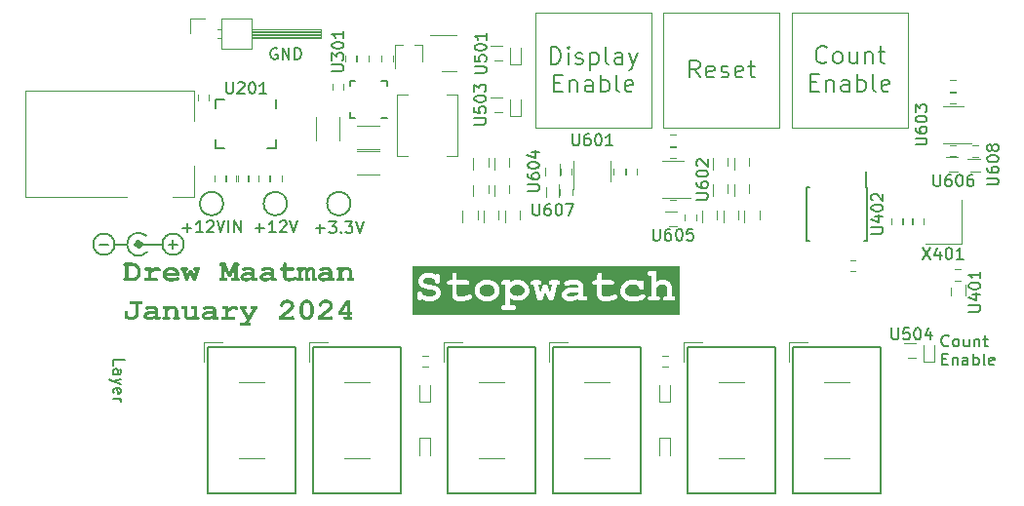
<source format=gbr>
G04 #@! TF.GenerationSoftware,KiCad,Pcbnew,7.0.9*
G04 #@! TF.CreationDate,2024-02-03T10:08:10-06:00*
G04 #@! TF.ProjectId,Stopwatch,53746f70-7761-4746-9368-2e6b69636164,rev?*
G04 #@! TF.SameCoordinates,Original*
G04 #@! TF.FileFunction,Legend,Top*
G04 #@! TF.FilePolarity,Positive*
%FSLAX46Y46*%
G04 Gerber Fmt 4.6, Leading zero omitted, Abs format (unit mm)*
G04 Created by KiCad (PCBNEW 7.0.9) date 2024-02-03 10:08:10*
%MOMM*%
%LPD*%
G01*
G04 APERTURE LIST*
%ADD10C,0.200000*%
%ADD11C,0.400000*%
%ADD12C,0.150000*%
%ADD13C,0.120000*%
%ADD14C,0.500000*%
G04 APERTURE END LIST*
D10*
X126354628Y-87373228D02*
X126354628Y-85873228D01*
X126354628Y-85873228D02*
X126711771Y-85873228D01*
X126711771Y-85873228D02*
X126926057Y-85944657D01*
X126926057Y-85944657D02*
X127068914Y-86087514D01*
X127068914Y-86087514D02*
X127140343Y-86230371D01*
X127140343Y-86230371D02*
X127211771Y-86516085D01*
X127211771Y-86516085D02*
X127211771Y-86730371D01*
X127211771Y-86730371D02*
X127140343Y-87016085D01*
X127140343Y-87016085D02*
X127068914Y-87158942D01*
X127068914Y-87158942D02*
X126926057Y-87301800D01*
X126926057Y-87301800D02*
X126711771Y-87373228D01*
X126711771Y-87373228D02*
X126354628Y-87373228D01*
X127854628Y-87373228D02*
X127854628Y-86373228D01*
X127854628Y-85873228D02*
X127783200Y-85944657D01*
X127783200Y-85944657D02*
X127854628Y-86016085D01*
X127854628Y-86016085D02*
X127926057Y-85944657D01*
X127926057Y-85944657D02*
X127854628Y-85873228D01*
X127854628Y-85873228D02*
X127854628Y-86016085D01*
X128497486Y-87301800D02*
X128640343Y-87373228D01*
X128640343Y-87373228D02*
X128926057Y-87373228D01*
X128926057Y-87373228D02*
X129068914Y-87301800D01*
X129068914Y-87301800D02*
X129140343Y-87158942D01*
X129140343Y-87158942D02*
X129140343Y-87087514D01*
X129140343Y-87087514D02*
X129068914Y-86944657D01*
X129068914Y-86944657D02*
X128926057Y-86873228D01*
X128926057Y-86873228D02*
X128711772Y-86873228D01*
X128711772Y-86873228D02*
X128568914Y-86801800D01*
X128568914Y-86801800D02*
X128497486Y-86658942D01*
X128497486Y-86658942D02*
X128497486Y-86587514D01*
X128497486Y-86587514D02*
X128568914Y-86444657D01*
X128568914Y-86444657D02*
X128711772Y-86373228D01*
X128711772Y-86373228D02*
X128926057Y-86373228D01*
X128926057Y-86373228D02*
X129068914Y-86444657D01*
X129783200Y-86373228D02*
X129783200Y-87873228D01*
X129783200Y-86444657D02*
X129926058Y-86373228D01*
X129926058Y-86373228D02*
X130211772Y-86373228D01*
X130211772Y-86373228D02*
X130354629Y-86444657D01*
X130354629Y-86444657D02*
X130426058Y-86516085D01*
X130426058Y-86516085D02*
X130497486Y-86658942D01*
X130497486Y-86658942D02*
X130497486Y-87087514D01*
X130497486Y-87087514D02*
X130426058Y-87230371D01*
X130426058Y-87230371D02*
X130354629Y-87301800D01*
X130354629Y-87301800D02*
X130211772Y-87373228D01*
X130211772Y-87373228D02*
X129926058Y-87373228D01*
X129926058Y-87373228D02*
X129783200Y-87301800D01*
X131354629Y-87373228D02*
X131211772Y-87301800D01*
X131211772Y-87301800D02*
X131140343Y-87158942D01*
X131140343Y-87158942D02*
X131140343Y-85873228D01*
X132568915Y-87373228D02*
X132568915Y-86587514D01*
X132568915Y-86587514D02*
X132497486Y-86444657D01*
X132497486Y-86444657D02*
X132354629Y-86373228D01*
X132354629Y-86373228D02*
X132068915Y-86373228D01*
X132068915Y-86373228D02*
X131926057Y-86444657D01*
X132568915Y-87301800D02*
X132426057Y-87373228D01*
X132426057Y-87373228D02*
X132068915Y-87373228D01*
X132068915Y-87373228D02*
X131926057Y-87301800D01*
X131926057Y-87301800D02*
X131854629Y-87158942D01*
X131854629Y-87158942D02*
X131854629Y-87016085D01*
X131854629Y-87016085D02*
X131926057Y-86873228D01*
X131926057Y-86873228D02*
X132068915Y-86801800D01*
X132068915Y-86801800D02*
X132426057Y-86801800D01*
X132426057Y-86801800D02*
X132568915Y-86730371D01*
X133140343Y-86373228D02*
X133497486Y-87373228D01*
X133854629Y-86373228D02*
X133497486Y-87373228D01*
X133497486Y-87373228D02*
X133354629Y-87730371D01*
X133354629Y-87730371D02*
X133283200Y-87801800D01*
X133283200Y-87801800D02*
X133140343Y-87873228D01*
X126640342Y-89002514D02*
X127140342Y-89002514D01*
X127354628Y-89788228D02*
X126640342Y-89788228D01*
X126640342Y-89788228D02*
X126640342Y-88288228D01*
X126640342Y-88288228D02*
X127354628Y-88288228D01*
X127997485Y-88788228D02*
X127997485Y-89788228D01*
X127997485Y-88931085D02*
X128068914Y-88859657D01*
X128068914Y-88859657D02*
X128211771Y-88788228D01*
X128211771Y-88788228D02*
X128426057Y-88788228D01*
X128426057Y-88788228D02*
X128568914Y-88859657D01*
X128568914Y-88859657D02*
X128640343Y-89002514D01*
X128640343Y-89002514D02*
X128640343Y-89788228D01*
X129997486Y-89788228D02*
X129997486Y-89002514D01*
X129997486Y-89002514D02*
X129926057Y-88859657D01*
X129926057Y-88859657D02*
X129783200Y-88788228D01*
X129783200Y-88788228D02*
X129497486Y-88788228D01*
X129497486Y-88788228D02*
X129354628Y-88859657D01*
X129997486Y-89716800D02*
X129854628Y-89788228D01*
X129854628Y-89788228D02*
X129497486Y-89788228D01*
X129497486Y-89788228D02*
X129354628Y-89716800D01*
X129354628Y-89716800D02*
X129283200Y-89573942D01*
X129283200Y-89573942D02*
X129283200Y-89431085D01*
X129283200Y-89431085D02*
X129354628Y-89288228D01*
X129354628Y-89288228D02*
X129497486Y-89216800D01*
X129497486Y-89216800D02*
X129854628Y-89216800D01*
X129854628Y-89216800D02*
X129997486Y-89145371D01*
X130711771Y-89788228D02*
X130711771Y-88288228D01*
X130711771Y-88859657D02*
X130854629Y-88788228D01*
X130854629Y-88788228D02*
X131140343Y-88788228D01*
X131140343Y-88788228D02*
X131283200Y-88859657D01*
X131283200Y-88859657D02*
X131354629Y-88931085D01*
X131354629Y-88931085D02*
X131426057Y-89073942D01*
X131426057Y-89073942D02*
X131426057Y-89502514D01*
X131426057Y-89502514D02*
X131354629Y-89645371D01*
X131354629Y-89645371D02*
X131283200Y-89716800D01*
X131283200Y-89716800D02*
X131140343Y-89788228D01*
X131140343Y-89788228D02*
X130854629Y-89788228D01*
X130854629Y-89788228D02*
X130711771Y-89716800D01*
X132283200Y-89788228D02*
X132140343Y-89716800D01*
X132140343Y-89716800D02*
X132068914Y-89573942D01*
X132068914Y-89573942D02*
X132068914Y-88288228D01*
X133426057Y-89716800D02*
X133283200Y-89788228D01*
X133283200Y-89788228D02*
X132997486Y-89788228D01*
X132997486Y-89788228D02*
X132854628Y-89716800D01*
X132854628Y-89716800D02*
X132783200Y-89573942D01*
X132783200Y-89573942D02*
X132783200Y-89002514D01*
X132783200Y-89002514D02*
X132854628Y-88859657D01*
X132854628Y-88859657D02*
X132997486Y-88788228D01*
X132997486Y-88788228D02*
X133283200Y-88788228D01*
X133283200Y-88788228D02*
X133426057Y-88859657D01*
X133426057Y-88859657D02*
X133497486Y-89002514D01*
X133497486Y-89002514D02*
X133497486Y-89145371D01*
X133497486Y-89145371D02*
X132783200Y-89288228D01*
D11*
G36*
X89997125Y-104618048D02*
G01*
X90022806Y-104618477D01*
X90048375Y-104619765D01*
X90073834Y-104621912D01*
X90099180Y-104624917D01*
X90124415Y-104628781D01*
X90149538Y-104633504D01*
X90174549Y-104639085D01*
X90199449Y-104645525D01*
X90224237Y-104652824D01*
X90248914Y-104660981D01*
X90265303Y-104666896D01*
X90289486Y-104676196D01*
X90312759Y-104685959D01*
X90335121Y-104696185D01*
X90356574Y-104706876D01*
X90377116Y-104718030D01*
X90396748Y-104729648D01*
X90415470Y-104741729D01*
X90433281Y-104754274D01*
X90450183Y-104767283D01*
X90466174Y-104780755D01*
X90476329Y-104789995D01*
X90491541Y-104804817D01*
X90506890Y-104820952D01*
X90522376Y-104838400D01*
X90538000Y-104857161D01*
X90553762Y-104877235D01*
X90565673Y-104893152D01*
X90577661Y-104909807D01*
X90589727Y-104927201D01*
X90601870Y-104945333D01*
X90613855Y-104963822D01*
X90625266Y-104982284D01*
X90636101Y-105000721D01*
X90646360Y-105019133D01*
X90656045Y-105037518D01*
X90665154Y-105055878D01*
X90673687Y-105074212D01*
X90681646Y-105092520D01*
X90689029Y-105110802D01*
X90697978Y-105135139D01*
X90700055Y-105141216D01*
X90707841Y-105166197D01*
X90712998Y-105185825D01*
X90717572Y-105206217D01*
X90721562Y-105227373D01*
X90724968Y-105249293D01*
X90727790Y-105271978D01*
X90730029Y-105295427D01*
X90731683Y-105319640D01*
X90732753Y-105344617D01*
X90733240Y-105370358D01*
X90733272Y-105379108D01*
X90733272Y-105507580D01*
X90733036Y-105528801D01*
X90732326Y-105549720D01*
X90731143Y-105570337D01*
X90729487Y-105590653D01*
X90727357Y-105610668D01*
X90724755Y-105630381D01*
X90721679Y-105649792D01*
X90716177Y-105678344D01*
X90709611Y-105706218D01*
X90701981Y-105733414D01*
X90693285Y-105759931D01*
X90683525Y-105785769D01*
X90672700Y-105810930D01*
X90661095Y-105835234D01*
X90648812Y-105858689D01*
X90635851Y-105881293D01*
X90622211Y-105903047D01*
X90607892Y-105923952D01*
X90592896Y-105944006D01*
X90577221Y-105963210D01*
X90560868Y-105981564D01*
X90543836Y-105999068D01*
X90526126Y-106015722D01*
X90513942Y-106026352D01*
X90495636Y-106041628D01*
X90477535Y-106056130D01*
X90459640Y-106069861D01*
X90441952Y-106082818D01*
X90424469Y-106095002D01*
X90407193Y-106106414D01*
X90390123Y-106117053D01*
X90367683Y-106130036D01*
X90345609Y-106141645D01*
X90329295Y-106149450D01*
X90302845Y-106160450D01*
X90284420Y-106167182D01*
X90265361Y-106173433D01*
X90245669Y-106179203D01*
X90225344Y-106184492D01*
X90204385Y-106189301D01*
X90182792Y-106193629D01*
X90160566Y-106197476D01*
X90137706Y-106200841D01*
X90114213Y-106203727D01*
X90090087Y-106206131D01*
X90065327Y-106208054D01*
X90039933Y-106209497D01*
X90013906Y-106210459D01*
X89987245Y-106210939D01*
X89973677Y-106211000D01*
X89407522Y-106211000D01*
X89383029Y-106210397D01*
X89360353Y-106208588D01*
X89339493Y-106205573D01*
X89315973Y-106200108D01*
X89295291Y-106192760D01*
X89277447Y-106183526D01*
X89262442Y-106172409D01*
X89247833Y-106156913D01*
X89236247Y-106139734D01*
X89227683Y-106120872D01*
X89222142Y-106100327D01*
X89219623Y-106078099D01*
X89219455Y-106070316D01*
X89220967Y-106047544D01*
X89225500Y-106026489D01*
X89233057Y-106007152D01*
X89243635Y-105989532D01*
X89257237Y-105973630D01*
X89262442Y-105968711D01*
X89280308Y-105955430D01*
X89301300Y-105944897D01*
X89321180Y-105938218D01*
X89343231Y-105933448D01*
X89367453Y-105930586D01*
X89388393Y-105929670D01*
X89393845Y-105929632D01*
X89393845Y-104897950D01*
X89675212Y-104897950D01*
X89675212Y-105929632D01*
X89974654Y-105929632D01*
X89995277Y-105929456D01*
X90015260Y-105928930D01*
X90044031Y-105927481D01*
X90071359Y-105925243D01*
X90097245Y-105922215D01*
X90121688Y-105918397D01*
X90144689Y-105913788D01*
X90166247Y-105908390D01*
X90186363Y-105902202D01*
X90205036Y-105895224D01*
X90227690Y-105884691D01*
X90248000Y-105873325D01*
X90267349Y-105861393D01*
X90285736Y-105848893D01*
X90303161Y-105835827D01*
X90319624Y-105822194D01*
X90335126Y-105807995D01*
X90349666Y-105793229D01*
X90363245Y-105777896D01*
X90375861Y-105761996D01*
X90387516Y-105745530D01*
X90394752Y-105734237D01*
X90404878Y-105716633D01*
X90414009Y-105698076D01*
X90422143Y-105678566D01*
X90429282Y-105658102D01*
X90435424Y-105636686D01*
X90440570Y-105614316D01*
X90444721Y-105590993D01*
X90447875Y-105566717D01*
X90450033Y-105541488D01*
X90451195Y-105515306D01*
X90451416Y-105497322D01*
X90451416Y-105372758D01*
X90450970Y-105349586D01*
X90449630Y-105326963D01*
X90447398Y-105304889D01*
X90444272Y-105283365D01*
X90440254Y-105262391D01*
X90435342Y-105241966D01*
X90429537Y-105222091D01*
X90422840Y-105202765D01*
X90415249Y-105183989D01*
X90406766Y-105165762D01*
X90400614Y-105153916D01*
X90390583Y-105135957D01*
X90380395Y-105118715D01*
X90364820Y-105094197D01*
X90348893Y-105071294D01*
X90332615Y-105050004D01*
X90315984Y-105030330D01*
X90299001Y-105012269D01*
X90281666Y-104995823D01*
X90263978Y-104980991D01*
X90245939Y-104967773D01*
X90227548Y-104956169D01*
X90221339Y-104952660D01*
X90202213Y-104942883D01*
X90182201Y-104934067D01*
X90161306Y-104926213D01*
X90139526Y-104919321D01*
X90116861Y-104913391D01*
X90093312Y-104908422D01*
X90068879Y-104904415D01*
X90043561Y-104901369D01*
X90017359Y-104899286D01*
X89990272Y-104898164D01*
X89971723Y-104897950D01*
X89675212Y-104897950D01*
X89393845Y-104897950D01*
X89372229Y-104897347D01*
X89352079Y-104895538D01*
X89328952Y-104891581D01*
X89308115Y-104885740D01*
X89289568Y-104878014D01*
X89270334Y-104866256D01*
X89261954Y-104859360D01*
X89247511Y-104843864D01*
X89236056Y-104826684D01*
X89227590Y-104807822D01*
X89222111Y-104787277D01*
X89219621Y-104765049D01*
X89219455Y-104757266D01*
X89220967Y-104734494D01*
X89225500Y-104713440D01*
X89233057Y-104694103D01*
X89243635Y-104676483D01*
X89257237Y-104660580D01*
X89262442Y-104655661D01*
X89280789Y-104642380D01*
X89299200Y-104633412D01*
X89320450Y-104626352D01*
X89344538Y-104621200D01*
X89365852Y-104618452D01*
X89388982Y-104616926D01*
X89407522Y-104616582D01*
X89997125Y-104618048D01*
G37*
G36*
X91645764Y-105023002D02*
G01*
X91645764Y-105202765D01*
X91667635Y-105187280D01*
X91688918Y-105172456D01*
X91709614Y-105158292D01*
X91729722Y-105144788D01*
X91749243Y-105131944D01*
X91768175Y-105119761D01*
X91786520Y-105108237D01*
X91804277Y-105097374D01*
X91821447Y-105087171D01*
X91846099Y-105073105D01*
X91869429Y-105060524D01*
X91891437Y-105049429D01*
X91912122Y-105039819D01*
X91925178Y-105034237D01*
X91944296Y-105026643D01*
X91963182Y-105019795D01*
X91981837Y-105013694D01*
X92006349Y-105006722D01*
X92030449Y-105001077D01*
X92054136Y-104996761D01*
X92077412Y-104993773D01*
X92100275Y-104992113D01*
X92117152Y-104991739D01*
X92142817Y-104992606D01*
X92168335Y-104995208D01*
X92193707Y-104999544D01*
X92218933Y-105005615D01*
X92244013Y-105013421D01*
X92268947Y-105022960D01*
X92293736Y-105034235D01*
X92318378Y-105047243D01*
X92342874Y-105061987D01*
X92367225Y-105078464D01*
X92383377Y-105090413D01*
X92399091Y-105102983D01*
X92417638Y-105119809D01*
X92433437Y-105136711D01*
X92446489Y-105153690D01*
X92456793Y-105170745D01*
X92465809Y-105192171D01*
X92470532Y-105213716D01*
X92471305Y-105226701D01*
X92469828Y-105248064D01*
X92465397Y-105268192D01*
X92458012Y-105287082D01*
X92447674Y-105304736D01*
X92434382Y-105321154D01*
X92429295Y-105326352D01*
X92413106Y-105340131D01*
X92395681Y-105351059D01*
X92377019Y-105359136D01*
X92357121Y-105364362D01*
X92335986Y-105366738D01*
X92328667Y-105366896D01*
X92308860Y-105365248D01*
X92288641Y-105360302D01*
X92268011Y-105352058D01*
X92250503Y-105342670D01*
X92232710Y-105330993D01*
X92218269Y-105320002D01*
X92200554Y-105306492D01*
X92183436Y-105295272D01*
X92163681Y-105284831D01*
X92144784Y-105277687D01*
X92123824Y-105273519D01*
X92115199Y-105273107D01*
X92095308Y-105274800D01*
X92072580Y-105279881D01*
X92052354Y-105286384D01*
X92030311Y-105295054D01*
X92006451Y-105305893D01*
X91987365Y-105315444D01*
X91967256Y-105326215D01*
X91946126Y-105338204D01*
X91938855Y-105342472D01*
X91916358Y-105356088D01*
X91892831Y-105370922D01*
X91868273Y-105386977D01*
X91851328Y-105398357D01*
X91833926Y-105410279D01*
X91816066Y-105422743D01*
X91797748Y-105435749D01*
X91778972Y-105449297D01*
X91759737Y-105463386D01*
X91740045Y-105478018D01*
X91719895Y-105493192D01*
X91699287Y-105508907D01*
X91678221Y-105525165D01*
X91656697Y-105541964D01*
X91645764Y-105550567D01*
X91645764Y-105929632D01*
X92046811Y-105929632D01*
X92071296Y-105930242D01*
X92093949Y-105932074D01*
X92114771Y-105935127D01*
X92138222Y-105940661D01*
X92158811Y-105948103D01*
X92176538Y-105957453D01*
X92191402Y-105968711D01*
X92206177Y-105984041D01*
X92217895Y-106001088D01*
X92226556Y-106019853D01*
X92232160Y-106040335D01*
X92234708Y-106062534D01*
X92234878Y-106070316D01*
X92233349Y-106093105D01*
X92228764Y-106114211D01*
X92221122Y-106133634D01*
X92210423Y-106151374D01*
X92196667Y-106167431D01*
X92191402Y-106172409D01*
X92173221Y-106185524D01*
X92154922Y-106194380D01*
X92133761Y-106201352D01*
X92109737Y-106206440D01*
X92088458Y-106209153D01*
X92065346Y-106210660D01*
X92046811Y-106211000D01*
X91196357Y-106211000D01*
X91171864Y-106210397D01*
X91149188Y-106208588D01*
X91128328Y-106205573D01*
X91104807Y-106200108D01*
X91084125Y-106192760D01*
X91066282Y-106183526D01*
X91051277Y-106172409D01*
X91036668Y-106156913D01*
X91025082Y-106139734D01*
X91016518Y-106120872D01*
X91010977Y-106100327D01*
X91008458Y-106078099D01*
X91008290Y-106070316D01*
X91009801Y-106047544D01*
X91014335Y-106026489D01*
X91021891Y-106007152D01*
X91032470Y-105989532D01*
X91046071Y-105973630D01*
X91051277Y-105968711D01*
X91069624Y-105955430D01*
X91088035Y-105946462D01*
X91109284Y-105939401D01*
X91133372Y-105934249D01*
X91154686Y-105931502D01*
X91177817Y-105929975D01*
X91196357Y-105929632D01*
X91363908Y-105929632D01*
X91363908Y-105304370D01*
X91262303Y-105304370D01*
X91237810Y-105303767D01*
X91215133Y-105301958D01*
X91194273Y-105298943D01*
X91170753Y-105293479D01*
X91150071Y-105286130D01*
X91132227Y-105276897D01*
X91117222Y-105265780D01*
X91102613Y-105250284D01*
X91091027Y-105233105D01*
X91082463Y-105214243D01*
X91076922Y-105193698D01*
X91074403Y-105171470D01*
X91074236Y-105163686D01*
X91075747Y-105140914D01*
X91080281Y-105119860D01*
X91087837Y-105100523D01*
X91098416Y-105082903D01*
X91112017Y-105067000D01*
X91117222Y-105062081D01*
X91135569Y-105048800D01*
X91153980Y-105039832D01*
X91175230Y-105032772D01*
X91199318Y-105027620D01*
X91220632Y-105024872D01*
X91243762Y-105023346D01*
X91262303Y-105023002D01*
X91645764Y-105023002D01*
G37*
G36*
X93376299Y-104991961D02*
G01*
X93397405Y-104992625D01*
X93418293Y-104993731D01*
X93438964Y-104995281D01*
X93459418Y-104997273D01*
X93479654Y-104999708D01*
X93499672Y-105002585D01*
X93519473Y-105005905D01*
X93539056Y-105009668D01*
X93558422Y-105013874D01*
X93577570Y-105018522D01*
X93596501Y-105023613D01*
X93624489Y-105032079D01*
X93651988Y-105041542D01*
X93670048Y-105048404D01*
X93696328Y-105059018D01*
X93721311Y-105069796D01*
X93744997Y-105080737D01*
X93767387Y-105091841D01*
X93788480Y-105103108D01*
X93808277Y-105114538D01*
X93826777Y-105126131D01*
X93843980Y-105137888D01*
X93859887Y-105149808D01*
X93879079Y-105165954D01*
X93883517Y-105170036D01*
X93901805Y-105188200D01*
X93919483Y-105207154D01*
X93936552Y-105226897D01*
X93953011Y-105247431D01*
X93968861Y-105268754D01*
X93984101Y-105290868D01*
X93998731Y-105313771D01*
X94012752Y-105337465D01*
X94026163Y-105361948D01*
X94038964Y-105387222D01*
X94047159Y-105404510D01*
X94055016Y-105423098D01*
X94062100Y-105442228D01*
X94068411Y-105461899D01*
X94073950Y-105482110D01*
X94078715Y-105502863D01*
X94082708Y-105524156D01*
X94085928Y-105545991D01*
X94088375Y-105568366D01*
X94090050Y-105591282D01*
X94090951Y-105614740D01*
X94091123Y-105630678D01*
X94091123Y-105742053D01*
X92935854Y-105742053D01*
X92944694Y-105760132D01*
X92954728Y-105777550D01*
X92965955Y-105794307D01*
X92978376Y-105810403D01*
X92991990Y-105825838D01*
X93006797Y-105840611D01*
X93022799Y-105854723D01*
X93039994Y-105868174D01*
X93058382Y-105880964D01*
X93077964Y-105893093D01*
X93091681Y-105900811D01*
X93113351Y-105911549D01*
X93136412Y-105921230D01*
X93160864Y-105929855D01*
X93186707Y-105937425D01*
X93213941Y-105943938D01*
X93242566Y-105949394D01*
X93262422Y-105952446D01*
X93282897Y-105955027D01*
X93303990Y-105957140D01*
X93325700Y-105958783D01*
X93348030Y-105959956D01*
X93370977Y-105960660D01*
X93394543Y-105960895D01*
X93414546Y-105960635D01*
X93435354Y-105959857D01*
X93456968Y-105958559D01*
X93479386Y-105956743D01*
X93502610Y-105954407D01*
X93526640Y-105951553D01*
X93551474Y-105948179D01*
X93577114Y-105944286D01*
X93603559Y-105939875D01*
X93630809Y-105934944D01*
X93658865Y-105929494D01*
X93687726Y-105923526D01*
X93717392Y-105917038D01*
X93747863Y-105910031D01*
X93779139Y-105902506D01*
X93811221Y-105894461D01*
X93830700Y-105889572D01*
X93854868Y-105883802D01*
X93876976Y-105878886D01*
X93897023Y-105874826D01*
X93919184Y-105870952D01*
X93941526Y-105868067D01*
X93959232Y-105867106D01*
X93979829Y-105868514D01*
X93999120Y-105872738D01*
X94019977Y-105881227D01*
X94039057Y-105893549D01*
X94053998Y-105907161D01*
X94067113Y-105922720D01*
X94077514Y-105939722D01*
X94085202Y-105958166D01*
X94090177Y-105978053D01*
X94092438Y-105999382D01*
X94092589Y-106006812D01*
X94091146Y-106026745D01*
X94085817Y-106048524D01*
X94076560Y-106068713D01*
X94063377Y-106087312D01*
X94051556Y-106099625D01*
X94035291Y-106112249D01*
X94014095Y-106124721D01*
X93994963Y-106133974D01*
X93973057Y-106143142D01*
X93948377Y-106152224D01*
X93920924Y-106161220D01*
X93901081Y-106167169D01*
X93880006Y-106173081D01*
X93857698Y-106178954D01*
X93834157Y-106184789D01*
X93809383Y-106190586D01*
X93783377Y-106196345D01*
X93756820Y-106201905D01*
X93730392Y-106207107D01*
X93704094Y-106211950D01*
X93677925Y-106216434D01*
X93651887Y-106220559D01*
X93625978Y-106224326D01*
X93600199Y-106227734D01*
X93574550Y-106230783D01*
X93549030Y-106233474D01*
X93523640Y-106235805D01*
X93498380Y-106237778D01*
X93473250Y-106239393D01*
X93448249Y-106240648D01*
X93423378Y-106241545D01*
X93398637Y-106242083D01*
X93374026Y-106242263D01*
X93353061Y-106242088D01*
X93332360Y-106241562D01*
X93311922Y-106240687D01*
X93291747Y-106239461D01*
X93271835Y-106237886D01*
X93252187Y-106235960D01*
X93213681Y-106231058D01*
X93176228Y-106224755D01*
X93139828Y-106217052D01*
X93104481Y-106207948D01*
X93070188Y-106197444D01*
X93036948Y-106185539D01*
X93004762Y-106172234D01*
X92973628Y-106157527D01*
X92943548Y-106141421D01*
X92914521Y-106123914D01*
X92886548Y-106105006D01*
X92859628Y-106084697D01*
X92833761Y-106062988D01*
X92809213Y-106040196D01*
X92786248Y-106016758D01*
X92764867Y-105992675D01*
X92745070Y-105967947D01*
X92726857Y-105942575D01*
X92710228Y-105916557D01*
X92695182Y-105889895D01*
X92681720Y-105862587D01*
X92669842Y-105834635D01*
X92659547Y-105806037D01*
X92650836Y-105776795D01*
X92643710Y-105746908D01*
X92638166Y-105716375D01*
X92634207Y-105685198D01*
X92631831Y-105653376D01*
X92631039Y-105620909D01*
X92631894Y-105586450D01*
X92634459Y-105552803D01*
X92638733Y-105519970D01*
X92643969Y-105491949D01*
X92944159Y-105491949D01*
X93779469Y-105491949D01*
X93767027Y-105471830D01*
X93753881Y-105452690D01*
X93740031Y-105434530D01*
X93725476Y-105417348D01*
X93710218Y-105401145D01*
X93694255Y-105385920D01*
X93677589Y-105371675D01*
X93660218Y-105358409D01*
X93642143Y-105346121D01*
X93623364Y-105334813D01*
X93610453Y-105327817D01*
X93590505Y-105318040D01*
X93569861Y-105309224D01*
X93548522Y-105301370D01*
X93526487Y-105294478D01*
X93503757Y-105288548D01*
X93480331Y-105283579D01*
X93456210Y-105279572D01*
X93431393Y-105276526D01*
X93405880Y-105274443D01*
X93379672Y-105273321D01*
X93361814Y-105273107D01*
X93335404Y-105273588D01*
X93309664Y-105275030D01*
X93284594Y-105277435D01*
X93260194Y-105280801D01*
X93236463Y-105285128D01*
X93213402Y-105290418D01*
X93191011Y-105296669D01*
X93169290Y-105303882D01*
X93148238Y-105312056D01*
X93127856Y-105321192D01*
X93114640Y-105327817D01*
X93095379Y-105338473D01*
X93076796Y-105350108D01*
X93058891Y-105362722D01*
X93041665Y-105376315D01*
X93025117Y-105390886D01*
X93009248Y-105406437D01*
X92994056Y-105422966D01*
X92979543Y-105440474D01*
X92965709Y-105458961D01*
X92952553Y-105478427D01*
X92944159Y-105491949D01*
X92643969Y-105491949D01*
X92644717Y-105487949D01*
X92652411Y-105456741D01*
X92661814Y-105426346D01*
X92672927Y-105396764D01*
X92685750Y-105367995D01*
X92700282Y-105340039D01*
X92716524Y-105312896D01*
X92734476Y-105286565D01*
X92754138Y-105261047D01*
X92775509Y-105236343D01*
X92798590Y-105212451D01*
X92823381Y-105189372D01*
X92849881Y-105167106D01*
X92877557Y-105145870D01*
X92905752Y-105126004D01*
X92934465Y-105107508D01*
X92963698Y-105090383D01*
X92993450Y-105074627D01*
X93023721Y-105060242D01*
X93054511Y-105047226D01*
X93085820Y-105035581D01*
X93117647Y-105025305D01*
X93149994Y-105016400D01*
X93182860Y-105008865D01*
X93216245Y-105002700D01*
X93250149Y-104997904D01*
X93284572Y-104994479D01*
X93319514Y-104992424D01*
X93354975Y-104991739D01*
X93376299Y-104991961D01*
G37*
G36*
X95067118Y-105712256D02*
G01*
X94871723Y-106211000D01*
X94606476Y-106211000D01*
X94370537Y-105304370D01*
X94347348Y-105303428D01*
X94326020Y-105300601D01*
X94306552Y-105295891D01*
X94285646Y-105287751D01*
X94267420Y-105276897D01*
X94254277Y-105265780D01*
X94240997Y-105250284D01*
X94230464Y-105233105D01*
X94222678Y-105214243D01*
X94217641Y-105193698D01*
X94215351Y-105171470D01*
X94215199Y-105163686D01*
X94216710Y-105140914D01*
X94221244Y-105119860D01*
X94228800Y-105100523D01*
X94239379Y-105082903D01*
X94252980Y-105067000D01*
X94258185Y-105062081D01*
X94276532Y-105048800D01*
X94294943Y-105039832D01*
X94316193Y-105032772D01*
X94340281Y-105027620D01*
X94361595Y-105024872D01*
X94384725Y-105023346D01*
X94403266Y-105023002D01*
X94665582Y-105023002D01*
X94690075Y-105023613D01*
X94712752Y-105025445D01*
X94733612Y-105028498D01*
X94757132Y-105034031D01*
X94777814Y-105041473D01*
X94795657Y-105050823D01*
X94810663Y-105062081D01*
X94825437Y-105077411D01*
X94837155Y-105094459D01*
X94845816Y-105113223D01*
X94851421Y-105133705D01*
X94853968Y-105155905D01*
X94854138Y-105163686D01*
X94852386Y-105186664D01*
X94847131Y-105208337D01*
X94838373Y-105228704D01*
X94826111Y-105247767D01*
X94813217Y-105262655D01*
X94804312Y-105271153D01*
X94787883Y-105282442D01*
X94766439Y-105291395D01*
X94744739Y-105297071D01*
X94724871Y-105300445D01*
X94702775Y-105302781D01*
X94678450Y-105304078D01*
X94658744Y-105304370D01*
X94766210Y-105712256D01*
X94940600Y-105273107D01*
X95190704Y-105273107D01*
X95366559Y-105712256D01*
X95476469Y-105304370D01*
X95451449Y-105303973D01*
X95428658Y-105302782D01*
X95408096Y-105300798D01*
X95385527Y-105297201D01*
X95366441Y-105292364D01*
X95348134Y-105284922D01*
X95338716Y-105278969D01*
X95323260Y-105265734D01*
X95306838Y-105248718D01*
X95293636Y-105231177D01*
X95283654Y-105213112D01*
X95276892Y-105194522D01*
X95273028Y-105171521D01*
X95272770Y-105163686D01*
X95274298Y-105140914D01*
X95278884Y-105119860D01*
X95286526Y-105100523D01*
X95297225Y-105082903D01*
X95310981Y-105067000D01*
X95316245Y-105062081D01*
X95334592Y-105048800D01*
X95353003Y-105039832D01*
X95374253Y-105032772D01*
X95398341Y-105027620D01*
X95419655Y-105024872D01*
X95442785Y-105023346D01*
X95461326Y-105023002D01*
X95726573Y-105023002D01*
X95751059Y-105023613D01*
X95773712Y-105025445D01*
X95794534Y-105028498D01*
X95817985Y-105034031D01*
X95838574Y-105041473D01*
X95856301Y-105050823D01*
X95871165Y-105062081D01*
X95885940Y-105077411D01*
X95897658Y-105094459D01*
X95906319Y-105113223D01*
X95911923Y-105133705D01*
X95914470Y-105155905D01*
X95914640Y-105163686D01*
X95913301Y-105186475D01*
X95909282Y-105207581D01*
X95902585Y-105227004D01*
X95893208Y-105244744D01*
X95881152Y-105260801D01*
X95876538Y-105265780D01*
X95861145Y-105278894D01*
X95843176Y-105289296D01*
X95822631Y-105296984D01*
X95803543Y-105301317D01*
X95782665Y-105303767D01*
X95764675Y-105304370D01*
X95534110Y-106211000D01*
X95272770Y-106211000D01*
X95067118Y-105712256D01*
G37*
G36*
X97985331Y-105138285D02*
G01*
X97985331Y-105929632D01*
X98086936Y-105929632D01*
X98111421Y-105930242D01*
X98134075Y-105932074D01*
X98154897Y-105935127D01*
X98178348Y-105940661D01*
X98198937Y-105948103D01*
X98216663Y-105957453D01*
X98231528Y-105968711D01*
X98246303Y-105984041D01*
X98258021Y-106001088D01*
X98266682Y-106019853D01*
X98272286Y-106040335D01*
X98274833Y-106062534D01*
X98275003Y-106070316D01*
X98273475Y-106093105D01*
X98268889Y-106114211D01*
X98261247Y-106133634D01*
X98250548Y-106151374D01*
X98236792Y-106167431D01*
X98231528Y-106172409D01*
X98213347Y-106185524D01*
X98195048Y-106194380D01*
X98173887Y-106201352D01*
X98149863Y-106206440D01*
X98128583Y-106209153D01*
X98105472Y-106210660D01*
X98086936Y-106211000D01*
X97717152Y-106211000D01*
X97692667Y-106210397D01*
X97670014Y-106208588D01*
X97649192Y-106205573D01*
X97625741Y-106200108D01*
X97605152Y-106192760D01*
X97587425Y-106183526D01*
X97572561Y-106172409D01*
X97557786Y-106156913D01*
X97546068Y-106139734D01*
X97537407Y-106120872D01*
X97531803Y-106100327D01*
X97529255Y-106078099D01*
X97529085Y-106070316D01*
X97530597Y-106047544D01*
X97535130Y-106026489D01*
X97542687Y-106007152D01*
X97553266Y-105989532D01*
X97566867Y-105973630D01*
X97572072Y-105968711D01*
X97589641Y-105955430D01*
X97610472Y-105944897D01*
X97630324Y-105938218D01*
X97652441Y-105933448D01*
X97676825Y-105930586D01*
X97697964Y-105929670D01*
X97703475Y-105929632D01*
X97703475Y-104897950D01*
X97681166Y-104897008D01*
X97660647Y-104894181D01*
X97638384Y-104888302D01*
X97618698Y-104879710D01*
X97601587Y-104868404D01*
X97591612Y-104859360D01*
X97578829Y-104843864D01*
X97568691Y-104826684D01*
X97561198Y-104807822D01*
X97556349Y-104787277D01*
X97554145Y-104765049D01*
X97553998Y-104757266D01*
X97555509Y-104734494D01*
X97560043Y-104713440D01*
X97567600Y-104694103D01*
X97578178Y-104676483D01*
X97591780Y-104660580D01*
X97596985Y-104655661D01*
X97615332Y-104642380D01*
X97633743Y-104633412D01*
X97654993Y-104626352D01*
X97679081Y-104621200D01*
X97700395Y-104618452D01*
X97723525Y-104616926D01*
X97742065Y-104616582D01*
X98051277Y-104616582D01*
X98434738Y-105429422D01*
X98810872Y-104616582D01*
X99123014Y-104616582D01*
X99147500Y-104617193D01*
X99170153Y-104619025D01*
X99190975Y-104622078D01*
X99214426Y-104627611D01*
X99235015Y-104635053D01*
X99252742Y-104644403D01*
X99267606Y-104655661D01*
X99282381Y-104670991D01*
X99294099Y-104688038D01*
X99302760Y-104706803D01*
X99308364Y-104727285D01*
X99310911Y-104749485D01*
X99311081Y-104757266D01*
X99309725Y-104780055D01*
X99305655Y-104801161D01*
X99298871Y-104820584D01*
X99289374Y-104838324D01*
X99277164Y-104854381D01*
X99272491Y-104859360D01*
X99256817Y-104872474D01*
X99238740Y-104882876D01*
X99218258Y-104890564D01*
X99195371Y-104895538D01*
X99174463Y-104897611D01*
X99161116Y-104897950D01*
X99161116Y-105929632D01*
X99182732Y-105930242D01*
X99202882Y-105932074D01*
X99226008Y-105936081D01*
X99246845Y-105941997D01*
X99265393Y-105949820D01*
X99284627Y-105961727D01*
X99293007Y-105968711D01*
X99307616Y-105984041D01*
X99319202Y-106001088D01*
X99327766Y-106019853D01*
X99333307Y-106040335D01*
X99335826Y-106062534D01*
X99335994Y-106070316D01*
X99334466Y-106093105D01*
X99329880Y-106114211D01*
X99322238Y-106133634D01*
X99311539Y-106151374D01*
X99297783Y-106167431D01*
X99292519Y-106172409D01*
X99274172Y-106185524D01*
X99255761Y-106194380D01*
X99234511Y-106201352D01*
X99210423Y-106206440D01*
X99189109Y-106209153D01*
X99165979Y-106210660D01*
X99147439Y-106211000D01*
X98776678Y-106211000D01*
X98752528Y-106210397D01*
X98730150Y-106208588D01*
X98709542Y-106205573D01*
X98686272Y-106200108D01*
X98665769Y-106192760D01*
X98648033Y-106183526D01*
X98633063Y-106172409D01*
X98618288Y-106156913D01*
X98606570Y-106139734D01*
X98597909Y-106120872D01*
X98592305Y-106100327D01*
X98589758Y-106078099D01*
X98589588Y-106070316D01*
X98591116Y-106047544D01*
X98595702Y-106026489D01*
X98603344Y-106007152D01*
X98614043Y-105989532D01*
X98627799Y-105973630D01*
X98633063Y-105968711D01*
X98651358Y-105955430D01*
X98669648Y-105946462D01*
X98690704Y-105939401D01*
X98714528Y-105934249D01*
X98735578Y-105931502D01*
X98758400Y-105929975D01*
X98776678Y-105929632D01*
X98879748Y-105929632D01*
X98879748Y-105138285D01*
X98556859Y-105832912D01*
X98312128Y-105832912D01*
X97985331Y-105138285D01*
G37*
G36*
X100121082Y-104992153D02*
G01*
X100152498Y-104993395D01*
X100182998Y-104995466D01*
X100212582Y-104998364D01*
X100241250Y-105002091D01*
X100269002Y-105006646D01*
X100295838Y-105012029D01*
X100321758Y-105018240D01*
X100346763Y-105025279D01*
X100370851Y-105033146D01*
X100394024Y-105041841D01*
X100416280Y-105051365D01*
X100437621Y-105061717D01*
X100458046Y-105072897D01*
X100477555Y-105084904D01*
X100496148Y-105097741D01*
X100513716Y-105111294D01*
X100530151Y-105125455D01*
X100545452Y-105140222D01*
X100559620Y-105155596D01*
X100572655Y-105171576D01*
X100584556Y-105188164D01*
X100595324Y-105205358D01*
X100604958Y-105223159D01*
X100613459Y-105241567D01*
X100620826Y-105260582D01*
X100627060Y-105280203D01*
X100632160Y-105300432D01*
X100636127Y-105321267D01*
X100638961Y-105342709D01*
X100640661Y-105364757D01*
X100641228Y-105387413D01*
X100641228Y-105929632D01*
X100689099Y-105929632D01*
X100713592Y-105930242D01*
X100736269Y-105932074D01*
X100757129Y-105935127D01*
X100780649Y-105940661D01*
X100801331Y-105948103D01*
X100819174Y-105957453D01*
X100834180Y-105968711D01*
X100848954Y-105984041D01*
X100860672Y-106001088D01*
X100869333Y-106019853D01*
X100874938Y-106040335D01*
X100877485Y-106062534D01*
X100877655Y-106070316D01*
X100876126Y-106093105D01*
X100871541Y-106114211D01*
X100863899Y-106133634D01*
X100853200Y-106151374D01*
X100839444Y-106167431D01*
X100834180Y-106172409D01*
X100815833Y-106185524D01*
X100797422Y-106194380D01*
X100776172Y-106201352D01*
X100752084Y-106206440D01*
X100730770Y-106209153D01*
X100707639Y-106210660D01*
X100689099Y-106211000D01*
X100359372Y-106211000D01*
X100359372Y-106054684D01*
X100339303Y-106071857D01*
X100318848Y-106088206D01*
X100298007Y-106103731D01*
X100276779Y-106118431D01*
X100255165Y-106132308D01*
X100233165Y-106145359D01*
X100210778Y-106157587D01*
X100188005Y-106168990D01*
X100164845Y-106179568D01*
X100141299Y-106189323D01*
X100125387Y-106195368D01*
X100101688Y-106203749D01*
X100078401Y-106211305D01*
X100055526Y-106218037D01*
X100033063Y-106223944D01*
X100011013Y-106229028D01*
X99989374Y-106233287D01*
X99968148Y-106236721D01*
X99947334Y-106239332D01*
X99926932Y-106241118D01*
X99906942Y-106242079D01*
X99893845Y-106242263D01*
X99865785Y-106241824D01*
X99838394Y-106240507D01*
X99811670Y-106238313D01*
X99785615Y-106235241D01*
X99760227Y-106231291D01*
X99735507Y-106226463D01*
X99711454Y-106220758D01*
X99688070Y-106214175D01*
X99665354Y-106206714D01*
X99643305Y-106198375D01*
X99621924Y-106189159D01*
X99601211Y-106179065D01*
X99581166Y-106168093D01*
X99561789Y-106156243D01*
X99543080Y-106143516D01*
X99525038Y-106129911D01*
X99507943Y-106115712D01*
X99491951Y-106101327D01*
X99477061Y-106086754D01*
X99463275Y-106071995D01*
X99450592Y-106057048D01*
X99433634Y-106034278D01*
X99419159Y-106011087D01*
X99407165Y-105987475D01*
X99397652Y-105963442D01*
X99390621Y-105938989D01*
X99386071Y-105914115D01*
X99384004Y-105888820D01*
X99383866Y-105880295D01*
X99384216Y-105870036D01*
X99675492Y-105870036D01*
X99679117Y-105889299D01*
X99689994Y-105906177D01*
X99705982Y-105919327D01*
X99712617Y-105923281D01*
X99730515Y-105932097D01*
X99750016Y-105939737D01*
X99771120Y-105946202D01*
X99793827Y-105951491D01*
X99818137Y-105955605D01*
X99844050Y-105958544D01*
X99864536Y-105959977D01*
X99885924Y-105960748D01*
X99900684Y-105960895D01*
X99926505Y-105960383D01*
X99946421Y-105959329D01*
X99966810Y-105957699D01*
X99987672Y-105955493D01*
X100009005Y-105952713D01*
X100030811Y-105949357D01*
X100053089Y-105945425D01*
X100075840Y-105940919D01*
X100099062Y-105935837D01*
X100122757Y-105930180D01*
X100130760Y-105928166D01*
X100154600Y-105921732D01*
X100177941Y-105914886D01*
X100200785Y-105907627D01*
X100223130Y-105899956D01*
X100244977Y-105891873D01*
X100266327Y-105883378D01*
X100287178Y-105874471D01*
X100307531Y-105865152D01*
X100327386Y-105855420D01*
X100346743Y-105845276D01*
X100359372Y-105838285D01*
X100359372Y-105738145D01*
X100338348Y-105734833D01*
X100317530Y-105731734D01*
X100296918Y-105728849D01*
X100276512Y-105726177D01*
X100256313Y-105723720D01*
X100236319Y-105721476D01*
X100216532Y-105719446D01*
X100196950Y-105717629D01*
X100167964Y-105715305D01*
X100139442Y-105713462D01*
X100111384Y-105712099D01*
X100083789Y-105711218D01*
X100056658Y-105710817D01*
X100047718Y-105710790D01*
X100026413Y-105711061D01*
X100005487Y-105711874D01*
X99984938Y-105713229D01*
X99964767Y-105715125D01*
X99944974Y-105717564D01*
X99925558Y-105720545D01*
X99897143Y-105726031D01*
X99869579Y-105732738D01*
X99842864Y-105740663D01*
X99817000Y-105749808D01*
X99791985Y-105760172D01*
X99767821Y-105771755D01*
X99752184Y-105780155D01*
X99734209Y-105791283D01*
X99715111Y-105805237D01*
X99699758Y-105819238D01*
X99686276Y-105836102D01*
X99677364Y-105855864D01*
X99675492Y-105870036D01*
X99384216Y-105870036D01*
X99384572Y-105859628D01*
X99386690Y-105839147D01*
X99390220Y-105818854D01*
X99395162Y-105798748D01*
X99401516Y-105778829D01*
X99409282Y-105759097D01*
X99418460Y-105739552D01*
X99429051Y-105720193D01*
X99441053Y-105701022D01*
X99454467Y-105682038D01*
X99469293Y-105663241D01*
X99485532Y-105644631D01*
X99503182Y-105626208D01*
X99522244Y-105607972D01*
X99542719Y-105589922D01*
X99564605Y-105572060D01*
X99587736Y-105554788D01*
X99611943Y-105538629D01*
X99637226Y-105523586D01*
X99663585Y-105509656D01*
X99691020Y-105496841D01*
X99719532Y-105485140D01*
X99749119Y-105474554D01*
X99779783Y-105465082D01*
X99811523Y-105456724D01*
X99844340Y-105449481D01*
X99878232Y-105443352D01*
X99913201Y-105438337D01*
X99949246Y-105434437D01*
X99986367Y-105431651D01*
X100024564Y-105429980D01*
X100063838Y-105429422D01*
X100088182Y-105429663D01*
X100113223Y-105430384D01*
X100138958Y-105431586D01*
X100165389Y-105433269D01*
X100192516Y-105435433D01*
X100220338Y-105438078D01*
X100248856Y-105441203D01*
X100268254Y-105443554D01*
X100287962Y-105446119D01*
X100307978Y-105448897D01*
X100328304Y-105451889D01*
X100348938Y-105455095D01*
X100359372Y-105456778D01*
X100359372Y-105398159D01*
X100357465Y-105378181D01*
X100350423Y-105356696D01*
X100340256Y-105339843D01*
X100326277Y-105324433D01*
X100308486Y-105310466D01*
X100305150Y-105308278D01*
X100285808Y-105298146D01*
X100266883Y-105291276D01*
X100244890Y-105285506D01*
X100219828Y-105280835D01*
X100199019Y-105278053D01*
X100176483Y-105275889D01*
X100152221Y-105274343D01*
X100126234Y-105273416D01*
X100098520Y-105273107D01*
X100074420Y-105273511D01*
X100049015Y-105274721D01*
X100022305Y-105276739D01*
X99994290Y-105279564D01*
X99974888Y-105281896D01*
X99954905Y-105284586D01*
X99934343Y-105287636D01*
X99913201Y-105291044D01*
X99891479Y-105294810D01*
X99869176Y-105298936D01*
X99846294Y-105303420D01*
X99822831Y-105308263D01*
X99798788Y-105313464D01*
X99774166Y-105319025D01*
X99751774Y-105323809D01*
X99731003Y-105327783D01*
X99708220Y-105331481D01*
X99687772Y-105334011D01*
X99666869Y-105335487D01*
X99658883Y-105335633D01*
X99638252Y-105334225D01*
X99618858Y-105330000D01*
X99597794Y-105321512D01*
X99581078Y-105311185D01*
X99565600Y-105298042D01*
X99563140Y-105295577D01*
X99549859Y-105279784D01*
X99539326Y-105262444D01*
X99531541Y-105243559D01*
X99526503Y-105223129D01*
X99524214Y-105201153D01*
X99524061Y-105193484D01*
X99525397Y-105172456D01*
X99529951Y-105151529D01*
X99537739Y-105132912D01*
X99548470Y-105116325D01*
X99563204Y-105100994D01*
X99576329Y-105091390D01*
X99594554Y-105082095D01*
X99614553Y-105074171D01*
X99635751Y-105066895D01*
X99656275Y-105060491D01*
X99679400Y-105053777D01*
X99699034Y-105048568D01*
X99718738Y-105043564D01*
X99738510Y-105038767D01*
X99758351Y-105034176D01*
X99778261Y-105029791D01*
X99798239Y-105025613D01*
X99818286Y-105021640D01*
X99838402Y-105017873D01*
X99858586Y-105014313D01*
X99878839Y-105010958D01*
X99892379Y-105008836D01*
X99912532Y-105005781D01*
X99932324Y-105003026D01*
X99951756Y-105000572D01*
X99977104Y-104997767D01*
X100001811Y-104995496D01*
X100025876Y-104993759D01*
X100049301Y-104992557D01*
X100072084Y-104991889D01*
X100088751Y-104991739D01*
X100121082Y-104992153D01*
G37*
G36*
X101801473Y-104992153D02*
G01*
X101832889Y-104993395D01*
X101863389Y-104995466D01*
X101892972Y-104998364D01*
X101921640Y-105002091D01*
X101949393Y-105006646D01*
X101976229Y-105012029D01*
X102002149Y-105018240D01*
X102027153Y-105025279D01*
X102051242Y-105033146D01*
X102074414Y-105041841D01*
X102096671Y-105051365D01*
X102118012Y-105061717D01*
X102138436Y-105072897D01*
X102157945Y-105084904D01*
X102176538Y-105097741D01*
X102194107Y-105111294D01*
X102210542Y-105125455D01*
X102225843Y-105140222D01*
X102240011Y-105155596D01*
X102253046Y-105171576D01*
X102264947Y-105188164D01*
X102275714Y-105205358D01*
X102285349Y-105223159D01*
X102293849Y-105241567D01*
X102301217Y-105260582D01*
X102307451Y-105280203D01*
X102312551Y-105300432D01*
X102316518Y-105321267D01*
X102319352Y-105342709D01*
X102321052Y-105364757D01*
X102321619Y-105387413D01*
X102321619Y-105929632D01*
X102369490Y-105929632D01*
X102393983Y-105930242D01*
X102416660Y-105932074D01*
X102437519Y-105935127D01*
X102461040Y-105940661D01*
X102481722Y-105948103D01*
X102499565Y-105957453D01*
X102514570Y-105968711D01*
X102529345Y-105984041D01*
X102541063Y-106001088D01*
X102549724Y-106019853D01*
X102555328Y-106040335D01*
X102557876Y-106062534D01*
X102558046Y-106070316D01*
X102556517Y-106093105D01*
X102551932Y-106114211D01*
X102544290Y-106133634D01*
X102533591Y-106151374D01*
X102519835Y-106167431D01*
X102514570Y-106172409D01*
X102496224Y-106185524D01*
X102477812Y-106194380D01*
X102456563Y-106201352D01*
X102432475Y-106206440D01*
X102411161Y-106209153D01*
X102388030Y-106210660D01*
X102369490Y-106211000D01*
X102039762Y-106211000D01*
X102039762Y-106054684D01*
X102019694Y-106071857D01*
X101999239Y-106088206D01*
X101978398Y-106103731D01*
X101957170Y-106118431D01*
X101935556Y-106132308D01*
X101913556Y-106145359D01*
X101891169Y-106157587D01*
X101868395Y-106168990D01*
X101845236Y-106179568D01*
X101821690Y-106189323D01*
X101805778Y-106195368D01*
X101782079Y-106203749D01*
X101758792Y-106211305D01*
X101735917Y-106218037D01*
X101713454Y-106223944D01*
X101691403Y-106229028D01*
X101669765Y-106233287D01*
X101648539Y-106236721D01*
X101627725Y-106239332D01*
X101607323Y-106241118D01*
X101587333Y-106242079D01*
X101574236Y-106242263D01*
X101546176Y-106241824D01*
X101518785Y-106240507D01*
X101492061Y-106238313D01*
X101466005Y-106235241D01*
X101440617Y-106231291D01*
X101415897Y-106226463D01*
X101391845Y-106220758D01*
X101368461Y-106214175D01*
X101345744Y-106206714D01*
X101323696Y-106198375D01*
X101302315Y-106189159D01*
X101281602Y-106179065D01*
X101261557Y-106168093D01*
X101242180Y-106156243D01*
X101223470Y-106143516D01*
X101205429Y-106129911D01*
X101188334Y-106115712D01*
X101172342Y-106101327D01*
X101157452Y-106086754D01*
X101143666Y-106071995D01*
X101130982Y-106057048D01*
X101114025Y-106034278D01*
X101099550Y-106011087D01*
X101087555Y-105987475D01*
X101078043Y-105963442D01*
X101071012Y-105938989D01*
X101066462Y-105914115D01*
X101064394Y-105888820D01*
X101064256Y-105880295D01*
X101064606Y-105870036D01*
X101355882Y-105870036D01*
X101359508Y-105889299D01*
X101370384Y-105906177D01*
X101386373Y-105919327D01*
X101393007Y-105923281D01*
X101410906Y-105932097D01*
X101430407Y-105939737D01*
X101451511Y-105946202D01*
X101474218Y-105951491D01*
X101498528Y-105955605D01*
X101524440Y-105958544D01*
X101544927Y-105959977D01*
X101566315Y-105960748D01*
X101581074Y-105960895D01*
X101606895Y-105960383D01*
X101626812Y-105959329D01*
X101647201Y-105957699D01*
X101668062Y-105955493D01*
X101689396Y-105952713D01*
X101711202Y-105949357D01*
X101733480Y-105945425D01*
X101756230Y-105940919D01*
X101779453Y-105935837D01*
X101803148Y-105930180D01*
X101811151Y-105928166D01*
X101834991Y-105921732D01*
X101858332Y-105914886D01*
X101881175Y-105907627D01*
X101903521Y-105899956D01*
X101925368Y-105891873D01*
X101946717Y-105883378D01*
X101967569Y-105874471D01*
X101987922Y-105865152D01*
X102007777Y-105855420D01*
X102027134Y-105845276D01*
X102039762Y-105838285D01*
X102039762Y-105738145D01*
X102018738Y-105734833D01*
X101997921Y-105731734D01*
X101977309Y-105728849D01*
X101956903Y-105726177D01*
X101936703Y-105723720D01*
X101916710Y-105721476D01*
X101896922Y-105719446D01*
X101877341Y-105717629D01*
X101848355Y-105715305D01*
X101819833Y-105713462D01*
X101791775Y-105712099D01*
X101764180Y-105711218D01*
X101737049Y-105710817D01*
X101728109Y-105710790D01*
X101706804Y-105711061D01*
X101685877Y-105711874D01*
X101665329Y-105713229D01*
X101645158Y-105715125D01*
X101625364Y-105717564D01*
X101605949Y-105720545D01*
X101577534Y-105726031D01*
X101549970Y-105732738D01*
X101523255Y-105740663D01*
X101497391Y-105749808D01*
X101472376Y-105760172D01*
X101448212Y-105771755D01*
X101432575Y-105780155D01*
X101414600Y-105791283D01*
X101395502Y-105805237D01*
X101380148Y-105819238D01*
X101366667Y-105836102D01*
X101357755Y-105855864D01*
X101355882Y-105870036D01*
X101064606Y-105870036D01*
X101064962Y-105859628D01*
X101067081Y-105839147D01*
X101070611Y-105818854D01*
X101075553Y-105798748D01*
X101081907Y-105778829D01*
X101089673Y-105759097D01*
X101098851Y-105739552D01*
X101109441Y-105720193D01*
X101121444Y-105701022D01*
X101134858Y-105682038D01*
X101149684Y-105663241D01*
X101165923Y-105644631D01*
X101183573Y-105626208D01*
X101202635Y-105607972D01*
X101223110Y-105589922D01*
X101244996Y-105572060D01*
X101268127Y-105554788D01*
X101292333Y-105538629D01*
X101317616Y-105523586D01*
X101343976Y-105509656D01*
X101371411Y-105496841D01*
X101399922Y-105485140D01*
X101429510Y-105474554D01*
X101460174Y-105465082D01*
X101491914Y-105456724D01*
X101524731Y-105449481D01*
X101558623Y-105443352D01*
X101593592Y-105438337D01*
X101629637Y-105434437D01*
X101666758Y-105431651D01*
X101704955Y-105429980D01*
X101744229Y-105429422D01*
X101768573Y-105429663D01*
X101793613Y-105430384D01*
X101819349Y-105431586D01*
X101845780Y-105433269D01*
X101872907Y-105435433D01*
X101900729Y-105438078D01*
X101929247Y-105441203D01*
X101948645Y-105443554D01*
X101968352Y-105446119D01*
X101988369Y-105448897D01*
X102008694Y-105451889D01*
X102029329Y-105455095D01*
X102039762Y-105456778D01*
X102039762Y-105398159D01*
X102037856Y-105378181D01*
X102030814Y-105356696D01*
X102020647Y-105339843D01*
X102006668Y-105324433D01*
X101988876Y-105310466D01*
X101985540Y-105308278D01*
X101966199Y-105298146D01*
X101947274Y-105291276D01*
X101925281Y-105285506D01*
X101900219Y-105280835D01*
X101879409Y-105278053D01*
X101856874Y-105275889D01*
X101832612Y-105274343D01*
X101806624Y-105273416D01*
X101778911Y-105273107D01*
X101754811Y-105273511D01*
X101729406Y-105274721D01*
X101702696Y-105276739D01*
X101674680Y-105279564D01*
X101655278Y-105281896D01*
X101635296Y-105284586D01*
X101614734Y-105287636D01*
X101593592Y-105291044D01*
X101571869Y-105294810D01*
X101549567Y-105298936D01*
X101526684Y-105303420D01*
X101503222Y-105308263D01*
X101479179Y-105313464D01*
X101454557Y-105319025D01*
X101432164Y-105323809D01*
X101411394Y-105327783D01*
X101388611Y-105331481D01*
X101368163Y-105334011D01*
X101347259Y-105335487D01*
X101339274Y-105335633D01*
X101318643Y-105334225D01*
X101299249Y-105330000D01*
X101278185Y-105321512D01*
X101261469Y-105311185D01*
X101245990Y-105298042D01*
X101243531Y-105295577D01*
X101230250Y-105279784D01*
X101219717Y-105262444D01*
X101211932Y-105243559D01*
X101206894Y-105223129D01*
X101204604Y-105201153D01*
X101204452Y-105193484D01*
X101205788Y-105172456D01*
X101210342Y-105151529D01*
X101218129Y-105132912D01*
X101228860Y-105116325D01*
X101243595Y-105100994D01*
X101256720Y-105091390D01*
X101274945Y-105082095D01*
X101294944Y-105074171D01*
X101316141Y-105066895D01*
X101336666Y-105060491D01*
X101359790Y-105053777D01*
X101379425Y-105048568D01*
X101399129Y-105043564D01*
X101418901Y-105038767D01*
X101438742Y-105034176D01*
X101458651Y-105029791D01*
X101478630Y-105025613D01*
X101498677Y-105021640D01*
X101518792Y-105017873D01*
X101538977Y-105014313D01*
X101559230Y-105010958D01*
X101572770Y-105008836D01*
X101592923Y-105005781D01*
X101612715Y-105003026D01*
X101632147Y-105000572D01*
X101657495Y-104997767D01*
X101682201Y-104995496D01*
X101706267Y-104993759D01*
X101729691Y-104992557D01*
X101752475Y-104991889D01*
X101769141Y-104991739D01*
X101801473Y-104992153D01*
G37*
G36*
X103397264Y-105304370D02*
G01*
X103397264Y-105812395D01*
X103398170Y-105836528D01*
X103400890Y-105857943D01*
X103406545Y-105880050D01*
X103414811Y-105898243D01*
X103427754Y-105914518D01*
X103434389Y-105919862D01*
X103454620Y-105931683D01*
X103473999Y-105939697D01*
X103496218Y-105946429D01*
X103521276Y-105951879D01*
X103541932Y-105955125D01*
X103564186Y-105957649D01*
X103588037Y-105959452D01*
X103613485Y-105960534D01*
X103640530Y-105960895D01*
X103667332Y-105960544D01*
X103693882Y-105959490D01*
X103720180Y-105957735D01*
X103746226Y-105955277D01*
X103772020Y-105952117D01*
X103797563Y-105948255D01*
X103822853Y-105943691D01*
X103847892Y-105938424D01*
X103872679Y-105932456D01*
X103897214Y-105925785D01*
X103921497Y-105918412D01*
X103945528Y-105910337D01*
X103969308Y-105901559D01*
X103992835Y-105892079D01*
X104016111Y-105881898D01*
X104039134Y-105871013D01*
X104060236Y-105860881D01*
X104079883Y-105852466D01*
X104101538Y-105844635D01*
X104121099Y-105839277D01*
X104141271Y-105836152D01*
X104149044Y-105835842D01*
X104169062Y-105837285D01*
X104191158Y-105842615D01*
X104211898Y-105851871D01*
X104228596Y-105862931D01*
X104244298Y-105876875D01*
X104258077Y-105892881D01*
X104269005Y-105910123D01*
X104277082Y-105928601D01*
X104282309Y-105948316D01*
X104284684Y-105969268D01*
X104284843Y-105976526D01*
X104283297Y-105996344D01*
X104277587Y-106018163D01*
X104267669Y-106038579D01*
X104255820Y-106054963D01*
X104240879Y-106070316D01*
X104221981Y-106086161D01*
X104205122Y-106097844D01*
X104185962Y-106109356D01*
X104164502Y-106120696D01*
X104140739Y-106131865D01*
X104114676Y-106142861D01*
X104096022Y-106150097D01*
X104076345Y-106157257D01*
X104055646Y-106164340D01*
X104033923Y-106171346D01*
X104011178Y-106178277D01*
X103987410Y-106185131D01*
X103975143Y-106188529D01*
X103950594Y-106195036D01*
X103926531Y-106201123D01*
X103902952Y-106206790D01*
X103879857Y-106212038D01*
X103857248Y-106216865D01*
X103835123Y-106221273D01*
X103813483Y-106225261D01*
X103792327Y-106228829D01*
X103771656Y-106231978D01*
X103751470Y-106234706D01*
X103731768Y-106237015D01*
X103703124Y-106239691D01*
X103675571Y-106241423D01*
X103649109Y-106242210D01*
X103640530Y-106242263D01*
X103608252Y-106241852D01*
X103576996Y-106240622D01*
X103546764Y-106238570D01*
X103517554Y-106235699D01*
X103489367Y-106232006D01*
X103462202Y-106227494D01*
X103436061Y-106222160D01*
X103410942Y-106216006D01*
X103386846Y-106209032D01*
X103363772Y-106201237D01*
X103341722Y-106192622D01*
X103320694Y-106183186D01*
X103300689Y-106172930D01*
X103281707Y-106161853D01*
X103263747Y-106149956D01*
X103246811Y-106137238D01*
X103230958Y-106123923D01*
X103216128Y-106110234D01*
X103202320Y-106096171D01*
X103183527Y-106074375D01*
X103167035Y-106051738D01*
X103152844Y-106028259D01*
X103140954Y-106003939D01*
X103131366Y-105978777D01*
X103124078Y-105952774D01*
X103119093Y-105925929D01*
X103116408Y-105898243D01*
X103115896Y-105879318D01*
X103115896Y-105304370D01*
X103014291Y-105304370D01*
X102989684Y-105303759D01*
X102966908Y-105301928D01*
X102945964Y-105298875D01*
X102926852Y-105294600D01*
X102905538Y-105287540D01*
X102887087Y-105278572D01*
X102868723Y-105265291D01*
X102854114Y-105249795D01*
X102842528Y-105232616D01*
X102833964Y-105213754D01*
X102828423Y-105193209D01*
X102825904Y-105170981D01*
X102825736Y-105163198D01*
X102827247Y-105140741D01*
X102831781Y-105119898D01*
X102839337Y-105100670D01*
X102849916Y-105083056D01*
X102863517Y-105067056D01*
X102868723Y-105062081D01*
X102887087Y-105048800D01*
X102905538Y-105039832D01*
X102926852Y-105032772D01*
X102945964Y-105028498D01*
X102966908Y-105025445D01*
X102989684Y-105023613D01*
X103014291Y-105023002D01*
X103115896Y-105023002D01*
X103115896Y-104771432D01*
X103116507Y-104747183D01*
X103118339Y-104724751D01*
X103121392Y-104704136D01*
X103126925Y-104680921D01*
X103134367Y-104660544D01*
X103143717Y-104643006D01*
X103154975Y-104628306D01*
X103170471Y-104613697D01*
X103187650Y-104602111D01*
X103206512Y-104593547D01*
X103227057Y-104588006D01*
X103249285Y-104585487D01*
X103257069Y-104585319D01*
X103279526Y-104586830D01*
X103300368Y-104591364D01*
X103319597Y-104598920D01*
X103337211Y-104609499D01*
X103353211Y-104623100D01*
X103358185Y-104628306D01*
X103371466Y-104646286D01*
X103380434Y-104664392D01*
X103387494Y-104685337D01*
X103392646Y-104709119D01*
X103395394Y-104730189D01*
X103396921Y-104753075D01*
X103397264Y-104771432D01*
X103397264Y-105023002D01*
X103917990Y-105023002D01*
X103942590Y-105023613D01*
X103965342Y-105025445D01*
X103986248Y-105028498D01*
X104009783Y-105034031D01*
X104030431Y-105041473D01*
X104048194Y-105050823D01*
X104063070Y-105062081D01*
X104077845Y-105077577D01*
X104089563Y-105094756D01*
X104098224Y-105113618D01*
X104103828Y-105134163D01*
X104106376Y-105156391D01*
X104106545Y-105164175D01*
X104105017Y-105186632D01*
X104100432Y-105207474D01*
X104092790Y-105226703D01*
X104082091Y-105244317D01*
X104068335Y-105260317D01*
X104063070Y-105265291D01*
X104044872Y-105278572D01*
X104026532Y-105287540D01*
X104005307Y-105294600D01*
X103981195Y-105299752D01*
X103959827Y-105302500D01*
X103936613Y-105304027D01*
X103917990Y-105304370D01*
X103397264Y-105304370D01*
G37*
G36*
X104712268Y-105023002D02*
G01*
X104712268Y-105104579D01*
X104729273Y-105089093D01*
X104745851Y-105074873D01*
X104762002Y-105061921D01*
X104777725Y-105050235D01*
X104796778Y-105037410D01*
X104815163Y-105026565D01*
X104832880Y-105017699D01*
X104836343Y-105016163D01*
X104857827Y-105007863D01*
X104876648Y-105002258D01*
X104896305Y-104997845D01*
X104916796Y-104994625D01*
X104938122Y-104992598D01*
X104960282Y-104991763D01*
X104964815Y-104991739D01*
X104988010Y-104992770D01*
X105011068Y-104995861D01*
X105030178Y-105000011D01*
X105049193Y-105005592D01*
X105068112Y-105012605D01*
X105086936Y-105021048D01*
X105105805Y-105030758D01*
X105124555Y-105041876D01*
X105143186Y-105054400D01*
X105161697Y-105068332D01*
X105180089Y-105083671D01*
X105194717Y-105096956D01*
X105205638Y-105107510D01*
X105223865Y-105093329D01*
X105242152Y-105080094D01*
X105260501Y-105067806D01*
X105278911Y-105056464D01*
X105297382Y-105046068D01*
X105315914Y-105036619D01*
X105334507Y-105028116D01*
X105353161Y-105020560D01*
X105371899Y-105013805D01*
X105390744Y-105007951D01*
X105409695Y-105002997D01*
X105433535Y-104998072D01*
X105457542Y-104994554D01*
X105481716Y-104992443D01*
X105506057Y-104991739D01*
X105534938Y-104992426D01*
X105562780Y-104994487D01*
X105589584Y-104997922D01*
X105615348Y-105002730D01*
X105640073Y-105008913D01*
X105663760Y-105016469D01*
X105686407Y-105025399D01*
X105708015Y-105035703D01*
X105728585Y-105047381D01*
X105748115Y-105060433D01*
X105760558Y-105069897D01*
X105776174Y-105083031D01*
X105790783Y-105096664D01*
X105804384Y-105110798D01*
X105822897Y-105132936D01*
X105839143Y-105156199D01*
X105853122Y-105180586D01*
X105864834Y-105206099D01*
X105874280Y-105232736D01*
X105881458Y-105260498D01*
X105886370Y-105289385D01*
X105888385Y-105309268D01*
X105889392Y-105329651D01*
X105889518Y-105340030D01*
X105889518Y-105929632D01*
X105910790Y-105930242D01*
X105930643Y-105932074D01*
X105953462Y-105936081D01*
X105974062Y-105941997D01*
X105992445Y-105949820D01*
X106011576Y-105961727D01*
X106019944Y-105968711D01*
X106034553Y-105984041D01*
X106046139Y-106001088D01*
X106054703Y-106019853D01*
X106060244Y-106040335D01*
X106062763Y-106062534D01*
X106062931Y-106070316D01*
X106061419Y-106093105D01*
X106056886Y-106114211D01*
X106049329Y-106133634D01*
X106038751Y-106151374D01*
X106025149Y-106167431D01*
X106019944Y-106172409D01*
X106001929Y-106185524D01*
X105983742Y-106194380D01*
X105962669Y-106201352D01*
X105938710Y-106206440D01*
X105917464Y-106209153D01*
X105894372Y-106210660D01*
X105875841Y-106211000D01*
X105608150Y-106211000D01*
X105608150Y-105379597D01*
X105607326Y-105358371D01*
X105604281Y-105336906D01*
X105598052Y-105316725D01*
X105587542Y-105299569D01*
X105584703Y-105296554D01*
X105567663Y-105284189D01*
X105548249Y-105276977D01*
X105527748Y-105273679D01*
X105513384Y-105273107D01*
X105493218Y-105274206D01*
X105473754Y-105277501D01*
X105454991Y-105282995D01*
X105436929Y-105290685D01*
X105426922Y-105296066D01*
X105410510Y-105307524D01*
X105393024Y-105321749D01*
X105378263Y-105335122D01*
X105362814Y-105350265D01*
X105346679Y-105367179D01*
X105329857Y-105385863D01*
X105316789Y-105401039D01*
X105303335Y-105417210D01*
X105303335Y-105929632D01*
X105324607Y-105930242D01*
X105344460Y-105932074D01*
X105367279Y-105936081D01*
X105387880Y-105941997D01*
X105406262Y-105949820D01*
X105425393Y-105961727D01*
X105433761Y-105968711D01*
X105448204Y-105984041D01*
X105459658Y-106001088D01*
X105468125Y-106019853D01*
X105473603Y-106040335D01*
X105476093Y-106062534D01*
X105476259Y-106070316D01*
X105474765Y-106093105D01*
X105470283Y-106114211D01*
X105462813Y-106133634D01*
X105452354Y-106151374D01*
X105438907Y-106167431D01*
X105433761Y-106172409D01*
X105415729Y-106185524D01*
X105397501Y-106194380D01*
X105376364Y-106201352D01*
X105352316Y-106206440D01*
X105330983Y-106209153D01*
X105307788Y-106210660D01*
X105289169Y-106211000D01*
X105021479Y-106211000D01*
X105021479Y-105379597D01*
X105020638Y-105358685D01*
X105017529Y-105337458D01*
X105011171Y-105317376D01*
X105000442Y-105300113D01*
X104997543Y-105297043D01*
X104980198Y-105284420D01*
X104960509Y-105277057D01*
X104939764Y-105273691D01*
X104925247Y-105273107D01*
X104903709Y-105274509D01*
X104882264Y-105278717D01*
X104860913Y-105285729D01*
X104842687Y-105293973D01*
X104827550Y-105302416D01*
X104808911Y-105315233D01*
X104792330Y-105328984D01*
X104774794Y-105345525D01*
X104760078Y-105360767D01*
X104744752Y-105377796D01*
X104728815Y-105396610D01*
X104716462Y-105411893D01*
X104712268Y-105417210D01*
X104712268Y-105929632D01*
X104733547Y-105930242D01*
X104753423Y-105932074D01*
X104776292Y-105936081D01*
X104796966Y-105941997D01*
X104815447Y-105949820D01*
X104834727Y-105961727D01*
X104843182Y-105968711D01*
X104857957Y-105984041D01*
X104869674Y-106001088D01*
X104878336Y-106019853D01*
X104883940Y-106040335D01*
X104886487Y-106062534D01*
X104886657Y-106070316D01*
X104885129Y-106093105D01*
X104880543Y-106114211D01*
X104872901Y-106133634D01*
X104862202Y-106151374D01*
X104848446Y-106167431D01*
X104843182Y-106172409D01*
X104825001Y-106185524D01*
X104806702Y-106194380D01*
X104785540Y-106201352D01*
X104761517Y-106206440D01*
X104740237Y-106209153D01*
X104717126Y-106210660D01*
X104698590Y-106211000D01*
X104444577Y-106211000D01*
X104420084Y-106210397D01*
X104397408Y-106208588D01*
X104376548Y-106205573D01*
X104353028Y-106200108D01*
X104332346Y-106192760D01*
X104314502Y-106183526D01*
X104299497Y-106172409D01*
X104284722Y-106156913D01*
X104273004Y-106139734D01*
X104264343Y-106120872D01*
X104258739Y-106100327D01*
X104256192Y-106078099D01*
X104256022Y-106070316D01*
X104257533Y-106047544D01*
X104262067Y-106026489D01*
X104269623Y-106007152D01*
X104280202Y-105989532D01*
X104293803Y-105973630D01*
X104299009Y-105968711D01*
X104316594Y-105955430D01*
X104337477Y-105944897D01*
X104357398Y-105938218D01*
X104379609Y-105933448D01*
X104399026Y-105931006D01*
X104419909Y-105929784D01*
X104430900Y-105929632D01*
X104430900Y-105304370D01*
X104409284Y-105303767D01*
X104389134Y-105301958D01*
X104366008Y-105298001D01*
X104345171Y-105292160D01*
X104326623Y-105284434D01*
X104307389Y-105272676D01*
X104299009Y-105265780D01*
X104284400Y-105250284D01*
X104272814Y-105233105D01*
X104264250Y-105214243D01*
X104258709Y-105193698D01*
X104256190Y-105171470D01*
X104256022Y-105163686D01*
X104257550Y-105140914D01*
X104262136Y-105119860D01*
X104269778Y-105100523D01*
X104280477Y-105082903D01*
X104294233Y-105067000D01*
X104299497Y-105062081D01*
X104317844Y-105048800D01*
X104336255Y-105039832D01*
X104357505Y-105032772D01*
X104381593Y-105027620D01*
X104402907Y-105024872D01*
X104426037Y-105023346D01*
X104444577Y-105023002D01*
X104712268Y-105023002D01*
G37*
G36*
X106842645Y-104992153D02*
G01*
X106874061Y-104993395D01*
X106904561Y-104995466D01*
X106934145Y-104998364D01*
X106962813Y-105002091D01*
X106990565Y-105006646D01*
X107017401Y-105012029D01*
X107043321Y-105018240D01*
X107068326Y-105025279D01*
X107092414Y-105033146D01*
X107115587Y-105041841D01*
X107137843Y-105051365D01*
X107159184Y-105061717D01*
X107179609Y-105072897D01*
X107199118Y-105084904D01*
X107217711Y-105097741D01*
X107235279Y-105111294D01*
X107251714Y-105125455D01*
X107267015Y-105140222D01*
X107281183Y-105155596D01*
X107294218Y-105171576D01*
X107306119Y-105188164D01*
X107316887Y-105205358D01*
X107326521Y-105223159D01*
X107335022Y-105241567D01*
X107342389Y-105260582D01*
X107348623Y-105280203D01*
X107353723Y-105300432D01*
X107357691Y-105321267D01*
X107360524Y-105342709D01*
X107362224Y-105364757D01*
X107362791Y-105387413D01*
X107362791Y-105929632D01*
X107410663Y-105929632D01*
X107435156Y-105930242D01*
X107457832Y-105932074D01*
X107478692Y-105935127D01*
X107502212Y-105940661D01*
X107522894Y-105948103D01*
X107540738Y-105957453D01*
X107555743Y-105968711D01*
X107570518Y-105984041D01*
X107582236Y-106001088D01*
X107590897Y-106019853D01*
X107596501Y-106040335D01*
X107599048Y-106062534D01*
X107599218Y-106070316D01*
X107597690Y-106093105D01*
X107593104Y-106114211D01*
X107585462Y-106133634D01*
X107574763Y-106151374D01*
X107561007Y-106167431D01*
X107555743Y-106172409D01*
X107537396Y-106185524D01*
X107518985Y-106194380D01*
X107497735Y-106201352D01*
X107473647Y-106206440D01*
X107452333Y-106209153D01*
X107429203Y-106210660D01*
X107410663Y-106211000D01*
X107080935Y-106211000D01*
X107080935Y-106054684D01*
X107060866Y-106071857D01*
X107040411Y-106088206D01*
X107019570Y-106103731D01*
X106998342Y-106118431D01*
X106976728Y-106132308D01*
X106954728Y-106145359D01*
X106932341Y-106157587D01*
X106909568Y-106168990D01*
X106886408Y-106179568D01*
X106862862Y-106189323D01*
X106846950Y-106195368D01*
X106823251Y-106203749D01*
X106799964Y-106211305D01*
X106777089Y-106218037D01*
X106754626Y-106223944D01*
X106732576Y-106229028D01*
X106710937Y-106233287D01*
X106689711Y-106236721D01*
X106668897Y-106239332D01*
X106648495Y-106241118D01*
X106628505Y-106242079D01*
X106615408Y-106242263D01*
X106587349Y-106241824D01*
X106559957Y-106240507D01*
X106533234Y-106238313D01*
X106507178Y-106235241D01*
X106481790Y-106231291D01*
X106457070Y-106226463D01*
X106433018Y-106220758D01*
X106409633Y-106214175D01*
X106386917Y-106206714D01*
X106364868Y-106198375D01*
X106343487Y-106189159D01*
X106322774Y-106179065D01*
X106302729Y-106168093D01*
X106283352Y-106156243D01*
X106264643Y-106143516D01*
X106246601Y-106129911D01*
X106229506Y-106115712D01*
X106213514Y-106101327D01*
X106198625Y-106086754D01*
X106184838Y-106071995D01*
X106172155Y-106057048D01*
X106155198Y-106034278D01*
X106140722Y-106011087D01*
X106128728Y-105987475D01*
X106119215Y-105963442D01*
X106112184Y-105938989D01*
X106107635Y-105914115D01*
X106105567Y-105888820D01*
X106105429Y-105880295D01*
X106105779Y-105870036D01*
X106397055Y-105870036D01*
X106400680Y-105889299D01*
X106411557Y-105906177D01*
X106427545Y-105919327D01*
X106434180Y-105923281D01*
X106452078Y-105932097D01*
X106471579Y-105939737D01*
X106492683Y-105946202D01*
X106515390Y-105951491D01*
X106539700Y-105955605D01*
X106565613Y-105958544D01*
X106586099Y-105959977D01*
X106607487Y-105960748D01*
X106622247Y-105960895D01*
X106648068Y-105960383D01*
X106667984Y-105959329D01*
X106688374Y-105957699D01*
X106709235Y-105955493D01*
X106730568Y-105952713D01*
X106752374Y-105949357D01*
X106774652Y-105945425D01*
X106797403Y-105940919D01*
X106820625Y-105935837D01*
X106844320Y-105930180D01*
X106852323Y-105928166D01*
X106876163Y-105921732D01*
X106899504Y-105914886D01*
X106922348Y-105907627D01*
X106944693Y-105899956D01*
X106966540Y-105891873D01*
X106987890Y-105883378D01*
X107008741Y-105874471D01*
X107029094Y-105865152D01*
X107048949Y-105855420D01*
X107068307Y-105845276D01*
X107080935Y-105838285D01*
X107080935Y-105738145D01*
X107059911Y-105734833D01*
X107039093Y-105731734D01*
X107018481Y-105728849D01*
X106998075Y-105726177D01*
X106977876Y-105723720D01*
X106957882Y-105721476D01*
X106938095Y-105719446D01*
X106918513Y-105717629D01*
X106889528Y-105715305D01*
X106861006Y-105713462D01*
X106832947Y-105712099D01*
X106805352Y-105711218D01*
X106778221Y-105710817D01*
X106769281Y-105710790D01*
X106747976Y-105711061D01*
X106727050Y-105711874D01*
X106706501Y-105713229D01*
X106686330Y-105715125D01*
X106666537Y-105717564D01*
X106647121Y-105720545D01*
X106618707Y-105726031D01*
X106591142Y-105732738D01*
X106564427Y-105740663D01*
X106538563Y-105749808D01*
X106513549Y-105760172D01*
X106489384Y-105771755D01*
X106473747Y-105780155D01*
X106455772Y-105791283D01*
X106436674Y-105805237D01*
X106421321Y-105819238D01*
X106407840Y-105836102D01*
X106398927Y-105855864D01*
X106397055Y-105870036D01*
X106105779Y-105870036D01*
X106106135Y-105859628D01*
X106108253Y-105839147D01*
X106111783Y-105818854D01*
X106116725Y-105798748D01*
X106123079Y-105778829D01*
X106130845Y-105759097D01*
X106140024Y-105739552D01*
X106150614Y-105720193D01*
X106162616Y-105701022D01*
X106176030Y-105682038D01*
X106190857Y-105663241D01*
X106207095Y-105644631D01*
X106224745Y-105626208D01*
X106243808Y-105607972D01*
X106264282Y-105589922D01*
X106286169Y-105572060D01*
X106309299Y-105554788D01*
X106333506Y-105538629D01*
X106358789Y-105523586D01*
X106385148Y-105509656D01*
X106412583Y-105496841D01*
X106441095Y-105485140D01*
X106470683Y-105474554D01*
X106501346Y-105465082D01*
X106533087Y-105456724D01*
X106565903Y-105449481D01*
X106599795Y-105443352D01*
X106634764Y-105438337D01*
X106670809Y-105434437D01*
X106707930Y-105431651D01*
X106746127Y-105429980D01*
X106785401Y-105429422D01*
X106809746Y-105429663D01*
X106834786Y-105430384D01*
X106860521Y-105431586D01*
X106886952Y-105433269D01*
X106914079Y-105435433D01*
X106941901Y-105438078D01*
X106970419Y-105441203D01*
X106989817Y-105443554D01*
X107009525Y-105446119D01*
X107029541Y-105448897D01*
X107049867Y-105451889D01*
X107070501Y-105455095D01*
X107080935Y-105456778D01*
X107080935Y-105398159D01*
X107079029Y-105378181D01*
X107071986Y-105356696D01*
X107061819Y-105339843D01*
X107047840Y-105324433D01*
X107030049Y-105310466D01*
X107026713Y-105308278D01*
X107007371Y-105298146D01*
X106988446Y-105291276D01*
X106966453Y-105285506D01*
X106941391Y-105280835D01*
X106920582Y-105278053D01*
X106898046Y-105275889D01*
X106873784Y-105274343D01*
X106847797Y-105273416D01*
X106820083Y-105273107D01*
X106795983Y-105273511D01*
X106770578Y-105274721D01*
X106743868Y-105276739D01*
X106715853Y-105279564D01*
X106696451Y-105281896D01*
X106676469Y-105284586D01*
X106655906Y-105287636D01*
X106634764Y-105291044D01*
X106613042Y-105294810D01*
X106590739Y-105298936D01*
X106567857Y-105303420D01*
X106544394Y-105308263D01*
X106520352Y-105313464D01*
X106495729Y-105319025D01*
X106473337Y-105323809D01*
X106452567Y-105327783D01*
X106429783Y-105331481D01*
X106409336Y-105334011D01*
X106388432Y-105335487D01*
X106380446Y-105335633D01*
X106359815Y-105334225D01*
X106340421Y-105330000D01*
X106319357Y-105321512D01*
X106302642Y-105311185D01*
X106287163Y-105298042D01*
X106284703Y-105295577D01*
X106271422Y-105279784D01*
X106260889Y-105262444D01*
X106253104Y-105243559D01*
X106248067Y-105223129D01*
X106245777Y-105201153D01*
X106245624Y-105193484D01*
X106246960Y-105172456D01*
X106251515Y-105151529D01*
X106259302Y-105132912D01*
X106270033Y-105116325D01*
X106284767Y-105100994D01*
X106297892Y-105091390D01*
X106316117Y-105082095D01*
X106336116Y-105074171D01*
X106357314Y-105066895D01*
X106377838Y-105060491D01*
X106400963Y-105053777D01*
X106420597Y-105048568D01*
X106440301Y-105043564D01*
X106460073Y-105038767D01*
X106479914Y-105034176D01*
X106499824Y-105029791D01*
X106519802Y-105025613D01*
X106539849Y-105021640D01*
X106559965Y-105017873D01*
X106580149Y-105014313D01*
X106600402Y-105010958D01*
X106613942Y-105008836D01*
X106634095Y-105005781D01*
X106653888Y-105003026D01*
X106673319Y-105000572D01*
X106698667Y-104997767D01*
X106723374Y-104995496D01*
X106747439Y-104993759D01*
X106770864Y-104992557D01*
X106793647Y-104991889D01*
X106810314Y-104991739D01*
X106842645Y-104992153D01*
G37*
G36*
X108223014Y-105023002D02*
G01*
X108223014Y-105116792D01*
X108242439Y-105101648D01*
X108262368Y-105087482D01*
X108282800Y-105074293D01*
X108303737Y-105062081D01*
X108325176Y-105050846D01*
X108347120Y-105040588D01*
X108369568Y-105031307D01*
X108392519Y-105023002D01*
X108415966Y-105015675D01*
X108439902Y-105009325D01*
X108464326Y-105003951D01*
X108489239Y-104999555D01*
X108514640Y-104996136D01*
X108540530Y-104993693D01*
X108560268Y-104992502D01*
X108580281Y-104991861D01*
X108593775Y-104991739D01*
X108624630Y-104992306D01*
X108654668Y-104994006D01*
X108683889Y-104996840D01*
X108712294Y-105000807D01*
X108739882Y-105005907D01*
X108766653Y-105012141D01*
X108792608Y-105019508D01*
X108817746Y-105028009D01*
X108842067Y-105037644D01*
X108865571Y-105048411D01*
X108888259Y-105060312D01*
X108910130Y-105073347D01*
X108931185Y-105087515D01*
X108951423Y-105102816D01*
X108970844Y-105119251D01*
X108989448Y-105136819D01*
X109003408Y-105151571D01*
X109016468Y-105166884D01*
X109028626Y-105182758D01*
X109039884Y-105199193D01*
X109050242Y-105216189D01*
X109059699Y-105233746D01*
X109068255Y-105251864D01*
X109075910Y-105270542D01*
X109082665Y-105289782D01*
X109088519Y-105309583D01*
X109093473Y-105329945D01*
X109097526Y-105350868D01*
X109100678Y-105372352D01*
X109102930Y-105394396D01*
X109104281Y-105417002D01*
X109104731Y-105440169D01*
X109104731Y-105929632D01*
X109126346Y-105930242D01*
X109146496Y-105932074D01*
X109169623Y-105936081D01*
X109190460Y-105941997D01*
X109209007Y-105949820D01*
X109228242Y-105961727D01*
X109236622Y-105968711D01*
X109251231Y-105984041D01*
X109262817Y-106001088D01*
X109271381Y-106019853D01*
X109276922Y-106040335D01*
X109279441Y-106062534D01*
X109279609Y-106070316D01*
X109278080Y-106093105D01*
X109273495Y-106114211D01*
X109265853Y-106133634D01*
X109255154Y-106151374D01*
X109241398Y-106167431D01*
X109236134Y-106172409D01*
X109217787Y-106185524D01*
X109199376Y-106194380D01*
X109178126Y-106201352D01*
X109154038Y-106206440D01*
X109132724Y-106209153D01*
X109109593Y-106210660D01*
X109091053Y-106211000D01*
X108837041Y-106211000D01*
X108812548Y-106210397D01*
X108789871Y-106208588D01*
X108769012Y-106205573D01*
X108745491Y-106200108D01*
X108724809Y-106192760D01*
X108706966Y-106183526D01*
X108691961Y-106172409D01*
X108677352Y-106156913D01*
X108665766Y-106139734D01*
X108657202Y-106120872D01*
X108651660Y-106100327D01*
X108649142Y-106078099D01*
X108648974Y-106070316D01*
X108650468Y-106047544D01*
X108654950Y-106026489D01*
X108662421Y-106007152D01*
X108672879Y-105989532D01*
X108686326Y-105973630D01*
X108691472Y-105968711D01*
X108709058Y-105955430D01*
X108729940Y-105944897D01*
X108749861Y-105938218D01*
X108772072Y-105933448D01*
X108791490Y-105931006D01*
X108812372Y-105929784D01*
X108823363Y-105929632D01*
X108823363Y-105445542D01*
X108822592Y-105425354D01*
X108819461Y-105402072D01*
X108813920Y-105380961D01*
X108805970Y-105362020D01*
X108795611Y-105345250D01*
X108780001Y-105327991D01*
X108774026Y-105322933D01*
X108756891Y-105311255D01*
X108737726Y-105301134D01*
X108716530Y-105292570D01*
X108693304Y-105285563D01*
X108668048Y-105280114D01*
X108647773Y-105277048D01*
X108626357Y-105274859D01*
X108603798Y-105273545D01*
X108580097Y-105273107D01*
X108556162Y-105273672D01*
X108532958Y-105275366D01*
X108510488Y-105278190D01*
X108488751Y-105282144D01*
X108467746Y-105287227D01*
X108447473Y-105293440D01*
X108427934Y-105300783D01*
X108409127Y-105309255D01*
X108390191Y-105319422D01*
X108370018Y-105332092D01*
X108348609Y-105347265D01*
X108331740Y-105360288D01*
X108314176Y-105374720D01*
X108295916Y-105390559D01*
X108276961Y-105407807D01*
X108257311Y-105426463D01*
X108236965Y-105446527D01*
X108223014Y-105460685D01*
X108223014Y-105929632D01*
X108242673Y-105929859D01*
X108266789Y-105930871D01*
X108288507Y-105932691D01*
X108312285Y-105936104D01*
X108332318Y-105940782D01*
X108351415Y-105948063D01*
X108363210Y-105955521D01*
X108378895Y-105968642D01*
X108395560Y-105985536D01*
X108408958Y-106002979D01*
X108419087Y-106020970D01*
X108425950Y-106039510D01*
X108429871Y-106062483D01*
X108430132Y-106070316D01*
X108428604Y-106093105D01*
X108424019Y-106114211D01*
X108416376Y-106133634D01*
X108405677Y-106151374D01*
X108391922Y-106167431D01*
X108386657Y-106172409D01*
X108368476Y-106185524D01*
X108350177Y-106194380D01*
X108329016Y-106201352D01*
X108304992Y-106206440D01*
X108283712Y-106209153D01*
X108260601Y-106210660D01*
X108242065Y-106211000D01*
X107922107Y-106211000D01*
X107897614Y-106210397D01*
X107874938Y-106208588D01*
X107854078Y-106205573D01*
X107830558Y-106200108D01*
X107809876Y-106192760D01*
X107792032Y-106183526D01*
X107777027Y-106172409D01*
X107762252Y-106156913D01*
X107750534Y-106139734D01*
X107741873Y-106120872D01*
X107736269Y-106100327D01*
X107733721Y-106078099D01*
X107733552Y-106070316D01*
X107735870Y-106047063D01*
X107741344Y-106028263D01*
X107750038Y-106009988D01*
X107761952Y-105992237D01*
X107777086Y-105975011D01*
X107791512Y-105961608D01*
X107799497Y-105955033D01*
X107817629Y-105945135D01*
X107838901Y-105938587D01*
X107860669Y-105934494D01*
X107880727Y-105932112D01*
X107903136Y-105930525D01*
X107927896Y-105929731D01*
X107941158Y-105929632D01*
X107941158Y-105304370D01*
X107919543Y-105303767D01*
X107899393Y-105301958D01*
X107876266Y-105298001D01*
X107855429Y-105292160D01*
X107836882Y-105284434D01*
X107817647Y-105272676D01*
X107809267Y-105265780D01*
X107794824Y-105250284D01*
X107783370Y-105233105D01*
X107774903Y-105214243D01*
X107769425Y-105193698D01*
X107766935Y-105171470D01*
X107766769Y-105163686D01*
X107768280Y-105140914D01*
X107772814Y-105119860D01*
X107780370Y-105100523D01*
X107790949Y-105082903D01*
X107804550Y-105067000D01*
X107809755Y-105062081D01*
X107828102Y-105048800D01*
X107846513Y-105039832D01*
X107867763Y-105032772D01*
X107891851Y-105027620D01*
X107913165Y-105024872D01*
X107936296Y-105023346D01*
X107954836Y-105023002D01*
X108223014Y-105023002D01*
G37*
G36*
X90553510Y-108257950D02*
G01*
X90553510Y-109061509D01*
X90553037Y-109089444D01*
X90551621Y-109116280D01*
X90549259Y-109142017D01*
X90545953Y-109166655D01*
X90541703Y-109190194D01*
X90536508Y-109212634D01*
X90530369Y-109233975D01*
X90523285Y-109254217D01*
X90515256Y-109273359D01*
X90506283Y-109291403D01*
X90499776Y-109302821D01*
X90489171Y-109319935D01*
X90477993Y-109336595D01*
X90466243Y-109352801D01*
X90453920Y-109368553D01*
X90441024Y-109383850D01*
X90427557Y-109398694D01*
X90413517Y-109413083D01*
X90398904Y-109427018D01*
X90383719Y-109440499D01*
X90367962Y-109453526D01*
X90351632Y-109466099D01*
X90334729Y-109478218D01*
X90317254Y-109489882D01*
X90299207Y-109501093D01*
X90280587Y-109511849D01*
X90261395Y-109522151D01*
X90241854Y-109531852D01*
X90222187Y-109540927D01*
X90202393Y-109549376D01*
X90182474Y-109557200D01*
X90162429Y-109564397D01*
X90142258Y-109570969D01*
X90121961Y-109576915D01*
X90101538Y-109582235D01*
X90080990Y-109586929D01*
X90060315Y-109590997D01*
X90039514Y-109594439D01*
X90018587Y-109597256D01*
X89997535Y-109599446D01*
X89976356Y-109601011D01*
X89955052Y-109601950D01*
X89933621Y-109602263D01*
X89905333Y-109601534D01*
X89875789Y-109599347D01*
X89844990Y-109595702D01*
X89812935Y-109590600D01*
X89779624Y-109584040D01*
X89745058Y-109576022D01*
X89709237Y-109566546D01*
X89672159Y-109555612D01*
X89653150Y-109549599D01*
X89633827Y-109543221D01*
X89614189Y-109536478D01*
X89594238Y-109529371D01*
X89573973Y-109521900D01*
X89553394Y-109514064D01*
X89532502Y-109505864D01*
X89511295Y-109497299D01*
X89489774Y-109488370D01*
X89467940Y-109479076D01*
X89445792Y-109469418D01*
X89423329Y-109459396D01*
X89400553Y-109449009D01*
X89377463Y-109438257D01*
X89354059Y-109427141D01*
X89330342Y-109415661D01*
X89330342Y-108970651D01*
X89330952Y-108946990D01*
X89332784Y-108925099D01*
X89335837Y-108904980D01*
X89341371Y-108882321D01*
X89348812Y-108862428D01*
X89360261Y-108842209D01*
X89369420Y-108830944D01*
X89384934Y-108816833D01*
X89402164Y-108805642D01*
X89421112Y-108797370D01*
X89441777Y-108792017D01*
X89464160Y-108789585D01*
X89472002Y-108789422D01*
X89494459Y-108790865D01*
X89515302Y-108795193D01*
X89534531Y-108802405D01*
X89552145Y-108812503D01*
X89568144Y-108825486D01*
X89573119Y-108830455D01*
X89586400Y-108847783D01*
X89595368Y-108865188D01*
X89602428Y-108885288D01*
X89607580Y-108908083D01*
X89610328Y-108928260D01*
X89611854Y-108950161D01*
X89612198Y-108967720D01*
X89612198Y-109229060D01*
X89636218Y-109240180D01*
X89659795Y-109250583D01*
X89682929Y-109260269D01*
X89705621Y-109269237D01*
X89727870Y-109277488D01*
X89749676Y-109285022D01*
X89771040Y-109291838D01*
X89791961Y-109297936D01*
X89812439Y-109303317D01*
X89832474Y-109307980D01*
X89852067Y-109311927D01*
X89880626Y-109316500D01*
X89908190Y-109319460D01*
X89934757Y-109320805D01*
X89943391Y-109320895D01*
X89966267Y-109320132D01*
X89989406Y-109317842D01*
X90012807Y-109314025D01*
X90036471Y-109308683D01*
X90055590Y-109303309D01*
X90074878Y-109296959D01*
X90094333Y-109289632D01*
X90113384Y-109281625D01*
X90131214Y-109273237D01*
X90151784Y-109262215D01*
X90170445Y-109250597D01*
X90187199Y-109238382D01*
X90202044Y-109225571D01*
X90212547Y-109214893D01*
X90226589Y-109198642D01*
X90238673Y-109182493D01*
X90250297Y-109163783D01*
X90259256Y-109145214D01*
X90264815Y-109129408D01*
X90268421Y-109108810D01*
X90270151Y-109086955D01*
X90271113Y-109063347D01*
X90271547Y-109040237D01*
X90271654Y-109019499D01*
X90271654Y-108257950D01*
X89929714Y-108257950D01*
X89905221Y-108257347D01*
X89882544Y-108255538D01*
X89861684Y-108252523D01*
X89838164Y-108247059D01*
X89817482Y-108239710D01*
X89799638Y-108230477D01*
X89784633Y-108219360D01*
X89769858Y-108203864D01*
X89758141Y-108186684D01*
X89749479Y-108167822D01*
X89743875Y-108147277D01*
X89741328Y-108125049D01*
X89741158Y-108117266D01*
X89742686Y-108094494D01*
X89747272Y-108073440D01*
X89754914Y-108054103D01*
X89765613Y-108036483D01*
X89779369Y-108020580D01*
X89784633Y-108015661D01*
X89802980Y-108002380D01*
X89821391Y-107993412D01*
X89842641Y-107986352D01*
X89866729Y-107981200D01*
X89888043Y-107978452D01*
X89911173Y-107976926D01*
X89929714Y-107976582D01*
X90718129Y-107976582D01*
X90742615Y-107977193D01*
X90765268Y-107979025D01*
X90786090Y-107982078D01*
X90809541Y-107987611D01*
X90830130Y-107995053D01*
X90847857Y-108004403D01*
X90862721Y-108015661D01*
X90877496Y-108030991D01*
X90889214Y-108048038D01*
X90897875Y-108066803D01*
X90903479Y-108087285D01*
X90906027Y-108109485D01*
X90906196Y-108117266D01*
X90904668Y-108140055D01*
X90900083Y-108161161D01*
X90892441Y-108180584D01*
X90881742Y-108198324D01*
X90867986Y-108214381D01*
X90862721Y-108219360D01*
X90844540Y-108232474D01*
X90826241Y-108241330D01*
X90805080Y-108248302D01*
X90781056Y-108253390D01*
X90759777Y-108256103D01*
X90736665Y-108257611D01*
X90718129Y-108257950D01*
X90553510Y-108257950D01*
G37*
G36*
X91719128Y-108352153D02*
G01*
X91750544Y-108353395D01*
X91781044Y-108355466D01*
X91810628Y-108358364D01*
X91839296Y-108362091D01*
X91867048Y-108366646D01*
X91893884Y-108372029D01*
X91919804Y-108378240D01*
X91944809Y-108385279D01*
X91968897Y-108393146D01*
X91992070Y-108401841D01*
X92014326Y-108411365D01*
X92035667Y-108421717D01*
X92056092Y-108432897D01*
X92075601Y-108444904D01*
X92094194Y-108457741D01*
X92111762Y-108471294D01*
X92128197Y-108485455D01*
X92143498Y-108500222D01*
X92157666Y-108515596D01*
X92170701Y-108531576D01*
X92182602Y-108548164D01*
X92193370Y-108565358D01*
X92203004Y-108583159D01*
X92211505Y-108601567D01*
X92218872Y-108620582D01*
X92225106Y-108640203D01*
X92230206Y-108660432D01*
X92234173Y-108681267D01*
X92237007Y-108702709D01*
X92238707Y-108724757D01*
X92239274Y-108747413D01*
X92239274Y-109289632D01*
X92287145Y-109289632D01*
X92311638Y-109290242D01*
X92334315Y-109292074D01*
X92355175Y-109295127D01*
X92378695Y-109300661D01*
X92399377Y-109308103D01*
X92417221Y-109317453D01*
X92432226Y-109328711D01*
X92447001Y-109344041D01*
X92458718Y-109361088D01*
X92467380Y-109379853D01*
X92472984Y-109400335D01*
X92475531Y-109422534D01*
X92475701Y-109430316D01*
X92474173Y-109453105D01*
X92469587Y-109474211D01*
X92461945Y-109493634D01*
X92451246Y-109511374D01*
X92437490Y-109527431D01*
X92432226Y-109532409D01*
X92413879Y-109545524D01*
X92395468Y-109554380D01*
X92374218Y-109561352D01*
X92350130Y-109566440D01*
X92328816Y-109569153D01*
X92305686Y-109570660D01*
X92287145Y-109571000D01*
X91957418Y-109571000D01*
X91957418Y-109414684D01*
X91937349Y-109431857D01*
X91916894Y-109448206D01*
X91896053Y-109463731D01*
X91874825Y-109478431D01*
X91853211Y-109492308D01*
X91831211Y-109505359D01*
X91808824Y-109517587D01*
X91786051Y-109528990D01*
X91762891Y-109539568D01*
X91739345Y-109549323D01*
X91723433Y-109555368D01*
X91699734Y-109563749D01*
X91676447Y-109571305D01*
X91653572Y-109578037D01*
X91631109Y-109583944D01*
X91609059Y-109589028D01*
X91587420Y-109593287D01*
X91566194Y-109596721D01*
X91545380Y-109599332D01*
X91524978Y-109601118D01*
X91504988Y-109602079D01*
X91491891Y-109602263D01*
X91463831Y-109601824D01*
X91436440Y-109600507D01*
X91409716Y-109598313D01*
X91383661Y-109595241D01*
X91358273Y-109591291D01*
X91333553Y-109586463D01*
X91309501Y-109580758D01*
X91286116Y-109574175D01*
X91263400Y-109566714D01*
X91241351Y-109558375D01*
X91219970Y-109549159D01*
X91199257Y-109539065D01*
X91179212Y-109528093D01*
X91159835Y-109516243D01*
X91141126Y-109503516D01*
X91123084Y-109489911D01*
X91105989Y-109475712D01*
X91089997Y-109461327D01*
X91075108Y-109446754D01*
X91061321Y-109431995D01*
X91048638Y-109417048D01*
X91031680Y-109394278D01*
X91017205Y-109371087D01*
X91005211Y-109347475D01*
X90995698Y-109323442D01*
X90988667Y-109298989D01*
X90984118Y-109274115D01*
X90982050Y-109248820D01*
X90981912Y-109240295D01*
X90982262Y-109230036D01*
X91273538Y-109230036D01*
X91277163Y-109249299D01*
X91288040Y-109266177D01*
X91304028Y-109279327D01*
X91310663Y-109283281D01*
X91328561Y-109292097D01*
X91348062Y-109299737D01*
X91369166Y-109306202D01*
X91391873Y-109311491D01*
X91416183Y-109315605D01*
X91442096Y-109318544D01*
X91462582Y-109319977D01*
X91483970Y-109320748D01*
X91498730Y-109320895D01*
X91524551Y-109320383D01*
X91544467Y-109319329D01*
X91564856Y-109317699D01*
X91585718Y-109315493D01*
X91607051Y-109312713D01*
X91628857Y-109309357D01*
X91651135Y-109305425D01*
X91673886Y-109300919D01*
X91697108Y-109295837D01*
X91720803Y-109290180D01*
X91728806Y-109288166D01*
X91752646Y-109281732D01*
X91775987Y-109274886D01*
X91798831Y-109267627D01*
X91821176Y-109259956D01*
X91843023Y-109251873D01*
X91864373Y-109243378D01*
X91885224Y-109234471D01*
X91905577Y-109225152D01*
X91925432Y-109215420D01*
X91944790Y-109205276D01*
X91957418Y-109198285D01*
X91957418Y-109098145D01*
X91936394Y-109094833D01*
X91915576Y-109091734D01*
X91894964Y-109088849D01*
X91874558Y-109086177D01*
X91854359Y-109083720D01*
X91834365Y-109081476D01*
X91814578Y-109079446D01*
X91794996Y-109077629D01*
X91766010Y-109075305D01*
X91737488Y-109073462D01*
X91709430Y-109072099D01*
X91681835Y-109071218D01*
X91654704Y-109070817D01*
X91645764Y-109070790D01*
X91624459Y-109071061D01*
X91603533Y-109071874D01*
X91582984Y-109073229D01*
X91562813Y-109075125D01*
X91543020Y-109077564D01*
X91523604Y-109080545D01*
X91495189Y-109086031D01*
X91467625Y-109092738D01*
X91440910Y-109100663D01*
X91415046Y-109109808D01*
X91390031Y-109120172D01*
X91365867Y-109131755D01*
X91350230Y-109140155D01*
X91332255Y-109151283D01*
X91313157Y-109165237D01*
X91297804Y-109179238D01*
X91284323Y-109196102D01*
X91275410Y-109215864D01*
X91273538Y-109230036D01*
X90982262Y-109230036D01*
X90982618Y-109219628D01*
X90984736Y-109199147D01*
X90988266Y-109178854D01*
X90993208Y-109158748D01*
X90999562Y-109138829D01*
X91007328Y-109119097D01*
X91016506Y-109099552D01*
X91027097Y-109080193D01*
X91039099Y-109061022D01*
X91052513Y-109042038D01*
X91067339Y-109023241D01*
X91083578Y-109004631D01*
X91101228Y-108986208D01*
X91120291Y-108967972D01*
X91140765Y-108949922D01*
X91162651Y-108932060D01*
X91185782Y-108914788D01*
X91209989Y-108898629D01*
X91235272Y-108883586D01*
X91261631Y-108869656D01*
X91289066Y-108856841D01*
X91317578Y-108845140D01*
X91347165Y-108834554D01*
X91377829Y-108825082D01*
X91409569Y-108816724D01*
X91442386Y-108809481D01*
X91476278Y-108803352D01*
X91511247Y-108798337D01*
X91547292Y-108794437D01*
X91584413Y-108791651D01*
X91622610Y-108789980D01*
X91661884Y-108789422D01*
X91686228Y-108789663D01*
X91711269Y-108790384D01*
X91737004Y-108791586D01*
X91763435Y-108793269D01*
X91790562Y-108795433D01*
X91818384Y-108798078D01*
X91846902Y-108801203D01*
X91866300Y-108803554D01*
X91886008Y-108806119D01*
X91906024Y-108808897D01*
X91926350Y-108811889D01*
X91946984Y-108815095D01*
X91957418Y-108816778D01*
X91957418Y-108758159D01*
X91955511Y-108738181D01*
X91948469Y-108716696D01*
X91938302Y-108699843D01*
X91924323Y-108684433D01*
X91906532Y-108670466D01*
X91903196Y-108668278D01*
X91883854Y-108658146D01*
X91864929Y-108651276D01*
X91842936Y-108645506D01*
X91817874Y-108640835D01*
X91797065Y-108638053D01*
X91774529Y-108635889D01*
X91750267Y-108634343D01*
X91724280Y-108633416D01*
X91696566Y-108633107D01*
X91672466Y-108633511D01*
X91647061Y-108634721D01*
X91620351Y-108636739D01*
X91592336Y-108639564D01*
X91572934Y-108641896D01*
X91552951Y-108644586D01*
X91532389Y-108647636D01*
X91511247Y-108651044D01*
X91489525Y-108654810D01*
X91467222Y-108658936D01*
X91444340Y-108663420D01*
X91420877Y-108668263D01*
X91396835Y-108673464D01*
X91372212Y-108679025D01*
X91349820Y-108683809D01*
X91329049Y-108687783D01*
X91306266Y-108691481D01*
X91285819Y-108694011D01*
X91264915Y-108695487D01*
X91256929Y-108695633D01*
X91236298Y-108694225D01*
X91216904Y-108690000D01*
X91195840Y-108681512D01*
X91179124Y-108671185D01*
X91163646Y-108658042D01*
X91161186Y-108655577D01*
X91147905Y-108639784D01*
X91137372Y-108622444D01*
X91129587Y-108603559D01*
X91124550Y-108583129D01*
X91122260Y-108561153D01*
X91122107Y-108553484D01*
X91123443Y-108532456D01*
X91127998Y-108511529D01*
X91135785Y-108492912D01*
X91146516Y-108476325D01*
X91161250Y-108460994D01*
X91174375Y-108451390D01*
X91192600Y-108442095D01*
X91212599Y-108434171D01*
X91233797Y-108426895D01*
X91254321Y-108420491D01*
X91277446Y-108413777D01*
X91297080Y-108408568D01*
X91316784Y-108403564D01*
X91336556Y-108398767D01*
X91356397Y-108394176D01*
X91376307Y-108389791D01*
X91396285Y-108385613D01*
X91416332Y-108381640D01*
X91436448Y-108377873D01*
X91456632Y-108374313D01*
X91476885Y-108370958D01*
X91490425Y-108368836D01*
X91510578Y-108365781D01*
X91530370Y-108363026D01*
X91549802Y-108360572D01*
X91575150Y-108357767D01*
X91599857Y-108355496D01*
X91623922Y-108353759D01*
X91647347Y-108352557D01*
X91670130Y-108351889D01*
X91686797Y-108351739D01*
X91719128Y-108352153D01*
G37*
G36*
X93099497Y-108383002D02*
G01*
X93099497Y-108476792D01*
X93118922Y-108461648D01*
X93138851Y-108447482D01*
X93159283Y-108434293D01*
X93180219Y-108422081D01*
X93201659Y-108410846D01*
X93223603Y-108400588D01*
X93246051Y-108391307D01*
X93269002Y-108383002D01*
X93292449Y-108375675D01*
X93316385Y-108369325D01*
X93340809Y-108363951D01*
X93365722Y-108359555D01*
X93391123Y-108356136D01*
X93417013Y-108353693D01*
X93436751Y-108352502D01*
X93456763Y-108351861D01*
X93470258Y-108351739D01*
X93501113Y-108352306D01*
X93531151Y-108354006D01*
X93560372Y-108356840D01*
X93588777Y-108360807D01*
X93616365Y-108365907D01*
X93643136Y-108372141D01*
X93669091Y-108379508D01*
X93694229Y-108388009D01*
X93718550Y-108397644D01*
X93742054Y-108408411D01*
X93764742Y-108420312D01*
X93786613Y-108433347D01*
X93807668Y-108447515D01*
X93827906Y-108462816D01*
X93847327Y-108479251D01*
X93865931Y-108496819D01*
X93879891Y-108511571D01*
X93892951Y-108526884D01*
X93905109Y-108542758D01*
X93916367Y-108559193D01*
X93926725Y-108576189D01*
X93936182Y-108593746D01*
X93944738Y-108611864D01*
X93952393Y-108630542D01*
X93959148Y-108649782D01*
X93965002Y-108669583D01*
X93969956Y-108689945D01*
X93974009Y-108710868D01*
X93977161Y-108732352D01*
X93979413Y-108754396D01*
X93980764Y-108777002D01*
X93981214Y-108800169D01*
X93981214Y-109289632D01*
X94002829Y-109290242D01*
X94022979Y-109292074D01*
X94046106Y-109296081D01*
X94066943Y-109301997D01*
X94085490Y-109309820D01*
X94104724Y-109321727D01*
X94113105Y-109328711D01*
X94127714Y-109344041D01*
X94139300Y-109361088D01*
X94147864Y-109379853D01*
X94153405Y-109400335D01*
X94155924Y-109422534D01*
X94156092Y-109430316D01*
X94154563Y-109453105D01*
X94149978Y-109474211D01*
X94142336Y-109493634D01*
X94131637Y-109511374D01*
X94117881Y-109527431D01*
X94112617Y-109532409D01*
X94094270Y-109545524D01*
X94075858Y-109554380D01*
X94054609Y-109561352D01*
X94030521Y-109566440D01*
X94009207Y-109569153D01*
X93986076Y-109570660D01*
X93967536Y-109571000D01*
X93713524Y-109571000D01*
X93689031Y-109570397D01*
X93666354Y-109568588D01*
X93645494Y-109565573D01*
X93621974Y-109560108D01*
X93601292Y-109552760D01*
X93583449Y-109543526D01*
X93568443Y-109532409D01*
X93553835Y-109516913D01*
X93542248Y-109499734D01*
X93533685Y-109480872D01*
X93528143Y-109460327D01*
X93525625Y-109438099D01*
X93525457Y-109430316D01*
X93526951Y-109407544D01*
X93531433Y-109386489D01*
X93538903Y-109367152D01*
X93549362Y-109349532D01*
X93562809Y-109333630D01*
X93567955Y-109328711D01*
X93585540Y-109315430D01*
X93606423Y-109304897D01*
X93626344Y-109298218D01*
X93648555Y-109293448D01*
X93667972Y-109291006D01*
X93688855Y-109289784D01*
X93699846Y-109289632D01*
X93699846Y-108805542D01*
X93699075Y-108785354D01*
X93695943Y-108762072D01*
X93690403Y-108740961D01*
X93682453Y-108722020D01*
X93672094Y-108705250D01*
X93656483Y-108687991D01*
X93650509Y-108682933D01*
X93633374Y-108671255D01*
X93614208Y-108661134D01*
X93593013Y-108652570D01*
X93569787Y-108645563D01*
X93544531Y-108640114D01*
X93524256Y-108637048D01*
X93502839Y-108634859D01*
X93480281Y-108633545D01*
X93456580Y-108633107D01*
X93432644Y-108633672D01*
X93409441Y-108635366D01*
X93386971Y-108638190D01*
X93365233Y-108642144D01*
X93344229Y-108647227D01*
X93323956Y-108653440D01*
X93304417Y-108660783D01*
X93285610Y-108669255D01*
X93266674Y-108679422D01*
X93246501Y-108692092D01*
X93225091Y-108707265D01*
X93208223Y-108720288D01*
X93190659Y-108734720D01*
X93172399Y-108750559D01*
X93153444Y-108767807D01*
X93133794Y-108786463D01*
X93113448Y-108806527D01*
X93099497Y-108820685D01*
X93099497Y-109289632D01*
X93119156Y-109289859D01*
X93143272Y-109290871D01*
X93164990Y-109292691D01*
X93188768Y-109296104D01*
X93208801Y-109300782D01*
X93227898Y-109308063D01*
X93239693Y-109315521D01*
X93255378Y-109328642D01*
X93272043Y-109345536D01*
X93285440Y-109362979D01*
X93295570Y-109380970D01*
X93302432Y-109399510D01*
X93306354Y-109422483D01*
X93306615Y-109430316D01*
X93305087Y-109453105D01*
X93300501Y-109474211D01*
X93292859Y-109493634D01*
X93282160Y-109511374D01*
X93268404Y-109527431D01*
X93263140Y-109532409D01*
X93244959Y-109545524D01*
X93226660Y-109554380D01*
X93205499Y-109561352D01*
X93181475Y-109566440D01*
X93160195Y-109569153D01*
X93137084Y-109570660D01*
X93118548Y-109571000D01*
X92798590Y-109571000D01*
X92774097Y-109570397D01*
X92751421Y-109568588D01*
X92730561Y-109565573D01*
X92707040Y-109560108D01*
X92686359Y-109552760D01*
X92668515Y-109543526D01*
X92653510Y-109532409D01*
X92638735Y-109516913D01*
X92627017Y-109499734D01*
X92618356Y-109480872D01*
X92612752Y-109460327D01*
X92610204Y-109438099D01*
X92610035Y-109430316D01*
X92612353Y-109407063D01*
X92617827Y-109388263D01*
X92626521Y-109369988D01*
X92638435Y-109352237D01*
X92653569Y-109335011D01*
X92667995Y-109321608D01*
X92675980Y-109315033D01*
X92694112Y-109305135D01*
X92715384Y-109298587D01*
X92737151Y-109294494D01*
X92757210Y-109292112D01*
X92779619Y-109290525D01*
X92804379Y-109289731D01*
X92817641Y-109289632D01*
X92817641Y-108664370D01*
X92796025Y-108663767D01*
X92775875Y-108661958D01*
X92752749Y-108658001D01*
X92731912Y-108652160D01*
X92713365Y-108644434D01*
X92694130Y-108632676D01*
X92685750Y-108625780D01*
X92671307Y-108610284D01*
X92659852Y-108593105D01*
X92651386Y-108574243D01*
X92645908Y-108553698D01*
X92643418Y-108531470D01*
X92643252Y-108523686D01*
X92644763Y-108500914D01*
X92649297Y-108479860D01*
X92656853Y-108460523D01*
X92667432Y-108442903D01*
X92681033Y-108427000D01*
X92686238Y-108422081D01*
X92704585Y-108408800D01*
X92722996Y-108399832D01*
X92744246Y-108392772D01*
X92768334Y-108387620D01*
X92789648Y-108384872D01*
X92812779Y-108383346D01*
X92831319Y-108383002D01*
X93099497Y-108383002D01*
G37*
G36*
X95663070Y-108383002D02*
G01*
X95663070Y-109289632D01*
X95684686Y-109290242D01*
X95704836Y-109292074D01*
X95727962Y-109296081D01*
X95748799Y-109301997D01*
X95767347Y-109309820D01*
X95786581Y-109321727D01*
X95794961Y-109328711D01*
X95809404Y-109344041D01*
X95820859Y-109361088D01*
X95829325Y-109379853D01*
X95834803Y-109400335D01*
X95837294Y-109422534D01*
X95837460Y-109430316D01*
X95835931Y-109453105D01*
X95831346Y-109474211D01*
X95823704Y-109493634D01*
X95813005Y-109511374D01*
X95799249Y-109527431D01*
X95793984Y-109532409D01*
X95775803Y-109545524D01*
X95757504Y-109554380D01*
X95736343Y-109561352D01*
X95712319Y-109566440D01*
X95691040Y-109569153D01*
X95667928Y-109570660D01*
X95649393Y-109571000D01*
X95381702Y-109571000D01*
X95381702Y-109477210D01*
X95359087Y-109488659D01*
X95336668Y-109499558D01*
X95314447Y-109509908D01*
X95292424Y-109519709D01*
X95270598Y-109528959D01*
X95248970Y-109537660D01*
X95227539Y-109545812D01*
X95206305Y-109553414D01*
X95185270Y-109560467D01*
X95164431Y-109566969D01*
X95150649Y-109571000D01*
X95130139Y-109576587D01*
X95109828Y-109581624D01*
X95089713Y-109586112D01*
X95069797Y-109590050D01*
X95050077Y-109593439D01*
X95030556Y-109596279D01*
X95004834Y-109599210D01*
X94979463Y-109601163D01*
X94954443Y-109602140D01*
X94942065Y-109602263D01*
X94916375Y-109601786D01*
X94891330Y-109600356D01*
X94866928Y-109597974D01*
X94843170Y-109594638D01*
X94820056Y-109590349D01*
X94797586Y-109585106D01*
X94775760Y-109578911D01*
X94754578Y-109571763D01*
X94734040Y-109563661D01*
X94714147Y-109554607D01*
X94701242Y-109548041D01*
X94682564Y-109537513D01*
X94664634Y-109526265D01*
X94647451Y-109514295D01*
X94631014Y-109501604D01*
X94615325Y-109488192D01*
X94600383Y-109474058D01*
X94586188Y-109459203D01*
X94572740Y-109443627D01*
X94560038Y-109427329D01*
X94548084Y-109410311D01*
X94540530Y-109398564D01*
X94530569Y-109380803D01*
X94521937Y-109361958D01*
X94514633Y-109342029D01*
X94508656Y-109321017D01*
X94504008Y-109298921D01*
X94500688Y-109275740D01*
X94498696Y-109251476D01*
X94498032Y-109226129D01*
X94498032Y-108664370D01*
X94450160Y-108664370D01*
X94425667Y-108663767D01*
X94402991Y-108661958D01*
X94382131Y-108658943D01*
X94358611Y-108653479D01*
X94337929Y-108646130D01*
X94320085Y-108636897D01*
X94305080Y-108625780D01*
X94290305Y-108610284D01*
X94278587Y-108593105D01*
X94269926Y-108574243D01*
X94264322Y-108553698D01*
X94261774Y-108531470D01*
X94261605Y-108523686D01*
X94263133Y-108500914D01*
X94267718Y-108479860D01*
X94275360Y-108460523D01*
X94286059Y-108442903D01*
X94299815Y-108427000D01*
X94305080Y-108422081D01*
X94323427Y-108408800D01*
X94341838Y-108399832D01*
X94363088Y-108392772D01*
X94387176Y-108387620D01*
X94408490Y-108384872D01*
X94431620Y-108383346D01*
X94450160Y-108383002D01*
X94779888Y-108383002D01*
X94779888Y-109160183D01*
X94780560Y-109180257D01*
X94783288Y-109203417D01*
X94788116Y-109224430D01*
X94795042Y-109243297D01*
X94806125Y-109263104D01*
X94820230Y-109279819D01*
X94822875Y-109282304D01*
X94840792Y-109295419D01*
X94861938Y-109305820D01*
X94882026Y-109312415D01*
X94904356Y-109317126D01*
X94923835Y-109319538D01*
X94944748Y-109320744D01*
X94955743Y-109320895D01*
X94977198Y-109320406D01*
X94999065Y-109318941D01*
X95021345Y-109316498D01*
X95044037Y-109313079D01*
X95067140Y-109308683D01*
X95090656Y-109303309D01*
X95114585Y-109296959D01*
X95138925Y-109289632D01*
X95157826Y-109283328D01*
X95177525Y-109276139D01*
X95198023Y-109268066D01*
X95219319Y-109259109D01*
X95241414Y-109249267D01*
X95264307Y-109238541D01*
X95287999Y-109226930D01*
X95312490Y-109214435D01*
X95337779Y-109201056D01*
X95355082Y-109191645D01*
X95372740Y-109181841D01*
X95381702Y-109176792D01*
X95381702Y-108664370D01*
X95279609Y-108664370D01*
X95255116Y-108663767D01*
X95232439Y-108661958D01*
X95211580Y-108658943D01*
X95188059Y-108653479D01*
X95167377Y-108646130D01*
X95149534Y-108636897D01*
X95134529Y-108625780D01*
X95119920Y-108610284D01*
X95108334Y-108593105D01*
X95099770Y-108574243D01*
X95094229Y-108553698D01*
X95091710Y-108531470D01*
X95091542Y-108523686D01*
X95093053Y-108500914D01*
X95097587Y-108479860D01*
X95105143Y-108460523D01*
X95115722Y-108442903D01*
X95129323Y-108427000D01*
X95134529Y-108422081D01*
X95152875Y-108408800D01*
X95171287Y-108399832D01*
X95192536Y-108392772D01*
X95216624Y-108387620D01*
X95237938Y-108384872D01*
X95261069Y-108383346D01*
X95279609Y-108383002D01*
X95663070Y-108383002D01*
G37*
G36*
X96760301Y-108352153D02*
G01*
X96791716Y-108353395D01*
X96822216Y-108355466D01*
X96851800Y-108358364D01*
X96880468Y-108362091D01*
X96908220Y-108366646D01*
X96935056Y-108372029D01*
X96960977Y-108378240D01*
X96985981Y-108385279D01*
X97010069Y-108393146D01*
X97033242Y-108401841D01*
X97055499Y-108411365D01*
X97076839Y-108421717D01*
X97097264Y-108432897D01*
X97116773Y-108444904D01*
X97135366Y-108457741D01*
X97152934Y-108471294D01*
X97169369Y-108485455D01*
X97184671Y-108500222D01*
X97198839Y-108515596D01*
X97211873Y-108531576D01*
X97223774Y-108548164D01*
X97234542Y-108565358D01*
X97244176Y-108583159D01*
X97252677Y-108601567D01*
X97260044Y-108620582D01*
X97266278Y-108640203D01*
X97271379Y-108660432D01*
X97275346Y-108681267D01*
X97278179Y-108702709D01*
X97279880Y-108724757D01*
X97280446Y-108747413D01*
X97280446Y-109289632D01*
X97328318Y-109289632D01*
X97352811Y-109290242D01*
X97375487Y-109292074D01*
X97396347Y-109295127D01*
X97419867Y-109300661D01*
X97440549Y-109308103D01*
X97458393Y-109317453D01*
X97473398Y-109328711D01*
X97488173Y-109344041D01*
X97499891Y-109361088D01*
X97508552Y-109379853D01*
X97514156Y-109400335D01*
X97516704Y-109422534D01*
X97516873Y-109430316D01*
X97515345Y-109453105D01*
X97510760Y-109474211D01*
X97503117Y-109493634D01*
X97492419Y-109511374D01*
X97478663Y-109527431D01*
X97473398Y-109532409D01*
X97455051Y-109545524D01*
X97436640Y-109554380D01*
X97415390Y-109561352D01*
X97391302Y-109566440D01*
X97369988Y-109569153D01*
X97346858Y-109570660D01*
X97328318Y-109571000D01*
X96998590Y-109571000D01*
X96998590Y-109414684D01*
X96978522Y-109431857D01*
X96958067Y-109448206D01*
X96937225Y-109463731D01*
X96915998Y-109478431D01*
X96894384Y-109492308D01*
X96872383Y-109505359D01*
X96849996Y-109517587D01*
X96827223Y-109528990D01*
X96804063Y-109539568D01*
X96780517Y-109549323D01*
X96764605Y-109555368D01*
X96740906Y-109563749D01*
X96717619Y-109571305D01*
X96694744Y-109578037D01*
X96672282Y-109583944D01*
X96650231Y-109589028D01*
X96628593Y-109593287D01*
X96607366Y-109596721D01*
X96586552Y-109599332D01*
X96566150Y-109601118D01*
X96546161Y-109602079D01*
X96533063Y-109602263D01*
X96505004Y-109601824D01*
X96477612Y-109600507D01*
X96450889Y-109598313D01*
X96424833Y-109595241D01*
X96399445Y-109591291D01*
X96374725Y-109586463D01*
X96350673Y-109580758D01*
X96327289Y-109574175D01*
X96304572Y-109566714D01*
X96282523Y-109558375D01*
X96261143Y-109549159D01*
X96240430Y-109539065D01*
X96220385Y-109528093D01*
X96201007Y-109516243D01*
X96182298Y-109503516D01*
X96164256Y-109489911D01*
X96147161Y-109475712D01*
X96131169Y-109461327D01*
X96116280Y-109446754D01*
X96102494Y-109431995D01*
X96089810Y-109417048D01*
X96072853Y-109394278D01*
X96058377Y-109371087D01*
X96046383Y-109347475D01*
X96036870Y-109323442D01*
X96029839Y-109298989D01*
X96025290Y-109274115D01*
X96023222Y-109248820D01*
X96023084Y-109240295D01*
X96023434Y-109230036D01*
X96314710Y-109230036D01*
X96318336Y-109249299D01*
X96329212Y-109266177D01*
X96345200Y-109279327D01*
X96351835Y-109283281D01*
X96369733Y-109292097D01*
X96389235Y-109299737D01*
X96410339Y-109306202D01*
X96433046Y-109311491D01*
X96457355Y-109315605D01*
X96483268Y-109318544D01*
X96503754Y-109319977D01*
X96525142Y-109320748D01*
X96539902Y-109320895D01*
X96565723Y-109320383D01*
X96585640Y-109319329D01*
X96606029Y-109317699D01*
X96626890Y-109315493D01*
X96648224Y-109312713D01*
X96670029Y-109309357D01*
X96692308Y-109305425D01*
X96715058Y-109300919D01*
X96738281Y-109295837D01*
X96761975Y-109290180D01*
X96769979Y-109288166D01*
X96793818Y-109281732D01*
X96817160Y-109274886D01*
X96840003Y-109267627D01*
X96862348Y-109259956D01*
X96884196Y-109251873D01*
X96905545Y-109243378D01*
X96926396Y-109234471D01*
X96946749Y-109225152D01*
X96966605Y-109215420D01*
X96985962Y-109205276D01*
X96998590Y-109198285D01*
X96998590Y-109098145D01*
X96977566Y-109094833D01*
X96956748Y-109091734D01*
X96936136Y-109088849D01*
X96915731Y-109086177D01*
X96895531Y-109083720D01*
X96875537Y-109081476D01*
X96855750Y-109079446D01*
X96836169Y-109077629D01*
X96807183Y-109075305D01*
X96778661Y-109073462D01*
X96750602Y-109072099D01*
X96723008Y-109071218D01*
X96695877Y-109070817D01*
X96686936Y-109070790D01*
X96665632Y-109071061D01*
X96644705Y-109071874D01*
X96624156Y-109073229D01*
X96603985Y-109075125D01*
X96584192Y-109077564D01*
X96564777Y-109080545D01*
X96536362Y-109086031D01*
X96508797Y-109092738D01*
X96482083Y-109100663D01*
X96456218Y-109109808D01*
X96431204Y-109120172D01*
X96407040Y-109131755D01*
X96391402Y-109140155D01*
X96373428Y-109151283D01*
X96354329Y-109165237D01*
X96338976Y-109179238D01*
X96325495Y-109196102D01*
X96316582Y-109215864D01*
X96314710Y-109230036D01*
X96023434Y-109230036D01*
X96023790Y-109219628D01*
X96025908Y-109199147D01*
X96029438Y-109178854D01*
X96034380Y-109158748D01*
X96040734Y-109138829D01*
X96048501Y-109119097D01*
X96057679Y-109099552D01*
X96068269Y-109080193D01*
X96080271Y-109061022D01*
X96093686Y-109042038D01*
X96108512Y-109023241D01*
X96124750Y-109004631D01*
X96142401Y-108986208D01*
X96161463Y-108967972D01*
X96181937Y-108949922D01*
X96203824Y-108932060D01*
X96226954Y-108914788D01*
X96251161Y-108898629D01*
X96276444Y-108883586D01*
X96302803Y-108869656D01*
X96330239Y-108856841D01*
X96358750Y-108845140D01*
X96388338Y-108834554D01*
X96419002Y-108825082D01*
X96450742Y-108816724D01*
X96483558Y-108809481D01*
X96517451Y-108803352D01*
X96552419Y-108798337D01*
X96588464Y-108794437D01*
X96625585Y-108791651D01*
X96663783Y-108789980D01*
X96703056Y-108789422D01*
X96727401Y-108789663D01*
X96752441Y-108790384D01*
X96778177Y-108791586D01*
X96804608Y-108793269D01*
X96831734Y-108795433D01*
X96859557Y-108798078D01*
X96888074Y-108801203D01*
X96907473Y-108803554D01*
X96927180Y-108806119D01*
X96947196Y-108808897D01*
X96967522Y-108811889D01*
X96988157Y-108815095D01*
X96998590Y-108816778D01*
X96998590Y-108758159D01*
X96996684Y-108738181D01*
X96989641Y-108716696D01*
X96979475Y-108699843D01*
X96965496Y-108684433D01*
X96947704Y-108670466D01*
X96944368Y-108668278D01*
X96925027Y-108658146D01*
X96906102Y-108651276D01*
X96884108Y-108645506D01*
X96859047Y-108640835D01*
X96838237Y-108638053D01*
X96815701Y-108635889D01*
X96791440Y-108634343D01*
X96765452Y-108633416D01*
X96737739Y-108633107D01*
X96713639Y-108633511D01*
X96688234Y-108634721D01*
X96661523Y-108636739D01*
X96633508Y-108639564D01*
X96614106Y-108641896D01*
X96594124Y-108644586D01*
X96573562Y-108647636D01*
X96552419Y-108651044D01*
X96530697Y-108654810D01*
X96508395Y-108658936D01*
X96485512Y-108663420D01*
X96462050Y-108668263D01*
X96438007Y-108673464D01*
X96413384Y-108679025D01*
X96390992Y-108683809D01*
X96370222Y-108687783D01*
X96347439Y-108691481D01*
X96326991Y-108694011D01*
X96306087Y-108695487D01*
X96298102Y-108695633D01*
X96277471Y-108694225D01*
X96258076Y-108690000D01*
X96237012Y-108681512D01*
X96220297Y-108671185D01*
X96204818Y-108658042D01*
X96202358Y-108655577D01*
X96189078Y-108639784D01*
X96178545Y-108622444D01*
X96170759Y-108603559D01*
X96165722Y-108583129D01*
X96163432Y-108561153D01*
X96163279Y-108553484D01*
X96164615Y-108532456D01*
X96169170Y-108511529D01*
X96176957Y-108492912D01*
X96187688Y-108476325D01*
X96202423Y-108460994D01*
X96215547Y-108451390D01*
X96233773Y-108442095D01*
X96253771Y-108434171D01*
X96274969Y-108426895D01*
X96295494Y-108420491D01*
X96318618Y-108413777D01*
X96338253Y-108408568D01*
X96357956Y-108403564D01*
X96377729Y-108398767D01*
X96397569Y-108394176D01*
X96417479Y-108389791D01*
X96437457Y-108385613D01*
X96457504Y-108381640D01*
X96477620Y-108377873D01*
X96497804Y-108374313D01*
X96518057Y-108370958D01*
X96531598Y-108368836D01*
X96551751Y-108365781D01*
X96571543Y-108363026D01*
X96590974Y-108360572D01*
X96616322Y-108357767D01*
X96641029Y-108355496D01*
X96665095Y-108353759D01*
X96688519Y-108352557D01*
X96711302Y-108351889D01*
X96727969Y-108351739D01*
X96760301Y-108352153D01*
G37*
G36*
X98367327Y-108383002D02*
G01*
X98367327Y-108562765D01*
X98389198Y-108547280D01*
X98410482Y-108532456D01*
X98431177Y-108518292D01*
X98451285Y-108504788D01*
X98470806Y-108491944D01*
X98489738Y-108479761D01*
X98508083Y-108468237D01*
X98525841Y-108457374D01*
X98543010Y-108447171D01*
X98567662Y-108433105D01*
X98590992Y-108420524D01*
X98613000Y-108409429D01*
X98633685Y-108399819D01*
X98646741Y-108394237D01*
X98665859Y-108386643D01*
X98684745Y-108379795D01*
X98703400Y-108373694D01*
X98727912Y-108366722D01*
X98752012Y-108361077D01*
X98775700Y-108356761D01*
X98798975Y-108353773D01*
X98821839Y-108352113D01*
X98838716Y-108351739D01*
X98864380Y-108352606D01*
X98889898Y-108355208D01*
X98915270Y-108359544D01*
X98940496Y-108365615D01*
X98965576Y-108373421D01*
X98990511Y-108382960D01*
X99015299Y-108394235D01*
X99039941Y-108407243D01*
X99064438Y-108421987D01*
X99088788Y-108438464D01*
X99104940Y-108450413D01*
X99120654Y-108462983D01*
X99139201Y-108479809D01*
X99155001Y-108496711D01*
X99168052Y-108513690D01*
X99178356Y-108530745D01*
X99187372Y-108552171D01*
X99192095Y-108573716D01*
X99192868Y-108586701D01*
X99191391Y-108608064D01*
X99186960Y-108628192D01*
X99179576Y-108647082D01*
X99169237Y-108664736D01*
X99155945Y-108681154D01*
X99150858Y-108686352D01*
X99134669Y-108700131D01*
X99117244Y-108711059D01*
X99098582Y-108719136D01*
X99078684Y-108724362D01*
X99057550Y-108726738D01*
X99050230Y-108726896D01*
X99030423Y-108725248D01*
X99010205Y-108720302D01*
X98989574Y-108712058D01*
X98972066Y-108702670D01*
X98954273Y-108690993D01*
X98939832Y-108680002D01*
X98922117Y-108666492D01*
X98904999Y-108655272D01*
X98885244Y-108644831D01*
X98866348Y-108637687D01*
X98845387Y-108633519D01*
X98836762Y-108633107D01*
X98816872Y-108634800D01*
X98794143Y-108639881D01*
X98773917Y-108646384D01*
X98751874Y-108655054D01*
X98728014Y-108665893D01*
X98708928Y-108675444D01*
X98688819Y-108686215D01*
X98667689Y-108698204D01*
X98660418Y-108702472D01*
X98637921Y-108716088D01*
X98614394Y-108730922D01*
X98589836Y-108746977D01*
X98572892Y-108758357D01*
X98555489Y-108770279D01*
X98537629Y-108782743D01*
X98519311Y-108795749D01*
X98500535Y-108809297D01*
X98481301Y-108823386D01*
X98461608Y-108838018D01*
X98441458Y-108853192D01*
X98420850Y-108868907D01*
X98399785Y-108885165D01*
X98378261Y-108901964D01*
X98367327Y-108910567D01*
X98367327Y-109289632D01*
X98768374Y-109289632D01*
X98792859Y-109290242D01*
X98815513Y-109292074D01*
X98836334Y-109295127D01*
X98859785Y-109300661D01*
X98880374Y-109308103D01*
X98898101Y-109317453D01*
X98912965Y-109328711D01*
X98927740Y-109344041D01*
X98939458Y-109361088D01*
X98948119Y-109379853D01*
X98953723Y-109400335D01*
X98956271Y-109422534D01*
X98956441Y-109430316D01*
X98954912Y-109453105D01*
X98950327Y-109474211D01*
X98942685Y-109493634D01*
X98931986Y-109511374D01*
X98918230Y-109527431D01*
X98912965Y-109532409D01*
X98894785Y-109545524D01*
X98876485Y-109554380D01*
X98855324Y-109561352D01*
X98831301Y-109566440D01*
X98810021Y-109569153D01*
X98786909Y-109570660D01*
X98768374Y-109571000D01*
X97917920Y-109571000D01*
X97893427Y-109570397D01*
X97870751Y-109568588D01*
X97849891Y-109565573D01*
X97826371Y-109560108D01*
X97805689Y-109552760D01*
X97787845Y-109543526D01*
X97772840Y-109532409D01*
X97758231Y-109516913D01*
X97746645Y-109499734D01*
X97738081Y-109480872D01*
X97732540Y-109460327D01*
X97730021Y-109438099D01*
X97729853Y-109430316D01*
X97731364Y-109407544D01*
X97735898Y-109386489D01*
X97743454Y-109367152D01*
X97754033Y-109349532D01*
X97767634Y-109333630D01*
X97772840Y-109328711D01*
X97791187Y-109315430D01*
X97809598Y-109306462D01*
X97830848Y-109299401D01*
X97854935Y-109294249D01*
X97876249Y-109291502D01*
X97899380Y-109289975D01*
X97917920Y-109289632D01*
X98085471Y-109289632D01*
X98085471Y-108664370D01*
X97983866Y-108664370D01*
X97959373Y-108663767D01*
X97936696Y-108661958D01*
X97915836Y-108658943D01*
X97892316Y-108653479D01*
X97871634Y-108646130D01*
X97853791Y-108636897D01*
X97838785Y-108625780D01*
X97824177Y-108610284D01*
X97812590Y-108593105D01*
X97804027Y-108574243D01*
X97798485Y-108553698D01*
X97795967Y-108531470D01*
X97795799Y-108523686D01*
X97797310Y-108500914D01*
X97801844Y-108479860D01*
X97809400Y-108460523D01*
X97819979Y-108442903D01*
X97833580Y-108427000D01*
X97838785Y-108422081D01*
X97857132Y-108408800D01*
X97875543Y-108399832D01*
X97896793Y-108392772D01*
X97920881Y-108387620D01*
X97942195Y-108384872D01*
X97965326Y-108383346D01*
X97983866Y-108383002D01*
X98367327Y-108383002D01*
G37*
G36*
X99948555Y-109539736D02*
G01*
X99461046Y-108664370D01*
X99440333Y-108663428D01*
X99417619Y-108659810D01*
X99397240Y-108653479D01*
X99379196Y-108644434D01*
X99363489Y-108632676D01*
X99356510Y-108625780D01*
X99344392Y-108610284D01*
X99334780Y-108593105D01*
X99327676Y-108574243D01*
X99323080Y-108553698D01*
X99320990Y-108531470D01*
X99320851Y-108523686D01*
X99322362Y-108500914D01*
X99326896Y-108479860D01*
X99334452Y-108460523D01*
X99345031Y-108442903D01*
X99358632Y-108427000D01*
X99363838Y-108422081D01*
X99382185Y-108408800D01*
X99400596Y-108399832D01*
X99421845Y-108392772D01*
X99445933Y-108387620D01*
X99467247Y-108384872D01*
X99490378Y-108383346D01*
X99508918Y-108383002D01*
X99765861Y-108383002D01*
X99790354Y-108383613D01*
X99813031Y-108385445D01*
X99833891Y-108388498D01*
X99857411Y-108394031D01*
X99878093Y-108401473D01*
X99895937Y-108410823D01*
X99910942Y-108422081D01*
X99925717Y-108437411D01*
X99937434Y-108454459D01*
X99946096Y-108473223D01*
X99951700Y-108493705D01*
X99954247Y-108515905D01*
X99954417Y-108523686D01*
X99952889Y-108546475D01*
X99948303Y-108567581D01*
X99940661Y-108587004D01*
X99929962Y-108604744D01*
X99916206Y-108620801D01*
X99910942Y-108625780D01*
X99892887Y-108638894D01*
X99875165Y-108647751D01*
X99855010Y-108654722D01*
X99832422Y-108659810D01*
X99812601Y-108662523D01*
X99791222Y-108664031D01*
X99774166Y-108664370D01*
X100106824Y-109253484D01*
X100436552Y-108664370D01*
X100414578Y-108663767D01*
X100394085Y-108661958D01*
X100370550Y-108658001D01*
X100349329Y-108652160D01*
X100330422Y-108644434D01*
X100310787Y-108632676D01*
X100302219Y-108625780D01*
X100287610Y-108610284D01*
X100276024Y-108593105D01*
X100267460Y-108574243D01*
X100261919Y-108553698D01*
X100259400Y-108531470D01*
X100259232Y-108523686D01*
X100260743Y-108500914D01*
X100265277Y-108479860D01*
X100272833Y-108460523D01*
X100283412Y-108442903D01*
X100297013Y-108427000D01*
X100302219Y-108422081D01*
X100320566Y-108408800D01*
X100338977Y-108399832D01*
X100360226Y-108392772D01*
X100384314Y-108387620D01*
X100405628Y-108384872D01*
X100428759Y-108383346D01*
X100447299Y-108383002D01*
X100712547Y-108383002D01*
X100736696Y-108383613D01*
X100759075Y-108385445D01*
X100779683Y-108388498D01*
X100802953Y-108394031D01*
X100823456Y-108401473D01*
X100841192Y-108410823D01*
X100856162Y-108422081D01*
X100870936Y-108437411D01*
X100882654Y-108454459D01*
X100891315Y-108473223D01*
X100896920Y-108493705D01*
X100899467Y-108515905D01*
X100899637Y-108523686D01*
X100898332Y-108546475D01*
X100894416Y-108567581D01*
X100887890Y-108587004D01*
X100878754Y-108604744D01*
X100867007Y-108620801D01*
X100862512Y-108625780D01*
X100847336Y-108638894D01*
X100829654Y-108649296D01*
X100809463Y-108656984D01*
X100786766Y-108661958D01*
X100765936Y-108664031D01*
X100752603Y-108664370D01*
X100106824Y-109821104D01*
X100132073Y-109821104D01*
X100155062Y-109821104D01*
X100175793Y-109821104D01*
X100198528Y-109821104D01*
X100221151Y-109821104D01*
X100241120Y-109821104D01*
X100245554Y-109821104D01*
X100261010Y-109840293D01*
X100274406Y-109859023D01*
X100285740Y-109877295D01*
X100295014Y-109895110D01*
X100303708Y-109916734D01*
X100309182Y-109937642D01*
X100311436Y-109957835D01*
X100311500Y-109961788D01*
X100309972Y-109984560D01*
X100305386Y-110005614D01*
X100297744Y-110024952D01*
X100287045Y-110042571D01*
X100273289Y-110058474D01*
X100268025Y-110063393D01*
X100249827Y-110076674D01*
X100231487Y-110085642D01*
X100210261Y-110092702D01*
X100186150Y-110097854D01*
X100164782Y-110100602D01*
X100141568Y-110102128D01*
X100122945Y-110102472D01*
X99508918Y-110102472D01*
X99484425Y-110101861D01*
X99461749Y-110100030D01*
X99440889Y-110096976D01*
X99417368Y-110091443D01*
X99396686Y-110084001D01*
X99378843Y-110074651D01*
X99363838Y-110063393D01*
X99349229Y-110048063D01*
X99337643Y-110031016D01*
X99329079Y-110012251D01*
X99323538Y-109991769D01*
X99321019Y-109969569D01*
X99320851Y-109961788D01*
X99322362Y-109938999D01*
X99326896Y-109917893D01*
X99334452Y-109898470D01*
X99345031Y-109880730D01*
X99358632Y-109864673D01*
X99363838Y-109859695D01*
X99382185Y-109846580D01*
X99400596Y-109837724D01*
X99421845Y-109830752D01*
X99445933Y-109825664D01*
X99467247Y-109822951D01*
X99490378Y-109821443D01*
X99508918Y-109821104D01*
X99789309Y-109821104D01*
X99948555Y-109539736D01*
G37*
G36*
X103203824Y-109289632D02*
G01*
X103820781Y-109289632D01*
X103839626Y-109279007D01*
X103858059Y-109270581D01*
X103879043Y-109263528D01*
X103899466Y-109259468D01*
X103916524Y-109258369D01*
X103939760Y-109259863D01*
X103961106Y-109264345D01*
X103980564Y-109271815D01*
X103998132Y-109282274D01*
X104013811Y-109295721D01*
X104018618Y-109300867D01*
X104031567Y-109318916D01*
X104040311Y-109337184D01*
X104047194Y-109358386D01*
X104052218Y-109382522D01*
X104054897Y-109403943D01*
X104056385Y-109427241D01*
X104056720Y-109445947D01*
X104056720Y-109571000D01*
X102773468Y-109571000D01*
X102773468Y-109258369D01*
X102820446Y-109222261D01*
X102866246Y-109186968D01*
X102910869Y-109152488D01*
X102954314Y-109118822D01*
X102996583Y-109085970D01*
X103037674Y-109053932D01*
X103077587Y-109022707D01*
X103116324Y-108992297D01*
X103153883Y-108962700D01*
X103190264Y-108933917D01*
X103225469Y-108905948D01*
X103259496Y-108878792D01*
X103292346Y-108852451D01*
X103324018Y-108826923D01*
X103354513Y-108802209D01*
X103383831Y-108778309D01*
X103411971Y-108755223D01*
X103438934Y-108732951D01*
X103464720Y-108711492D01*
X103489328Y-108690848D01*
X103512760Y-108671017D01*
X103535013Y-108652000D01*
X103556090Y-108633796D01*
X103575989Y-108616407D01*
X103594711Y-108599831D01*
X103612255Y-108584069D01*
X103628622Y-108569122D01*
X103643812Y-108554987D01*
X103670660Y-108529161D01*
X103692798Y-108506589D01*
X103707027Y-108490638D01*
X103719857Y-108474841D01*
X103734787Y-108454020D01*
X103747228Y-108433473D01*
X103757181Y-108413201D01*
X103764645Y-108393203D01*
X103769622Y-108373481D01*
X103772110Y-108354033D01*
X103772421Y-108344412D01*
X103771017Y-108320827D01*
X103766804Y-108297945D01*
X103759782Y-108275764D01*
X103749951Y-108254286D01*
X103737311Y-108233510D01*
X103721863Y-108213437D01*
X103708433Y-108198842D01*
X103693424Y-108184643D01*
X103682540Y-108175396D01*
X103665159Y-108162214D01*
X103646722Y-108150329D01*
X103627229Y-108139740D01*
X103606679Y-108130448D01*
X103585074Y-108122452D01*
X103562412Y-108115753D01*
X103538695Y-108110350D01*
X103513921Y-108106245D01*
X103488090Y-108103435D01*
X103461204Y-108101923D01*
X103442693Y-108101635D01*
X103414838Y-108102429D01*
X103387876Y-108104812D01*
X103361807Y-108108783D01*
X103336631Y-108114343D01*
X103312348Y-108121491D01*
X103288958Y-108130228D01*
X103266461Y-108140554D01*
X103244857Y-108152468D01*
X103224146Y-108165970D01*
X103204328Y-108181061D01*
X103191612Y-108192004D01*
X103175779Y-108208250D01*
X103160948Y-108226761D01*
X103149804Y-108243202D01*
X103139302Y-108261093D01*
X103129440Y-108280434D01*
X103120220Y-108301225D01*
X103111641Y-108323466D01*
X103107592Y-108335131D01*
X103099933Y-108356277D01*
X103091243Y-108375019D01*
X103079803Y-108393845D01*
X103066960Y-108409400D01*
X103054836Y-108420127D01*
X103037006Y-108431240D01*
X103017222Y-108439178D01*
X102995485Y-108443941D01*
X102974861Y-108445504D01*
X102971793Y-108445528D01*
X102950727Y-108444069D01*
X102930760Y-108439690D01*
X102911893Y-108432391D01*
X102894124Y-108422173D01*
X102877454Y-108409035D01*
X102872142Y-108404007D01*
X102857865Y-108387755D01*
X102846542Y-108370508D01*
X102838173Y-108352264D01*
X102832758Y-108333024D01*
X102830296Y-108312788D01*
X102830132Y-108305822D01*
X102831323Y-108284282D01*
X102834895Y-108261430D01*
X102840848Y-108237266D01*
X102846876Y-108218281D01*
X102854244Y-108198557D01*
X102862950Y-108178095D01*
X102872997Y-108156894D01*
X102884383Y-108134956D01*
X102897108Y-108112278D01*
X102906336Y-108096750D01*
X102921238Y-108073653D01*
X102937368Y-108051441D01*
X102954726Y-108030113D01*
X102973312Y-108009669D01*
X102993126Y-107990110D01*
X103014167Y-107971436D01*
X103036437Y-107953646D01*
X103059934Y-107936740D01*
X103076281Y-107925961D01*
X103093174Y-107915575D01*
X103110613Y-107905582D01*
X103128597Y-107895982D01*
X103147014Y-107886813D01*
X103165630Y-107878236D01*
X103184445Y-107870251D01*
X103203457Y-107862857D01*
X103222669Y-107856054D01*
X103242078Y-107849843D01*
X103261686Y-107844224D01*
X103281493Y-107839196D01*
X103301498Y-107834759D01*
X103321701Y-107830914D01*
X103342103Y-107827661D01*
X103362704Y-107824999D01*
X103383503Y-107822929D01*
X103404500Y-107821450D01*
X103425696Y-107820563D01*
X103447090Y-107820267D01*
X103479994Y-107820889D01*
X103512150Y-107822755D01*
X103543558Y-107825865D01*
X103574218Y-107830220D01*
X103604130Y-107835818D01*
X103633294Y-107842661D01*
X103661710Y-107850748D01*
X103689379Y-107860078D01*
X103716299Y-107870653D01*
X103742471Y-107882472D01*
X103767895Y-107895536D01*
X103792571Y-107909843D01*
X103816499Y-107925394D01*
X103839680Y-107942190D01*
X103862112Y-107960229D01*
X103883796Y-107979513D01*
X103904440Y-107999621D01*
X103923752Y-108020256D01*
X103941733Y-108041417D01*
X103958382Y-108063105D01*
X103973698Y-108085320D01*
X103987683Y-108108061D01*
X104000336Y-108131329D01*
X104011657Y-108155124D01*
X104021646Y-108179445D01*
X104030303Y-108204293D01*
X104037629Y-108229667D01*
X104043622Y-108255569D01*
X104048284Y-108281996D01*
X104051614Y-108308951D01*
X104053611Y-108336432D01*
X104054277Y-108364440D01*
X104053848Y-108385905D01*
X104052560Y-108407070D01*
X104050413Y-108427934D01*
X104047408Y-108448498D01*
X104043544Y-108468761D01*
X104038821Y-108488723D01*
X104033240Y-108508385D01*
X104026800Y-108527747D01*
X104019501Y-108546808D01*
X104011344Y-108565568D01*
X104005429Y-108577908D01*
X103995072Y-108596863D01*
X103982319Y-108616909D01*
X103967171Y-108638045D01*
X103949627Y-108660271D01*
X103936600Y-108675695D01*
X103922508Y-108691603D01*
X103907352Y-108707996D01*
X103891131Y-108724874D01*
X103873845Y-108742236D01*
X103855494Y-108760083D01*
X103836079Y-108778414D01*
X103815599Y-108797231D01*
X103794054Y-108816531D01*
X103771444Y-108836317D01*
X103752111Y-108852914D01*
X103730625Y-108871076D01*
X103706987Y-108890802D01*
X103681196Y-108912093D01*
X103653254Y-108934949D01*
X103623158Y-108959370D01*
X103607303Y-108972167D01*
X103590911Y-108985355D01*
X103573980Y-108998934D01*
X103556510Y-109012905D01*
X103538503Y-109027266D01*
X103519958Y-109042019D01*
X103500875Y-109057163D01*
X103481253Y-109072698D01*
X103461094Y-109088625D01*
X103440396Y-109104942D01*
X103419160Y-109121651D01*
X103397386Y-109138751D01*
X103375074Y-109156242D01*
X103352224Y-109174124D01*
X103328836Y-109192397D01*
X103304910Y-109211062D01*
X103280445Y-109230118D01*
X103255443Y-109249564D01*
X103229902Y-109269403D01*
X103203824Y-109289632D01*
G37*
G36*
X105165991Y-107820543D02*
G01*
X105186511Y-107821373D01*
X105206627Y-107822757D01*
X105226338Y-107824694D01*
X105255146Y-107828636D01*
X105283044Y-107833824D01*
X105310032Y-107840257D01*
X105336110Y-107847935D01*
X105361277Y-107856858D01*
X105385534Y-107867026D01*
X105408882Y-107878439D01*
X105431319Y-107891097D01*
X105453293Y-107905447D01*
X105475070Y-107921935D01*
X105496650Y-107940561D01*
X105510927Y-107954166D01*
X105525116Y-107968721D01*
X105539217Y-107984227D01*
X105553231Y-108000683D01*
X105567156Y-108018089D01*
X105580994Y-108036445D01*
X105594744Y-108055752D01*
X105608407Y-108076009D01*
X105621981Y-108097216D01*
X105635468Y-108119373D01*
X105648867Y-108142481D01*
X105655533Y-108154391D01*
X105668429Y-108178544D01*
X105680492Y-108202888D01*
X105691723Y-108227423D01*
X105702123Y-108252149D01*
X105711690Y-108277066D01*
X105720426Y-108302173D01*
X105728329Y-108327471D01*
X105735401Y-108352960D01*
X105741641Y-108378640D01*
X105747048Y-108404511D01*
X105751624Y-108430572D01*
X105755368Y-108456825D01*
X105758280Y-108483268D01*
X105760359Y-108509902D01*
X105761607Y-108536726D01*
X105762023Y-108563742D01*
X105762023Y-108858787D01*
X105761403Y-108891550D01*
X105759543Y-108924138D01*
X105756442Y-108956549D01*
X105752101Y-108988786D01*
X105746520Y-109020846D01*
X105739698Y-109052731D01*
X105731636Y-109084441D01*
X105722334Y-109115975D01*
X105711791Y-109147334D01*
X105700009Y-109178517D01*
X105686985Y-109209524D01*
X105672722Y-109240356D01*
X105657218Y-109271012D01*
X105640474Y-109301493D01*
X105622490Y-109331798D01*
X105603266Y-109361928D01*
X105582888Y-109391031D01*
X105561447Y-109418256D01*
X105538940Y-109443604D01*
X105515369Y-109467074D01*
X105490733Y-109488667D01*
X105465032Y-109508382D01*
X105438266Y-109526219D01*
X105410436Y-109542179D01*
X105381541Y-109556261D01*
X105351581Y-109568465D01*
X105320556Y-109578792D01*
X105288467Y-109587242D01*
X105255313Y-109593813D01*
X105221094Y-109598507D01*
X105185811Y-109601324D01*
X105149462Y-109602263D01*
X105128358Y-109601984D01*
X105107666Y-109601148D01*
X105087386Y-109599755D01*
X105067519Y-109597805D01*
X105048063Y-109595298D01*
X105019653Y-109590492D01*
X104992170Y-109584433D01*
X104965614Y-109577120D01*
X104939986Y-109568553D01*
X104915285Y-109558733D01*
X104891511Y-109547659D01*
X104868665Y-109535331D01*
X104861256Y-109530944D01*
X104839381Y-109516419D01*
X104817721Y-109499774D01*
X104796276Y-109481008D01*
X104782099Y-109467319D01*
X104768017Y-109452687D01*
X104754030Y-109437113D01*
X104740138Y-109420596D01*
X104726343Y-109403136D01*
X104712642Y-109384734D01*
X104699037Y-109365389D01*
X104685527Y-109345102D01*
X104672113Y-109323872D01*
X104658794Y-109301699D01*
X104645571Y-109278584D01*
X104638995Y-109266673D01*
X104626277Y-109242525D01*
X104614380Y-109218198D01*
X104603303Y-109193692D01*
X104593047Y-109169006D01*
X104583611Y-109144141D01*
X104574995Y-109119097D01*
X104567201Y-109093873D01*
X104560226Y-109068470D01*
X104554073Y-109042887D01*
X104548739Y-109017125D01*
X104544227Y-108991184D01*
X104540534Y-108965064D01*
X104537663Y-108938764D01*
X104535611Y-108912284D01*
X104534381Y-108885625D01*
X104533970Y-108858787D01*
X104533970Y-108856345D01*
X104815338Y-108856345D01*
X104815842Y-108883114D01*
X104817353Y-108909445D01*
X104819872Y-108935337D01*
X104823398Y-108960789D01*
X104827932Y-108985803D01*
X104833473Y-109010378D01*
X104840022Y-109034514D01*
X104847578Y-109058212D01*
X104856142Y-109081470D01*
X104865713Y-109104290D01*
X104876292Y-109126670D01*
X104887878Y-109148612D01*
X104900472Y-109170115D01*
X104914073Y-109191179D01*
X104928682Y-109211804D01*
X104944298Y-109231990D01*
X104958303Y-109247879D01*
X104973390Y-109262204D01*
X104989559Y-109274967D01*
X105006809Y-109286167D01*
X105025142Y-109295804D01*
X105044556Y-109303878D01*
X105065053Y-109310390D01*
X105086631Y-109315338D01*
X105109291Y-109318724D01*
X105133033Y-109320548D01*
X105149462Y-109320895D01*
X105172785Y-109320036D01*
X105195309Y-109317460D01*
X105217035Y-109313167D01*
X105237962Y-109307156D01*
X105258091Y-109299428D01*
X105277421Y-109289983D01*
X105295952Y-109278820D01*
X105313685Y-109265940D01*
X105330619Y-109251343D01*
X105346755Y-109235028D01*
X105357069Y-109223198D01*
X105371857Y-109204420D01*
X105385691Y-109185088D01*
X105398571Y-109165203D01*
X105410497Y-109144765D01*
X105421469Y-109123774D01*
X105431486Y-109102229D01*
X105440550Y-109080131D01*
X105448660Y-109057479D01*
X105455815Y-109034274D01*
X105462017Y-109010516D01*
X105467264Y-108986204D01*
X105471558Y-108961339D01*
X105474897Y-108935920D01*
X105477282Y-108909949D01*
X105478713Y-108883423D01*
X105479190Y-108856345D01*
X105479190Y-108566184D01*
X105478690Y-108539530D01*
X105477190Y-108513298D01*
X105474691Y-108487491D01*
X105471191Y-108462106D01*
X105466692Y-108437146D01*
X105461193Y-108412609D01*
X105454693Y-108388496D01*
X105447194Y-108364806D01*
X105438695Y-108341540D01*
X105429197Y-108318698D01*
X105418698Y-108296279D01*
X105407200Y-108274284D01*
X105394701Y-108252712D01*
X105381203Y-108231564D01*
X105366705Y-108210840D01*
X105351207Y-108190539D01*
X105337040Y-108174651D01*
X105321835Y-108160325D01*
X105305590Y-108147563D01*
X105288307Y-108136363D01*
X105269984Y-108126726D01*
X105250623Y-108118651D01*
X105230222Y-108112140D01*
X105208783Y-108107191D01*
X105186304Y-108103805D01*
X105162787Y-108101982D01*
X105146531Y-108101635D01*
X105122947Y-108102493D01*
X105100186Y-108105069D01*
X105078250Y-108109363D01*
X105057139Y-108115373D01*
X105036851Y-108123101D01*
X105017388Y-108132547D01*
X104998749Y-108143709D01*
X104980935Y-108156589D01*
X104963945Y-108171186D01*
X104947779Y-108187501D01*
X104937460Y-108199332D01*
X104922671Y-108218110D01*
X104908837Y-108237441D01*
X104895957Y-108257326D01*
X104884031Y-108277764D01*
X104873060Y-108298756D01*
X104863042Y-108320301D01*
X104853978Y-108342399D01*
X104845868Y-108365050D01*
X104838713Y-108388255D01*
X104832511Y-108412014D01*
X104827264Y-108436325D01*
X104822971Y-108461191D01*
X104819631Y-108486609D01*
X104817246Y-108512581D01*
X104815815Y-108539106D01*
X104815338Y-108566184D01*
X104815338Y-108856345D01*
X104533970Y-108856345D01*
X104533970Y-108563742D01*
X104534587Y-108531155D01*
X104536436Y-108498728D01*
X104539517Y-108466461D01*
X104543832Y-108434354D01*
X104549379Y-108402408D01*
X104556158Y-108370622D01*
X104564171Y-108338997D01*
X104573416Y-108307531D01*
X104583893Y-108276226D01*
X104595603Y-108245081D01*
X104608546Y-108214097D01*
X104622722Y-108183273D01*
X104638130Y-108152609D01*
X104654771Y-108122105D01*
X104672645Y-108091762D01*
X104691751Y-108061579D01*
X104712069Y-108032357D01*
X104733456Y-108005021D01*
X104755911Y-107979570D01*
X104779434Y-107956005D01*
X104804027Y-107934324D01*
X104829687Y-107914529D01*
X104856417Y-107896619D01*
X104884215Y-107880595D01*
X104913081Y-107866455D01*
X104943016Y-107854201D01*
X104974020Y-107843832D01*
X105006092Y-107835349D01*
X105039232Y-107828750D01*
X105073442Y-107824037D01*
X105108720Y-107821209D01*
X105145066Y-107820267D01*
X105165991Y-107820543D01*
G37*
G36*
X106564605Y-109289632D02*
G01*
X107181563Y-109289632D01*
X107200408Y-109279007D01*
X107218840Y-109270581D01*
X107239824Y-109263528D01*
X107260247Y-109259468D01*
X107277306Y-109258369D01*
X107300541Y-109259863D01*
X107321888Y-109264345D01*
X107341345Y-109271815D01*
X107358914Y-109282274D01*
X107374593Y-109295721D01*
X107379400Y-109300867D01*
X107392348Y-109318916D01*
X107401092Y-109337184D01*
X107407976Y-109358386D01*
X107412999Y-109382522D01*
X107415678Y-109403943D01*
X107417167Y-109427241D01*
X107417501Y-109445947D01*
X107417501Y-109571000D01*
X106134249Y-109571000D01*
X106134249Y-109258369D01*
X106181227Y-109222261D01*
X106227027Y-109186968D01*
X106271650Y-109152488D01*
X106315096Y-109118822D01*
X106357364Y-109085970D01*
X106398455Y-109053932D01*
X106438369Y-109022707D01*
X106477105Y-108992297D01*
X106514664Y-108962700D01*
X106551046Y-108933917D01*
X106586250Y-108905948D01*
X106620277Y-108878792D01*
X106653127Y-108852451D01*
X106684800Y-108826923D01*
X106715295Y-108802209D01*
X106744612Y-108778309D01*
X106772753Y-108755223D01*
X106799716Y-108732951D01*
X106825502Y-108711492D01*
X106850110Y-108690848D01*
X106873541Y-108671017D01*
X106895795Y-108652000D01*
X106916871Y-108633796D01*
X106936770Y-108616407D01*
X106955492Y-108599831D01*
X106973037Y-108584069D01*
X106989404Y-108569122D01*
X107004594Y-108554987D01*
X107031441Y-108529161D01*
X107053580Y-108506589D01*
X107067809Y-108490638D01*
X107080639Y-108474841D01*
X107095568Y-108454020D01*
X107108009Y-108433473D01*
X107117962Y-108413201D01*
X107125427Y-108393203D01*
X107130403Y-108373481D01*
X107132892Y-108354033D01*
X107133203Y-108344412D01*
X107131798Y-108320827D01*
X107127585Y-108297945D01*
X107120563Y-108275764D01*
X107110732Y-108254286D01*
X107098093Y-108233510D01*
X107082644Y-108213437D01*
X107069215Y-108198842D01*
X107054205Y-108184643D01*
X107043321Y-108175396D01*
X107025941Y-108162214D01*
X107007504Y-108150329D01*
X106988010Y-108139740D01*
X106967461Y-108130448D01*
X106945856Y-108122452D01*
X106923194Y-108115753D01*
X106899476Y-108110350D01*
X106874702Y-108106245D01*
X106848872Y-108103435D01*
X106821986Y-108101923D01*
X106803475Y-108101635D01*
X106775620Y-108102429D01*
X106748658Y-108104812D01*
X106722589Y-108108783D01*
X106697412Y-108114343D01*
X106673129Y-108121491D01*
X106649739Y-108130228D01*
X106627242Y-108140554D01*
X106605638Y-108152468D01*
X106584927Y-108165970D01*
X106565109Y-108181061D01*
X106552393Y-108192004D01*
X106536560Y-108208250D01*
X106521729Y-108226761D01*
X106510586Y-108243202D01*
X106500083Y-108261093D01*
X106490222Y-108280434D01*
X106481002Y-108301225D01*
X106472423Y-108323466D01*
X106468374Y-108335131D01*
X106460714Y-108356277D01*
X106452025Y-108375019D01*
X106440584Y-108393845D01*
X106427742Y-108409400D01*
X106415617Y-108420127D01*
X106397787Y-108431240D01*
X106378004Y-108439178D01*
X106356266Y-108443941D01*
X106335643Y-108445504D01*
X106332575Y-108445528D01*
X106311509Y-108444069D01*
X106291542Y-108439690D01*
X106272674Y-108432391D01*
X106254905Y-108422173D01*
X106238236Y-108409035D01*
X106232924Y-108404007D01*
X106218647Y-108387755D01*
X106207324Y-108370508D01*
X106198955Y-108352264D01*
X106193539Y-108333024D01*
X106191078Y-108312788D01*
X106190914Y-108305822D01*
X106192104Y-108284282D01*
X106195677Y-108261430D01*
X106201630Y-108237266D01*
X106207658Y-108218281D01*
X106215025Y-108198557D01*
X106223732Y-108178095D01*
X106233778Y-108156894D01*
X106245164Y-108134956D01*
X106257890Y-108112278D01*
X106267118Y-108096750D01*
X106282020Y-108073653D01*
X106298150Y-108051441D01*
X106315508Y-108030113D01*
X106334094Y-108009669D01*
X106353907Y-107990110D01*
X106374949Y-107971436D01*
X106397218Y-107953646D01*
X106420716Y-107936740D01*
X106437063Y-107925961D01*
X106453956Y-107915575D01*
X106471394Y-107905582D01*
X106489379Y-107895982D01*
X106507796Y-107886813D01*
X106526412Y-107878236D01*
X106545226Y-107870251D01*
X106564239Y-107862857D01*
X106583450Y-107856054D01*
X106602860Y-107849843D01*
X106622468Y-107844224D01*
X106642275Y-107839196D01*
X106662280Y-107834759D01*
X106682483Y-107830914D01*
X106702885Y-107827661D01*
X106723485Y-107824999D01*
X106744284Y-107822929D01*
X106765281Y-107821450D01*
X106786477Y-107820563D01*
X106807871Y-107820267D01*
X106840775Y-107820889D01*
X106872931Y-107822755D01*
X106904340Y-107825865D01*
X106935000Y-107830220D01*
X106964912Y-107835818D01*
X106994076Y-107842661D01*
X107022492Y-107850748D01*
X107050160Y-107860078D01*
X107077080Y-107870653D01*
X107103252Y-107882472D01*
X107128677Y-107895536D01*
X107153353Y-107909843D01*
X107177281Y-107925394D01*
X107200461Y-107942190D01*
X107222893Y-107960229D01*
X107244577Y-107979513D01*
X107265222Y-107999621D01*
X107284534Y-108020256D01*
X107302515Y-108041417D01*
X107319163Y-108063105D01*
X107334480Y-108085320D01*
X107348465Y-108108061D01*
X107361118Y-108131329D01*
X107372439Y-108155124D01*
X107382428Y-108179445D01*
X107391085Y-108204293D01*
X107398410Y-108229667D01*
X107404404Y-108255569D01*
X107409065Y-108281996D01*
X107412395Y-108308951D01*
X107414393Y-108336432D01*
X107415059Y-108364440D01*
X107414630Y-108385905D01*
X107413342Y-108407070D01*
X107411195Y-108427934D01*
X107408190Y-108448498D01*
X107404326Y-108468761D01*
X107399603Y-108488723D01*
X107394022Y-108508385D01*
X107387582Y-108527747D01*
X107380283Y-108546808D01*
X107372126Y-108565568D01*
X107366210Y-108577908D01*
X107355853Y-108596863D01*
X107343101Y-108616909D01*
X107327953Y-108638045D01*
X107310409Y-108660271D01*
X107297382Y-108675695D01*
X107283290Y-108691603D01*
X107268134Y-108707996D01*
X107251912Y-108724874D01*
X107234626Y-108742236D01*
X107216276Y-108760083D01*
X107196860Y-108778414D01*
X107176380Y-108797231D01*
X107154835Y-108816531D01*
X107132226Y-108836317D01*
X107112892Y-108852914D01*
X107091407Y-108871076D01*
X107067769Y-108890802D01*
X107041978Y-108912093D01*
X107014035Y-108934949D01*
X106983940Y-108959370D01*
X106968085Y-108972167D01*
X106951692Y-108985355D01*
X106934761Y-108998934D01*
X106917292Y-109012905D01*
X106899285Y-109027266D01*
X106880740Y-109042019D01*
X106861656Y-109057163D01*
X106842035Y-109072698D01*
X106821875Y-109088625D01*
X106801177Y-109104942D01*
X106779942Y-109121651D01*
X106758168Y-109138751D01*
X106735856Y-109156242D01*
X106713006Y-109174124D01*
X106689618Y-109192397D01*
X106665691Y-109211062D01*
X106641227Y-109230118D01*
X106616225Y-109249564D01*
X106590684Y-109269403D01*
X106564605Y-109289632D01*
G37*
G36*
X108920572Y-108883212D02*
G01*
X108942187Y-108883822D01*
X108962337Y-108885654D01*
X108985464Y-108889661D01*
X109006301Y-108895576D01*
X109024848Y-108903400D01*
X109044082Y-108915307D01*
X109052463Y-108922290D01*
X109067072Y-108937621D01*
X109078658Y-108954668D01*
X109087222Y-108973433D01*
X109092763Y-108993915D01*
X109095282Y-109016114D01*
X109095450Y-109023896D01*
X109093921Y-109046685D01*
X109089336Y-109067791D01*
X109081694Y-109087214D01*
X109070995Y-109104954D01*
X109057239Y-109121011D01*
X109051975Y-109125989D01*
X109034109Y-109139104D01*
X109013117Y-109149505D01*
X108993236Y-109156100D01*
X108971185Y-109160811D01*
X108946964Y-109163637D01*
X108926024Y-109164542D01*
X108920572Y-109164579D01*
X108920572Y-109289632D01*
X108942187Y-109290242D01*
X108962337Y-109292074D01*
X108985464Y-109296081D01*
X109006301Y-109301997D01*
X109024848Y-109309820D01*
X109044082Y-109321727D01*
X109052463Y-109328711D01*
X109067072Y-109344041D01*
X109078658Y-109361088D01*
X109087222Y-109379853D01*
X109092763Y-109400335D01*
X109095282Y-109422534D01*
X109095450Y-109430316D01*
X109093921Y-109453105D01*
X109089336Y-109474211D01*
X109081694Y-109493634D01*
X109070995Y-109511374D01*
X109057239Y-109527431D01*
X109051975Y-109532409D01*
X109033628Y-109545524D01*
X109015216Y-109554380D01*
X108993967Y-109561352D01*
X108969879Y-109566440D01*
X108948565Y-109569153D01*
X108925434Y-109570660D01*
X108906894Y-109571000D01*
X108529295Y-109571000D01*
X108504802Y-109570397D01*
X108482125Y-109568588D01*
X108461266Y-109565573D01*
X108437745Y-109560108D01*
X108417063Y-109552760D01*
X108399220Y-109543526D01*
X108384215Y-109532409D01*
X108369606Y-109516913D01*
X108358020Y-109499734D01*
X108349456Y-109480872D01*
X108343915Y-109460327D01*
X108341396Y-109438099D01*
X108341228Y-109430316D01*
X108342739Y-109407544D01*
X108347273Y-109386489D01*
X108354829Y-109367152D01*
X108365408Y-109349532D01*
X108379009Y-109333630D01*
X108384215Y-109328711D01*
X108402561Y-109315430D01*
X108420973Y-109306462D01*
X108442222Y-109299401D01*
X108466310Y-109294249D01*
X108487624Y-109291502D01*
X108510755Y-109289975D01*
X108529295Y-109289632D01*
X108639204Y-109289632D01*
X108639204Y-109164579D01*
X107873747Y-109164579D01*
X107873747Y-108930106D01*
X107903077Y-108883212D01*
X108231319Y-108883212D01*
X108639204Y-108883212D01*
X108639204Y-108223756D01*
X108231319Y-108883212D01*
X107903077Y-108883212D01*
X108548346Y-107851530D01*
X108920572Y-107851530D01*
X108920572Y-108883212D01*
G37*
D12*
X105934600Y-101643666D02*
X106696505Y-101643666D01*
X106315552Y-102024619D02*
X106315552Y-101262714D01*
X107077457Y-101024619D02*
X107696504Y-101024619D01*
X107696504Y-101024619D02*
X107363171Y-101405571D01*
X107363171Y-101405571D02*
X107506028Y-101405571D01*
X107506028Y-101405571D02*
X107601266Y-101453190D01*
X107601266Y-101453190D02*
X107648885Y-101500809D01*
X107648885Y-101500809D02*
X107696504Y-101596047D01*
X107696504Y-101596047D02*
X107696504Y-101834142D01*
X107696504Y-101834142D02*
X107648885Y-101929380D01*
X107648885Y-101929380D02*
X107601266Y-101977000D01*
X107601266Y-101977000D02*
X107506028Y-102024619D01*
X107506028Y-102024619D02*
X107220314Y-102024619D01*
X107220314Y-102024619D02*
X107125076Y-101977000D01*
X107125076Y-101977000D02*
X107077457Y-101929380D01*
X108125076Y-101929380D02*
X108172695Y-101977000D01*
X108172695Y-101977000D02*
X108125076Y-102024619D01*
X108125076Y-102024619D02*
X108077457Y-101977000D01*
X108077457Y-101977000D02*
X108125076Y-101929380D01*
X108125076Y-101929380D02*
X108125076Y-102024619D01*
X108506028Y-101024619D02*
X109125075Y-101024619D01*
X109125075Y-101024619D02*
X108791742Y-101405571D01*
X108791742Y-101405571D02*
X108934599Y-101405571D01*
X108934599Y-101405571D02*
X109029837Y-101453190D01*
X109029837Y-101453190D02*
X109077456Y-101500809D01*
X109077456Y-101500809D02*
X109125075Y-101596047D01*
X109125075Y-101596047D02*
X109125075Y-101834142D01*
X109125075Y-101834142D02*
X109077456Y-101929380D01*
X109077456Y-101929380D02*
X109029837Y-101977000D01*
X109029837Y-101977000D02*
X108934599Y-102024619D01*
X108934599Y-102024619D02*
X108648885Y-102024619D01*
X108648885Y-102024619D02*
X108553647Y-101977000D01*
X108553647Y-101977000D02*
X108506028Y-101929380D01*
X109410790Y-101024619D02*
X109744123Y-102024619D01*
X109744123Y-102024619D02*
X110077456Y-101024619D01*
D10*
X150283599Y-87179571D02*
X150212171Y-87251000D01*
X150212171Y-87251000D02*
X149997885Y-87322428D01*
X149997885Y-87322428D02*
X149855028Y-87322428D01*
X149855028Y-87322428D02*
X149640742Y-87251000D01*
X149640742Y-87251000D02*
X149497885Y-87108142D01*
X149497885Y-87108142D02*
X149426456Y-86965285D01*
X149426456Y-86965285D02*
X149355028Y-86679571D01*
X149355028Y-86679571D02*
X149355028Y-86465285D01*
X149355028Y-86465285D02*
X149426456Y-86179571D01*
X149426456Y-86179571D02*
X149497885Y-86036714D01*
X149497885Y-86036714D02*
X149640742Y-85893857D01*
X149640742Y-85893857D02*
X149855028Y-85822428D01*
X149855028Y-85822428D02*
X149997885Y-85822428D01*
X149997885Y-85822428D02*
X150212171Y-85893857D01*
X150212171Y-85893857D02*
X150283599Y-85965285D01*
X151140742Y-87322428D02*
X150997885Y-87251000D01*
X150997885Y-87251000D02*
X150926456Y-87179571D01*
X150926456Y-87179571D02*
X150855028Y-87036714D01*
X150855028Y-87036714D02*
X150855028Y-86608142D01*
X150855028Y-86608142D02*
X150926456Y-86465285D01*
X150926456Y-86465285D02*
X150997885Y-86393857D01*
X150997885Y-86393857D02*
X151140742Y-86322428D01*
X151140742Y-86322428D02*
X151355028Y-86322428D01*
X151355028Y-86322428D02*
X151497885Y-86393857D01*
X151497885Y-86393857D02*
X151569314Y-86465285D01*
X151569314Y-86465285D02*
X151640742Y-86608142D01*
X151640742Y-86608142D02*
X151640742Y-87036714D01*
X151640742Y-87036714D02*
X151569314Y-87179571D01*
X151569314Y-87179571D02*
X151497885Y-87251000D01*
X151497885Y-87251000D02*
X151355028Y-87322428D01*
X151355028Y-87322428D02*
X151140742Y-87322428D01*
X152926457Y-86322428D02*
X152926457Y-87322428D01*
X152283599Y-86322428D02*
X152283599Y-87108142D01*
X152283599Y-87108142D02*
X152355028Y-87251000D01*
X152355028Y-87251000D02*
X152497885Y-87322428D01*
X152497885Y-87322428D02*
X152712171Y-87322428D01*
X152712171Y-87322428D02*
X152855028Y-87251000D01*
X152855028Y-87251000D02*
X152926457Y-87179571D01*
X153640742Y-86322428D02*
X153640742Y-87322428D01*
X153640742Y-86465285D02*
X153712171Y-86393857D01*
X153712171Y-86393857D02*
X153855028Y-86322428D01*
X153855028Y-86322428D02*
X154069314Y-86322428D01*
X154069314Y-86322428D02*
X154212171Y-86393857D01*
X154212171Y-86393857D02*
X154283600Y-86536714D01*
X154283600Y-86536714D02*
X154283600Y-87322428D01*
X154783600Y-86322428D02*
X155355028Y-86322428D01*
X154997885Y-85822428D02*
X154997885Y-87108142D01*
X154997885Y-87108142D02*
X155069314Y-87251000D01*
X155069314Y-87251000D02*
X155212171Y-87322428D01*
X155212171Y-87322428D02*
X155355028Y-87322428D01*
X148890742Y-88951714D02*
X149390742Y-88951714D01*
X149605028Y-89737428D02*
X148890742Y-89737428D01*
X148890742Y-89737428D02*
X148890742Y-88237428D01*
X148890742Y-88237428D02*
X149605028Y-88237428D01*
X150247885Y-88737428D02*
X150247885Y-89737428D01*
X150247885Y-88880285D02*
X150319314Y-88808857D01*
X150319314Y-88808857D02*
X150462171Y-88737428D01*
X150462171Y-88737428D02*
X150676457Y-88737428D01*
X150676457Y-88737428D02*
X150819314Y-88808857D01*
X150819314Y-88808857D02*
X150890743Y-88951714D01*
X150890743Y-88951714D02*
X150890743Y-89737428D01*
X152247886Y-89737428D02*
X152247886Y-88951714D01*
X152247886Y-88951714D02*
X152176457Y-88808857D01*
X152176457Y-88808857D02*
X152033600Y-88737428D01*
X152033600Y-88737428D02*
X151747886Y-88737428D01*
X151747886Y-88737428D02*
X151605028Y-88808857D01*
X152247886Y-89666000D02*
X152105028Y-89737428D01*
X152105028Y-89737428D02*
X151747886Y-89737428D01*
X151747886Y-89737428D02*
X151605028Y-89666000D01*
X151605028Y-89666000D02*
X151533600Y-89523142D01*
X151533600Y-89523142D02*
X151533600Y-89380285D01*
X151533600Y-89380285D02*
X151605028Y-89237428D01*
X151605028Y-89237428D02*
X151747886Y-89166000D01*
X151747886Y-89166000D02*
X152105028Y-89166000D01*
X152105028Y-89166000D02*
X152247886Y-89094571D01*
X152962171Y-89737428D02*
X152962171Y-88237428D01*
X152962171Y-88808857D02*
X153105029Y-88737428D01*
X153105029Y-88737428D02*
X153390743Y-88737428D01*
X153390743Y-88737428D02*
X153533600Y-88808857D01*
X153533600Y-88808857D02*
X153605029Y-88880285D01*
X153605029Y-88880285D02*
X153676457Y-89023142D01*
X153676457Y-89023142D02*
X153676457Y-89451714D01*
X153676457Y-89451714D02*
X153605029Y-89594571D01*
X153605029Y-89594571D02*
X153533600Y-89666000D01*
X153533600Y-89666000D02*
X153390743Y-89737428D01*
X153390743Y-89737428D02*
X153105029Y-89737428D01*
X153105029Y-89737428D02*
X152962171Y-89666000D01*
X154533600Y-89737428D02*
X154390743Y-89666000D01*
X154390743Y-89666000D02*
X154319314Y-89523142D01*
X154319314Y-89523142D02*
X154319314Y-88237428D01*
X155676457Y-89666000D02*
X155533600Y-89737428D01*
X155533600Y-89737428D02*
X155247886Y-89737428D01*
X155247886Y-89737428D02*
X155105028Y-89666000D01*
X155105028Y-89666000D02*
X155033600Y-89523142D01*
X155033600Y-89523142D02*
X155033600Y-88951714D01*
X155033600Y-88951714D02*
X155105028Y-88808857D01*
X155105028Y-88808857D02*
X155247886Y-88737428D01*
X155247886Y-88737428D02*
X155533600Y-88737428D01*
X155533600Y-88737428D02*
X155676457Y-88808857D01*
X155676457Y-88808857D02*
X155747886Y-88951714D01*
X155747886Y-88951714D02*
X155747886Y-89094571D01*
X155747886Y-89094571D02*
X155033600Y-89237428D01*
G36*
X123457952Y-106516101D02*
G01*
X123493598Y-106517889D01*
X123528354Y-106521210D01*
X123562222Y-106526064D01*
X123595202Y-106532450D01*
X123627292Y-106540369D01*
X123658494Y-106549821D01*
X123688807Y-106560806D01*
X123718231Y-106573323D01*
X123746767Y-106587373D01*
X123774414Y-106602955D01*
X123801084Y-106619553D01*
X123826415Y-106636924D01*
X123850406Y-106655068D01*
X123873057Y-106673984D01*
X123901176Y-106700408D01*
X123926913Y-106728206D01*
X123950269Y-106757378D01*
X123971243Y-106787924D01*
X123989836Y-106819843D01*
X124002407Y-106843761D01*
X124017245Y-106874410D01*
X124029884Y-106903639D01*
X124042592Y-106938179D01*
X124051866Y-106970500D01*
X124057705Y-107000604D01*
X124060178Y-107033800D01*
X124059477Y-107054442D01*
X124055795Y-107085191D01*
X124048958Y-107115682D01*
X124038965Y-107145916D01*
X124025817Y-107175892D01*
X124009513Y-107205610D01*
X123990053Y-107235071D01*
X123967438Y-107264274D01*
X123941668Y-107293220D01*
X123912741Y-107321908D01*
X123880659Y-107350339D01*
X123857962Y-107368528D01*
X123822606Y-107393612D01*
X123785679Y-107416055D01*
X123747181Y-107435858D01*
X123707111Y-107453021D01*
X123679525Y-107462996D01*
X123651241Y-107471797D01*
X123622258Y-107479425D01*
X123592577Y-107485879D01*
X123562197Y-107491160D01*
X123531119Y-107495267D01*
X123499343Y-107498201D01*
X123466868Y-107499961D01*
X123433695Y-107500548D01*
X123417155Y-107500400D01*
X123384577Y-107499221D01*
X123352669Y-107496863D01*
X123321431Y-107493325D01*
X123290862Y-107488608D01*
X123260964Y-107482712D01*
X123231735Y-107475637D01*
X123203175Y-107467382D01*
X123175286Y-107457948D01*
X123134707Y-107441586D01*
X123095636Y-107422571D01*
X123058071Y-107400903D01*
X123022014Y-107376581D01*
X122987463Y-107349606D01*
X122965636Y-107330612D01*
X122935535Y-107301993D01*
X122908603Y-107273219D01*
X122884840Y-107244290D01*
X122864245Y-107215207D01*
X122846818Y-107185970D01*
X122832560Y-107156578D01*
X122821470Y-107127031D01*
X122813549Y-107097330D01*
X122808796Y-107067474D01*
X122807212Y-107037463D01*
X122807704Y-107019560D01*
X122811643Y-106983496D01*
X122819520Y-106947089D01*
X122831335Y-106910338D01*
X122842781Y-106882549D01*
X122856442Y-106854568D01*
X122872319Y-106826393D01*
X122890411Y-106798024D01*
X122910719Y-106769463D01*
X122933241Y-106740708D01*
X122956921Y-106713469D01*
X122981613Y-106687986D01*
X123007319Y-106664261D01*
X123034037Y-106642294D01*
X123061769Y-106622084D01*
X123090515Y-106603631D01*
X123120273Y-106586936D01*
X123151045Y-106571998D01*
X123182830Y-106558817D01*
X123215628Y-106547394D01*
X123249439Y-106537728D01*
X123284264Y-106529820D01*
X123320102Y-106523669D01*
X123356953Y-106519276D01*
X123394817Y-106516639D01*
X123433695Y-106515761D01*
X123457952Y-106516101D01*
G37*
G36*
X120853635Y-106516571D02*
G01*
X120892833Y-106519001D01*
X120931052Y-106523051D01*
X120968292Y-106528721D01*
X121004554Y-106536011D01*
X121039836Y-106544921D01*
X121074140Y-106555451D01*
X121107465Y-106567601D01*
X121139811Y-106581371D01*
X121171178Y-106596762D01*
X121201566Y-106613772D01*
X121230976Y-106632402D01*
X121259406Y-106652652D01*
X121286858Y-106674522D01*
X121313330Y-106698013D01*
X121338824Y-106723123D01*
X121356570Y-106742383D01*
X121381042Y-106771713D01*
X121402938Y-106801571D01*
X121422258Y-106831957D01*
X121439002Y-106862871D01*
X121453170Y-106894313D01*
X121464762Y-106926283D01*
X121473778Y-106958782D01*
X121480218Y-106991808D01*
X121484082Y-107025363D01*
X121485370Y-107059445D01*
X121485180Y-107070641D01*
X121482336Y-107103936D01*
X121476078Y-107136793D01*
X121466408Y-107169211D01*
X121453324Y-107201192D01*
X121436827Y-107232736D01*
X121416916Y-107263841D01*
X121393593Y-107294508D01*
X121366856Y-107324737D01*
X121336706Y-107354529D01*
X121314710Y-107374146D01*
X121291197Y-107393569D01*
X121266662Y-107412203D01*
X121241417Y-107429633D01*
X121215462Y-107445862D01*
X121188798Y-107460889D01*
X121161424Y-107474713D01*
X121133340Y-107487336D01*
X121104546Y-107498756D01*
X121075042Y-107508974D01*
X121044828Y-107517990D01*
X121013905Y-107525804D01*
X120982271Y-107532416D01*
X120949928Y-107537825D01*
X120916875Y-107542033D01*
X120883113Y-107545038D01*
X120848640Y-107546841D01*
X120813458Y-107547442D01*
X120778539Y-107546841D01*
X120744306Y-107545038D01*
X120710761Y-107542033D01*
X120677903Y-107537825D01*
X120645732Y-107532416D01*
X120614247Y-107525804D01*
X120583450Y-107517990D01*
X120553339Y-107508974D01*
X120523915Y-107498756D01*
X120495179Y-107487336D01*
X120467129Y-107474713D01*
X120439766Y-107460889D01*
X120413090Y-107445862D01*
X120387101Y-107429633D01*
X120361799Y-107412203D01*
X120337184Y-107393569D01*
X120313760Y-107374152D01*
X120281457Y-107344683D01*
X120252554Y-107314801D01*
X120227052Y-107284507D01*
X120204950Y-107253802D01*
X120186248Y-107222683D01*
X120170946Y-107191153D01*
X120159045Y-107159211D01*
X120150544Y-107126856D01*
X120145444Y-107094090D01*
X120143744Y-107060911D01*
X120144491Y-107034095D01*
X120148413Y-106994632D01*
X120155696Y-106956085D01*
X120166342Y-106918452D01*
X120180349Y-106881733D01*
X120197717Y-106845929D01*
X120218448Y-106811039D01*
X120242540Y-106777064D01*
X120269994Y-106744003D01*
X120290164Y-106722470D01*
X120311828Y-106701344D01*
X120334986Y-106680625D01*
X120359352Y-106660661D01*
X120384457Y-106641985D01*
X120410300Y-106624597D01*
X120436881Y-106608497D01*
X120464201Y-106593685D01*
X120492259Y-106580161D01*
X120521056Y-106567925D01*
X120550591Y-106556977D01*
X120580865Y-106547317D01*
X120611877Y-106538945D01*
X120643628Y-106531861D01*
X120676117Y-106526065D01*
X120709344Y-106521557D01*
X120743310Y-106518337D01*
X120778015Y-106516405D01*
X120813458Y-106515761D01*
X120853635Y-106516571D01*
G37*
G36*
X128298502Y-107172326D02*
G01*
X128339198Y-107172927D01*
X128380590Y-107174249D01*
X128422678Y-107176293D01*
X128465461Y-107179057D01*
X128508939Y-107182544D01*
X128538311Y-107185269D01*
X128567993Y-107188314D01*
X128597983Y-107191680D01*
X128628282Y-107195366D01*
X128658891Y-107199374D01*
X128689809Y-107203701D01*
X128721035Y-107208349D01*
X128752571Y-107213318D01*
X128752571Y-107363528D01*
X128733629Y-107374015D01*
X128704593Y-107389230D01*
X128674811Y-107403828D01*
X128644281Y-107417807D01*
X128613004Y-107431168D01*
X128580980Y-107443910D01*
X128548209Y-107456035D01*
X128514691Y-107467541D01*
X128480426Y-107478429D01*
X128445414Y-107488698D01*
X128409654Y-107498350D01*
X128397650Y-107501370D01*
X128362107Y-107509856D01*
X128327273Y-107517479D01*
X128293148Y-107524238D01*
X128259731Y-107530135D01*
X128227022Y-107535169D01*
X128195022Y-107539340D01*
X128163730Y-107542648D01*
X128133146Y-107545093D01*
X128103271Y-107546675D01*
X128064539Y-107547442D01*
X128042400Y-107547222D01*
X128010318Y-107546065D01*
X127979589Y-107543916D01*
X127940720Y-107539508D01*
X127904255Y-107533337D01*
X127870195Y-107525403D01*
X127838538Y-107515706D01*
X127809286Y-107504246D01*
X127782439Y-107491022D01*
X127772487Y-107485091D01*
X127748504Y-107465365D01*
X127732190Y-107440049D01*
X127726751Y-107411155D01*
X127729560Y-107389896D01*
X127742929Y-107360253D01*
X127763150Y-107334957D01*
X127786180Y-107313955D01*
X127814828Y-107293025D01*
X127841790Y-107276333D01*
X127865246Y-107263733D01*
X127901492Y-107246358D01*
X127939014Y-107230812D01*
X127977810Y-107217095D01*
X128017882Y-107205207D01*
X128059229Y-107195147D01*
X128101851Y-107186917D01*
X128130974Y-107182446D01*
X128160664Y-107178788D01*
X128190921Y-107175943D01*
X128221744Y-107173911D01*
X128253134Y-107172692D01*
X128285091Y-107172285D01*
X128298502Y-107172326D01*
G37*
G36*
X137561359Y-109148379D02*
G01*
X114336213Y-109148379D01*
X114336213Y-108508782D01*
X122029787Y-108508782D01*
X122030039Y-108520454D01*
X122033817Y-108553754D01*
X122042129Y-108584477D01*
X122054975Y-108612624D01*
X122072354Y-108638195D01*
X122094267Y-108661190D01*
X122121813Y-108681111D01*
X122149491Y-108694563D01*
X122181462Y-108705154D01*
X122210130Y-108711565D01*
X122241546Y-108716145D01*
X122275709Y-108718892D01*
X122312620Y-108719808D01*
X123060003Y-108719808D01*
X123087938Y-108719293D01*
X123122760Y-108717003D01*
X123154811Y-108712882D01*
X123190979Y-108705154D01*
X123222817Y-108694563D01*
X123250327Y-108681111D01*
X123277624Y-108661190D01*
X123285521Y-108653811D01*
X123306154Y-108629957D01*
X123322203Y-108603528D01*
X123333666Y-108574522D01*
X123340544Y-108542940D01*
X123342837Y-108508782D01*
X123342582Y-108497107D01*
X123338761Y-108463765D01*
X123330354Y-108432948D01*
X123317363Y-108404655D01*
X123299786Y-108378886D01*
X123277624Y-108355642D01*
X123255309Y-108338966D01*
X123228665Y-108325116D01*
X123197693Y-108314093D01*
X123162391Y-108305897D01*
X123131032Y-108301374D01*
X123096903Y-108298661D01*
X123060003Y-108297757D01*
X122807212Y-108297757D01*
X122807212Y-107688126D01*
X122826730Y-107702552D01*
X122856038Y-107723332D01*
X122885385Y-107743081D01*
X122914771Y-107761800D01*
X122944195Y-107779488D01*
X122973658Y-107796147D01*
X123003160Y-107811774D01*
X123032700Y-107826372D01*
X123062279Y-107839939D01*
X123091896Y-107852475D01*
X123121553Y-107863981D01*
X123141442Y-107871080D01*
X123171330Y-107880868D01*
X123201283Y-107889627D01*
X123231299Y-107897355D01*
X123261381Y-107904052D01*
X123291526Y-107909720D01*
X123321736Y-107914356D01*
X123352011Y-107917963D01*
X123382350Y-107920539D01*
X123412753Y-107922084D01*
X123443220Y-107922600D01*
X123490092Y-107921741D01*
X123536369Y-107919165D01*
X123582050Y-107914872D01*
X123627135Y-107908861D01*
X123671626Y-107901133D01*
X123715521Y-107891688D01*
X123758820Y-107880525D01*
X123801525Y-107867645D01*
X123843634Y-107853048D01*
X123885147Y-107836733D01*
X123926066Y-107818701D01*
X123966389Y-107798952D01*
X124006116Y-107777485D01*
X124045249Y-107754301D01*
X124083785Y-107729400D01*
X124121727Y-107702781D01*
X124165382Y-107669164D01*
X124206220Y-107634443D01*
X124244242Y-107598616D01*
X124279447Y-107561685D01*
X124311836Y-107523649D01*
X124341408Y-107484508D01*
X124368164Y-107444262D01*
X124392104Y-107402912D01*
X124413227Y-107360456D01*
X124431534Y-107316896D01*
X124447024Y-107272231D01*
X124459698Y-107226462D01*
X124469556Y-107179587D01*
X124476597Y-107131608D01*
X124480821Y-107082523D01*
X124482230Y-107032334D01*
X124481039Y-106986590D01*
X124477467Y-106941499D01*
X124471513Y-106897060D01*
X124463179Y-106853274D01*
X124452462Y-106810140D01*
X124439365Y-106767659D01*
X124423886Y-106725831D01*
X124406026Y-106684655D01*
X124385784Y-106644131D01*
X124363161Y-106604261D01*
X124338157Y-106565042D01*
X124310771Y-106526477D01*
X124281004Y-106488564D01*
X124248855Y-106451303D01*
X124214326Y-106414696D01*
X124177414Y-106378740D01*
X124147094Y-106351630D01*
X124577484Y-106351630D01*
X124577713Y-106363305D01*
X124581148Y-106396647D01*
X124588704Y-106427464D01*
X124600382Y-106455757D01*
X124616181Y-106481526D01*
X124636103Y-106504770D01*
X124655816Y-106521446D01*
X124683156Y-106537726D01*
X124714514Y-106549936D01*
X124743716Y-106557002D01*
X124775709Y-106561242D01*
X124810492Y-106562655D01*
X125164400Y-107922600D01*
X125562271Y-107922600D01*
X125855363Y-107174484D01*
X126163842Y-107922600D01*
X126555851Y-107922600D01*
X126682004Y-107426542D01*
X127289313Y-107426542D01*
X127289519Y-107439330D01*
X127292621Y-107477272D01*
X127299446Y-107514583D01*
X127309992Y-107551264D01*
X127324261Y-107587313D01*
X127342252Y-107622730D01*
X127363966Y-107657517D01*
X127389402Y-107691673D01*
X127408427Y-107714092D01*
X127429106Y-107736232D01*
X127451440Y-107758090D01*
X127475428Y-107779669D01*
X127501071Y-107800967D01*
X127528133Y-107821374D01*
X127556197Y-107840465D01*
X127585263Y-107858240D01*
X127615331Y-107874697D01*
X127646400Y-107889839D01*
X127678472Y-107903663D01*
X127711545Y-107916171D01*
X127745619Y-107927362D01*
X127780696Y-107937237D01*
X127816774Y-107945795D01*
X127853854Y-107953036D01*
X127891936Y-107958961D01*
X127931020Y-107963569D01*
X127971105Y-107966861D01*
X128012192Y-107968836D01*
X128054281Y-107969494D01*
X128073927Y-107969219D01*
X128103912Y-107967777D01*
X128134515Y-107965098D01*
X128165736Y-107961182D01*
X128197575Y-107956030D01*
X128230033Y-107949642D01*
X128263109Y-107942017D01*
X128296803Y-107933155D01*
X128331115Y-107923057D01*
X128366046Y-107911723D01*
X128401594Y-107899152D01*
X128425463Y-107890085D01*
X128460782Y-107875453D01*
X128495521Y-107859585D01*
X128529681Y-107842480D01*
X128563261Y-107824139D01*
X128596262Y-107804562D01*
X128628683Y-107783747D01*
X128660525Y-107761697D01*
X128691786Y-107738410D01*
X128722469Y-107713886D01*
X128752571Y-107688126D01*
X128752571Y-107922600D01*
X129247163Y-107922600D01*
X129274973Y-107922091D01*
X129309669Y-107919830D01*
X129341640Y-107915760D01*
X129377772Y-107908128D01*
X129409646Y-107897670D01*
X129437263Y-107884386D01*
X129464784Y-107864714D01*
X129472680Y-107857246D01*
X129493314Y-107833161D01*
X129509363Y-107806551D01*
X129520826Y-107777416D01*
X129527704Y-107745757D01*
X129529996Y-107711574D01*
X129529742Y-107699902D01*
X129525921Y-107666602D01*
X129517514Y-107635879D01*
X129504523Y-107607732D01*
X129486946Y-107582161D01*
X129464784Y-107559166D01*
X129442276Y-107542279D01*
X129415510Y-107528254D01*
X129384488Y-107517091D01*
X129349207Y-107508791D01*
X129317917Y-107504212D01*
X129283903Y-107501464D01*
X129247163Y-107500548D01*
X129175356Y-107500548D01*
X129175356Y-106687219D01*
X129174506Y-106653236D01*
X129171955Y-106620163D01*
X129167705Y-106588000D01*
X129161755Y-106556748D01*
X129154104Y-106526405D01*
X129144753Y-106496973D01*
X129133702Y-106468451D01*
X129120951Y-106440839D01*
X129106499Y-106414138D01*
X129090348Y-106388346D01*
X129072496Y-106363465D01*
X129062245Y-106350897D01*
X129931532Y-106350897D01*
X129931784Y-106362572D01*
X129935562Y-106395914D01*
X129943874Y-106426731D01*
X129956719Y-106455024D01*
X129974099Y-106480793D01*
X129996012Y-106504037D01*
X130023558Y-106523958D01*
X130051235Y-106537411D01*
X130083206Y-106548001D01*
X130111874Y-106554412D01*
X130143290Y-106558992D01*
X130177454Y-106561739D01*
X130214365Y-106562655D01*
X130366772Y-106562655D01*
X130366772Y-107425077D01*
X130367539Y-107453464D01*
X130371567Y-107494994D01*
X130379046Y-107535261D01*
X130389976Y-107574266D01*
X130404359Y-107612008D01*
X130422194Y-107648489D01*
X130443480Y-107683707D01*
X130468218Y-107717663D01*
X130496408Y-107750357D01*
X130517119Y-107771451D01*
X130539364Y-107791985D01*
X130563144Y-107811957D01*
X130588549Y-107831034D01*
X130615488Y-107848880D01*
X130643961Y-107865495D01*
X130673969Y-107880880D01*
X130705511Y-107895033D01*
X130738586Y-107907956D01*
X130773196Y-107919649D01*
X130809340Y-107930110D01*
X130847019Y-107939341D01*
X130886231Y-107947341D01*
X130926978Y-107954110D01*
X130969258Y-107959648D01*
X131013073Y-107963956D01*
X131058422Y-107967033D01*
X131105306Y-107968879D01*
X131153723Y-107969494D01*
X131166591Y-107969415D01*
X131206285Y-107968235D01*
X131247614Y-107965637D01*
X131290580Y-107961623D01*
X131320132Y-107958160D01*
X131350412Y-107954067D01*
X131381418Y-107949344D01*
X131413152Y-107943992D01*
X131445612Y-107938010D01*
X131478800Y-107931398D01*
X131512714Y-107924157D01*
X131547356Y-107916285D01*
X131582724Y-107907785D01*
X131618819Y-107898654D01*
X131655642Y-107888894D01*
X131674043Y-107883796D01*
X131709695Y-107873515D01*
X131743813Y-107863120D01*
X131776396Y-107852610D01*
X131807446Y-107841985D01*
X131836961Y-107831246D01*
X131864942Y-107820392D01*
X131904037Y-107803897D01*
X131939680Y-107787145D01*
X131971872Y-107770135D01*
X132000611Y-107752867D01*
X132025899Y-107735342D01*
X132054246Y-107711574D01*
X132076657Y-107688544D01*
X132094432Y-107663969D01*
X132109308Y-107633345D01*
X132117873Y-107600617D01*
X132120192Y-107570890D01*
X132119954Y-107560002D01*
X132116391Y-107528575D01*
X132108551Y-107499002D01*
X132096435Y-107471285D01*
X132080043Y-107445421D01*
X132059375Y-107421413D01*
X132035822Y-107400496D01*
X132010775Y-107383907D01*
X131979665Y-107370022D01*
X131946521Y-107362028D01*
X131916493Y-107359864D01*
X131904835Y-107360328D01*
X131874576Y-107365016D01*
X131845235Y-107373053D01*
X131812752Y-107384800D01*
X131783282Y-107397422D01*
X131751629Y-107412620D01*
X131717094Y-107428947D01*
X131682180Y-107444219D01*
X131646889Y-107458439D01*
X131611220Y-107471605D01*
X131575173Y-107483718D01*
X131538749Y-107494778D01*
X131501946Y-107504784D01*
X131464766Y-107513737D01*
X131427208Y-107521637D01*
X131389272Y-107528483D01*
X131350959Y-107534276D01*
X131312267Y-107539016D01*
X131273198Y-107542703D01*
X131233751Y-107545336D01*
X131193926Y-107546916D01*
X131153723Y-107547442D01*
X131113155Y-107546902D01*
X131074983Y-107545279D01*
X131039207Y-107542574D01*
X131005826Y-107538787D01*
X130974841Y-107533918D01*
X130937255Y-107525744D01*
X130903927Y-107515646D01*
X130874858Y-107503625D01*
X130844511Y-107485893D01*
X130834559Y-107477878D01*
X130815145Y-107453464D01*
X130802746Y-107426176D01*
X130794262Y-107393014D01*
X130790184Y-107360893D01*
X130788824Y-107324693D01*
X130788824Y-107073367D01*
X132382509Y-107073367D01*
X132383957Y-107128496D01*
X132388302Y-107182143D01*
X132395543Y-107234307D01*
X132405681Y-107284988D01*
X132418716Y-107334187D01*
X132434647Y-107381903D01*
X132453475Y-107428137D01*
X132475199Y-107472887D01*
X132499820Y-107516156D01*
X132527337Y-107557941D01*
X132557751Y-107598244D01*
X132591062Y-107637064D01*
X132627269Y-107674402D01*
X132666372Y-107710257D01*
X132708372Y-107744629D01*
X132753269Y-107777519D01*
X132788377Y-107800766D01*
X132825191Y-107822513D01*
X132863711Y-107842761D01*
X132903937Y-107861508D01*
X132945868Y-107878756D01*
X132989506Y-107894504D01*
X133034849Y-107908752D01*
X133081898Y-107921500D01*
X133130653Y-107932749D01*
X133181114Y-107942498D01*
X133233281Y-107950747D01*
X133287154Y-107957496D01*
X133342732Y-107962745D01*
X133400017Y-107966495D01*
X133429299Y-107967807D01*
X133459007Y-107968744D01*
X133489142Y-107969307D01*
X133519703Y-107969494D01*
X133553701Y-107969314D01*
X133587183Y-107968773D01*
X133620150Y-107967871D01*
X133652602Y-107966609D01*
X133684539Y-107964986D01*
X133715960Y-107963003D01*
X133746866Y-107960658D01*
X133777257Y-107957954D01*
X133807133Y-107954888D01*
X133836494Y-107951462D01*
X133893670Y-107943528D01*
X133948785Y-107934151D01*
X134001839Y-107923332D01*
X134052832Y-107911070D01*
X134101765Y-107897366D01*
X134148636Y-107882219D01*
X134193447Y-107865630D01*
X134236197Y-107847598D01*
X134276887Y-107828123D01*
X134315515Y-107807206D01*
X134352083Y-107784847D01*
X134363894Y-107777139D01*
X134397077Y-107753843D01*
X134426886Y-107730290D01*
X134453320Y-107706479D01*
X134476379Y-107682411D01*
X134496064Y-107658084D01*
X134517061Y-107625249D01*
X134532059Y-107591956D01*
X134541058Y-107558204D01*
X134544058Y-107523995D01*
X134543812Y-107513371D01*
X134540119Y-107482596D01*
X134531996Y-107453470D01*
X134519443Y-107425993D01*
X134502458Y-107400164D01*
X134481043Y-107375984D01*
X134473075Y-107368353D01*
X134448070Y-107348415D01*
X134421417Y-107332908D01*
X134393116Y-107321831D01*
X134363165Y-107315185D01*
X134331567Y-107312969D01*
X134308715Y-107314830D01*
X134280208Y-107321974D01*
X134250515Y-107334476D01*
X134224866Y-107348988D01*
X134198394Y-107367220D01*
X134171099Y-107389173D01*
X134159976Y-107398435D01*
X134131819Y-107420088D01*
X134103161Y-107439594D01*
X134074002Y-107456953D01*
X134044343Y-107472166D01*
X134014182Y-107485232D01*
X133983521Y-107496151D01*
X133972985Y-107499307D01*
X133940244Y-107508173D01*
X133905803Y-107516137D01*
X133869661Y-107523199D01*
X133831820Y-107529360D01*
X133792278Y-107534620D01*
X133751037Y-107538977D01*
X133708095Y-107542434D01*
X133678522Y-107544237D01*
X133648194Y-107545639D01*
X133617110Y-107546641D01*
X133585271Y-107547242D01*
X133552676Y-107547442D01*
X133503374Y-107546942D01*
X133455853Y-107545439D01*
X133410112Y-107542934D01*
X133366151Y-107539428D01*
X133323970Y-107534920D01*
X133283570Y-107529410D01*
X133244950Y-107522899D01*
X133208111Y-107515386D01*
X133173051Y-107506871D01*
X133139772Y-107497354D01*
X133108273Y-107486835D01*
X133078555Y-107475315D01*
X133050617Y-107462792D01*
X133012048Y-107442131D01*
X132977484Y-107419215D01*
X132956544Y-107402823D01*
X132927667Y-107376872D01*
X132901830Y-107349285D01*
X132879032Y-107320063D01*
X132859274Y-107289204D01*
X132842556Y-107256710D01*
X132828878Y-107222580D01*
X132818239Y-107186815D01*
X132810640Y-107149413D01*
X132806080Y-107110376D01*
X132804560Y-107069703D01*
X132804736Y-107054764D01*
X132806145Y-107025375D01*
X132810897Y-106982515D01*
X132818818Y-106941122D01*
X132829908Y-106901199D01*
X132844166Y-106862743D01*
X132861593Y-106825756D01*
X132882188Y-106790238D01*
X132905952Y-106756187D01*
X132932884Y-106723605D01*
X132962984Y-106692491D01*
X132984812Y-106672565D01*
X133007807Y-106653577D01*
X133031729Y-106635814D01*
X133056579Y-106619276D01*
X133082356Y-106603963D01*
X133109061Y-106589875D01*
X133136692Y-106577012D01*
X133165252Y-106565374D01*
X133194738Y-106554962D01*
X133225152Y-106545774D01*
X133256494Y-106537811D01*
X133288762Y-106531074D01*
X133321958Y-106525561D01*
X133356082Y-106521273D01*
X133391132Y-106518211D01*
X133427110Y-106516373D01*
X133464016Y-106515761D01*
X133496167Y-106516127D01*
X133527592Y-106517226D01*
X133558289Y-106519058D01*
X133588259Y-106521623D01*
X133631852Y-106526843D01*
X133673808Y-106533713D01*
X133714129Y-106542231D01*
X133752814Y-106552397D01*
X133789863Y-106564212D01*
X133825277Y-106577676D01*
X133859055Y-106592789D01*
X133891197Y-106609550D01*
X133902737Y-106617361D01*
X133929184Y-106638717D01*
X133952196Y-106662684D01*
X133971774Y-106689264D01*
X133987917Y-106718455D01*
X134000625Y-106750257D01*
X134009899Y-106784672D01*
X134011474Y-106791696D01*
X134019885Y-106824583D01*
X134029191Y-106853749D01*
X134041538Y-106883837D01*
X134057572Y-106912167D01*
X134078042Y-106935614D01*
X134101501Y-106952298D01*
X134131214Y-106967400D01*
X134163451Y-106977803D01*
X134193092Y-106982981D01*
X134224588Y-106984707D01*
X134236352Y-106984455D01*
X134269926Y-106980677D01*
X134300924Y-106972365D01*
X134329345Y-106959519D01*
X134355191Y-106942140D01*
X134378461Y-106920227D01*
X134398382Y-106892629D01*
X134411835Y-106864830D01*
X134422425Y-106832666D01*
X134428836Y-106803792D01*
X134433416Y-106772124D01*
X134436164Y-106737663D01*
X134437079Y-106700408D01*
X134437079Y-106424902D01*
X134436164Y-106388151D01*
X134433416Y-106354102D01*
X134428836Y-106322755D01*
X134422425Y-106294110D01*
X134411835Y-106262104D01*
X134398382Y-106234319D01*
X134378461Y-106206549D01*
X134371008Y-106198564D01*
X134347137Y-106177698D01*
X134320999Y-106161469D01*
X134292595Y-106149877D01*
X134261923Y-106142922D01*
X134228985Y-106140604D01*
X134203904Y-106142893D01*
X134174091Y-106151686D01*
X134144588Y-106167074D01*
X134120237Y-106184934D01*
X134096102Y-106207374D01*
X134072181Y-106234393D01*
X134039941Y-106217357D01*
X134006968Y-106201420D01*
X133973262Y-106186582D01*
X133938824Y-106172844D01*
X133903653Y-106160204D01*
X133867749Y-106148664D01*
X133831113Y-106138222D01*
X133793744Y-106128880D01*
X133784331Y-106126716D01*
X133746195Y-106118748D01*
X133717082Y-106113493D01*
X133687531Y-106108856D01*
X133657542Y-106104837D01*
X133627115Y-106101437D01*
X133596251Y-106098655D01*
X133564948Y-106096491D01*
X133533207Y-106094946D01*
X133501029Y-106094018D01*
X133468412Y-106093709D01*
X133438320Y-106093980D01*
X133408586Y-106094794D01*
X133350191Y-106098048D01*
X133293227Y-106103472D01*
X133237694Y-106111066D01*
X133183593Y-106120829D01*
X133130922Y-106132761D01*
X133079683Y-106146863D01*
X133029874Y-106163135D01*
X132981497Y-106181576D01*
X132934551Y-106202187D01*
X132889036Y-106224968D01*
X132844952Y-106249918D01*
X132802299Y-106277037D01*
X132761077Y-106306326D01*
X132721287Y-106337785D01*
X132682927Y-106371413D01*
X132646549Y-106406699D01*
X132612517Y-106443129D01*
X132580832Y-106480704D01*
X132551494Y-106519424D01*
X132524503Y-106559289D01*
X132499860Y-106600299D01*
X132477563Y-106642454D01*
X132457613Y-106685754D01*
X132440011Y-106730198D01*
X132424755Y-106775788D01*
X132411846Y-106822522D01*
X132401285Y-106870401D01*
X132393070Y-106919425D01*
X132387203Y-106969594D01*
X132383682Y-107020908D01*
X132382509Y-107073367D01*
X130788824Y-107073367D01*
X130788824Y-106562655D01*
X131569913Y-106562655D01*
X131597847Y-106562140D01*
X131632669Y-106559850D01*
X131664720Y-106555729D01*
X131700888Y-106548001D01*
X131732727Y-106537411D01*
X131760236Y-106523958D01*
X131787533Y-106504037D01*
X131795430Y-106496575D01*
X131816064Y-106472576D01*
X131832112Y-106446154D01*
X131843575Y-106417312D01*
X131850453Y-106386048D01*
X131852746Y-106352362D01*
X131852491Y-106340687D01*
X131848670Y-106307345D01*
X131840264Y-106276528D01*
X131827272Y-106248235D01*
X131809695Y-106222466D01*
X131787533Y-106199222D01*
X131765218Y-106182335D01*
X131738575Y-106168310D01*
X131707602Y-106157147D01*
X131672300Y-106148847D01*
X131640942Y-106144267D01*
X131606812Y-106141520D01*
X131569913Y-106140604D01*
X130788824Y-106140604D01*
X130788824Y-105763248D01*
X130788309Y-105735713D01*
X130786019Y-105701384D01*
X130781897Y-105669779D01*
X130774169Y-105634105D01*
X130763579Y-105602689D01*
X130750127Y-105575530D01*
X130734536Y-105554421D01*
X134721378Y-105554421D01*
X134721630Y-105566096D01*
X134725408Y-105599438D01*
X134733720Y-105630255D01*
X134746566Y-105658548D01*
X134763945Y-105684317D01*
X134785858Y-105707561D01*
X134808366Y-105724237D01*
X134835131Y-105738087D01*
X134866154Y-105749110D01*
X134901435Y-105757307D01*
X134932725Y-105761829D01*
X134966739Y-105764542D01*
X135003479Y-105765447D01*
X135076019Y-105765447D01*
X135076019Y-107500548D01*
X135056393Y-107500702D01*
X135019733Y-107501939D01*
X134986531Y-107504412D01*
X134956787Y-107508121D01*
X134924469Y-107514497D01*
X134892819Y-107524698D01*
X134865726Y-107540115D01*
X134859505Y-107544941D01*
X134836595Y-107564587D01*
X134812402Y-107589918D01*
X134793147Y-107616107D01*
X134778829Y-107643155D01*
X134768164Y-107676746D01*
X134764609Y-107711574D01*
X134764861Y-107723249D01*
X134768639Y-107756591D01*
X134776951Y-107787408D01*
X134789797Y-107815701D01*
X134807176Y-107841470D01*
X134829089Y-107864714D01*
X134856635Y-107884386D01*
X134884313Y-107897670D01*
X134916284Y-107908128D01*
X134944952Y-107914459D01*
X134976368Y-107918982D01*
X135010531Y-107921695D01*
X135047442Y-107922600D01*
X135527380Y-107922600D01*
X135555183Y-107922091D01*
X135589850Y-107919830D01*
X135621770Y-107915760D01*
X135657805Y-107908128D01*
X135689547Y-107897670D01*
X135716996Y-107884386D01*
X135744267Y-107864714D01*
X135752164Y-107857246D01*
X135772798Y-107833161D01*
X135788846Y-107806551D01*
X135800309Y-107777416D01*
X135807187Y-107745757D01*
X135809480Y-107711574D01*
X135809088Y-107699821D01*
X135803206Y-107665320D01*
X135792913Y-107637435D01*
X135777718Y-107610337D01*
X135757622Y-107584026D01*
X135732624Y-107558502D01*
X135709096Y-107538650D01*
X135687166Y-107525701D01*
X135657095Y-107515431D01*
X135625818Y-107508920D01*
X135596727Y-107505050D01*
X135564017Y-107502371D01*
X135527690Y-107500883D01*
X135498070Y-107500548D01*
X135498070Y-106797128D01*
X135509491Y-106786258D01*
X135531885Y-106765238D01*
X135564359Y-106735511D01*
X135595495Y-106707947D01*
X135625290Y-106682548D01*
X135653747Y-106659313D01*
X135680863Y-106638241D01*
X135706640Y-106619333D01*
X135731078Y-106602589D01*
X135761578Y-106583630D01*
X135789696Y-106568517D01*
X135817300Y-106556152D01*
X135845887Y-106545436D01*
X135875460Y-106536369D01*
X135906017Y-106528950D01*
X135937559Y-106523180D01*
X135970085Y-106519058D01*
X136003596Y-106516585D01*
X136038091Y-106515761D01*
X136072863Y-106516469D01*
X136106012Y-106518594D01*
X136137538Y-106522136D01*
X136167441Y-106527095D01*
X136204787Y-106535911D01*
X136239248Y-106547245D01*
X136270824Y-106561098D01*
X136299515Y-106577470D01*
X136325321Y-106596361D01*
X136346641Y-106617284D01*
X136364347Y-106642500D01*
X136378440Y-106672009D01*
X136388919Y-106705812D01*
X136394701Y-106735946D01*
X136398170Y-106768827D01*
X136399327Y-106804456D01*
X136399327Y-107500548D01*
X136379872Y-107500702D01*
X136343487Y-107501939D01*
X136310469Y-107504412D01*
X136280816Y-107508121D01*
X136248484Y-107514497D01*
X136216627Y-107524698D01*
X136189033Y-107540115D01*
X136182948Y-107544941D01*
X136160536Y-107564587D01*
X136136869Y-107589918D01*
X136118032Y-107616107D01*
X136104025Y-107643155D01*
X136093593Y-107676746D01*
X136090115Y-107711574D01*
X136090367Y-107723249D01*
X136094145Y-107756591D01*
X136102457Y-107787408D01*
X136115303Y-107815701D01*
X136132682Y-107841470D01*
X136154595Y-107864714D01*
X136177049Y-107881390D01*
X136203654Y-107895240D01*
X136234408Y-107906263D01*
X136269313Y-107914459D01*
X136300225Y-107918982D01*
X136333793Y-107921695D01*
X136370017Y-107922600D01*
X136852153Y-107922600D01*
X136879950Y-107922091D01*
X136914589Y-107919830D01*
X136946456Y-107915760D01*
X136982395Y-107908128D01*
X137014005Y-107897670D01*
X137041285Y-107884386D01*
X137068308Y-107864714D01*
X137076116Y-107857246D01*
X137096518Y-107833161D01*
X137112386Y-107806551D01*
X137123720Y-107777416D01*
X137130521Y-107745757D01*
X137132788Y-107711574D01*
X137132401Y-107699821D01*
X137126605Y-107665320D01*
X137116462Y-107637435D01*
X137101489Y-107610337D01*
X137081686Y-107584026D01*
X137057053Y-107558502D01*
X137033869Y-107538650D01*
X137019684Y-107529720D01*
X136991924Y-107518557D01*
X136962847Y-107511301D01*
X136928368Y-107505906D01*
X136896895Y-107502929D01*
X136861964Y-107501143D01*
X136823576Y-107500548D01*
X136823576Y-106758294D01*
X136823136Y-106730204D01*
X136820821Y-106689207D01*
X136816524Y-106649575D01*
X136810243Y-106611309D01*
X136801978Y-106574408D01*
X136791730Y-106538872D01*
X136779498Y-106504701D01*
X136765283Y-106471896D01*
X136749084Y-106440456D01*
X136730902Y-106410381D01*
X136710736Y-106381671D01*
X136696491Y-106363302D01*
X136674254Y-106336928D01*
X136650973Y-106311971D01*
X136626649Y-106288430D01*
X136601282Y-106266307D01*
X136574872Y-106245600D01*
X136547418Y-106226310D01*
X136518921Y-106208437D01*
X136489381Y-106191981D01*
X136458797Y-106176941D01*
X136427170Y-106163318D01*
X136405643Y-106154889D01*
X136372656Y-106143265D01*
X136338831Y-106132864D01*
X136304168Y-106123687D01*
X136268669Y-106115734D01*
X136232332Y-106109004D01*
X136195159Y-106103498D01*
X136157148Y-106099215D01*
X136118299Y-106096156D01*
X136078614Y-106094321D01*
X136038091Y-106093709D01*
X136003687Y-106094430D01*
X135969352Y-106096594D01*
X135935086Y-106100201D01*
X135900888Y-106105250D01*
X135866759Y-106111741D01*
X135832698Y-106119675D01*
X135798707Y-106129052D01*
X135764784Y-106139871D01*
X135739530Y-106148958D01*
X135705939Y-106162416D01*
X135672440Y-106177408D01*
X135639032Y-106193935D01*
X135605716Y-106211995D01*
X135572491Y-106231590D01*
X135547633Y-106247293D01*
X135522826Y-106263859D01*
X135498070Y-106281288D01*
X135498070Y-105343395D01*
X135003479Y-105343395D01*
X134975669Y-105343910D01*
X134940973Y-105346200D01*
X134909002Y-105350322D01*
X134872870Y-105358050D01*
X134840995Y-105368640D01*
X134813379Y-105382092D01*
X134785858Y-105402013D01*
X134778050Y-105409392D01*
X134757648Y-105433246D01*
X134741780Y-105459676D01*
X134730446Y-105488681D01*
X134723645Y-105520263D01*
X134721378Y-105554421D01*
X130734536Y-105554421D01*
X130730206Y-105548559D01*
X130722744Y-105540751D01*
X130698744Y-105520349D01*
X130672323Y-105504481D01*
X130643480Y-105493146D01*
X130612216Y-105486346D01*
X130578531Y-105484079D01*
X130566856Y-105484331D01*
X130533514Y-105488109D01*
X130502696Y-105496421D01*
X130474403Y-105509266D01*
X130448635Y-105526646D01*
X130425391Y-105548559D01*
X130408504Y-105570609D01*
X130394479Y-105596916D01*
X130383316Y-105627481D01*
X130375016Y-105662304D01*
X130370436Y-105693227D01*
X130367688Y-105726875D01*
X130366772Y-105763248D01*
X130366772Y-106140604D01*
X130214365Y-106140604D01*
X130177454Y-106141520D01*
X130143290Y-106144267D01*
X130111874Y-106148847D01*
X130083206Y-106155258D01*
X130051235Y-106165848D01*
X130023558Y-106179301D01*
X129996012Y-106199222D01*
X129988204Y-106206684D01*
X129967802Y-106230684D01*
X129951934Y-106257105D01*
X129940599Y-106285947D01*
X129933799Y-106317211D01*
X129931532Y-106350897D01*
X129062245Y-106350897D01*
X129052944Y-106339494D01*
X129031692Y-106316433D01*
X129008740Y-106294282D01*
X128984088Y-106273042D01*
X128957735Y-106252711D01*
X128929846Y-106233457D01*
X128900583Y-106215445D01*
X128869945Y-106198675D01*
X128837934Y-106183148D01*
X128804549Y-106168862D01*
X128769791Y-106155819D01*
X128733658Y-106144018D01*
X128696151Y-106133460D01*
X128657271Y-106124143D01*
X128617017Y-106116069D01*
X128575389Y-106109237D01*
X128532387Y-106103647D01*
X128488011Y-106099299D01*
X128442261Y-106096193D01*
X128395137Y-106094330D01*
X128346640Y-106093709D01*
X128321640Y-106093934D01*
X128287465Y-106094936D01*
X128252328Y-106096739D01*
X128216230Y-106099344D01*
X128179170Y-106102750D01*
X128141148Y-106106958D01*
X128112001Y-106110639D01*
X128082312Y-106114771D01*
X128052083Y-106119355D01*
X128031773Y-106122537D01*
X128001393Y-106127569D01*
X127971116Y-106132910D01*
X127940943Y-106138560D01*
X127910872Y-106144519D01*
X127880905Y-106150787D01*
X127851041Y-106157365D01*
X127821279Y-106164251D01*
X127791621Y-106171447D01*
X127762066Y-106178952D01*
X127732613Y-106186766D01*
X127697927Y-106196837D01*
X127667140Y-106206443D01*
X127635344Y-106217357D01*
X127605345Y-106229243D01*
X127578008Y-106243186D01*
X127558321Y-106257592D01*
X127536218Y-106280587D01*
X127520122Y-106305468D01*
X127508441Y-106333394D01*
X127501609Y-106364784D01*
X127499606Y-106396326D01*
X127499835Y-106407829D01*
X127503269Y-106440793D01*
X127510826Y-106471439D01*
X127522503Y-106499767D01*
X127538303Y-106525776D01*
X127558224Y-106549466D01*
X127561913Y-106553163D01*
X127585132Y-106572878D01*
X127610205Y-106588368D01*
X127641801Y-106601101D01*
X127670892Y-106607438D01*
X127701839Y-106609550D01*
X127713817Y-106609331D01*
X127745173Y-106607117D01*
X127775844Y-106603322D01*
X127810019Y-106597775D01*
X127841174Y-106591814D01*
X127874763Y-106584637D01*
X127911697Y-106576297D01*
X127947761Y-106568494D01*
X127982955Y-106561230D01*
X128017278Y-106554504D01*
X128050732Y-106548316D01*
X128083316Y-106542666D01*
X128115029Y-106537554D01*
X128145872Y-106532980D01*
X128175845Y-106528944D01*
X128204948Y-106525446D01*
X128246972Y-106521209D01*
X128287037Y-106518182D01*
X128325145Y-106516366D01*
X128361294Y-106515761D01*
X128402865Y-106516224D01*
X128441846Y-106517615D01*
X128478238Y-106519934D01*
X128512042Y-106523180D01*
X128543257Y-106527353D01*
X128580849Y-106534359D01*
X128613839Y-106543015D01*
X128642226Y-106553319D01*
X128671239Y-106568517D01*
X128676242Y-106571799D01*
X128702930Y-106592750D01*
X128723898Y-106615865D01*
X128739148Y-106641145D01*
X128749712Y-106673372D01*
X128752571Y-106703339D01*
X128752571Y-106791267D01*
X128736922Y-106788742D01*
X128705969Y-106783934D01*
X128675481Y-106779446D01*
X128645456Y-106775278D01*
X128615895Y-106771431D01*
X128586798Y-106767905D01*
X128544021Y-106763217D01*
X128502288Y-106759250D01*
X128461598Y-106756004D01*
X128421951Y-106753480D01*
X128383348Y-106751676D01*
X128345788Y-106750594D01*
X128309271Y-106750234D01*
X128250360Y-106751070D01*
X128193065Y-106753577D01*
X128137383Y-106757756D01*
X128083316Y-106763606D01*
X128030862Y-106771128D01*
X127980024Y-106780321D01*
X127930799Y-106791186D01*
X127883189Y-106803723D01*
X127837193Y-106817931D01*
X127792812Y-106833811D01*
X127750044Y-106851362D01*
X127708891Y-106870584D01*
X127669353Y-106891479D01*
X127631428Y-106914044D01*
X127595118Y-106938282D01*
X127560422Y-106964191D01*
X127527592Y-106990984D01*
X127496881Y-107018058D01*
X127468287Y-107045412D01*
X127441812Y-107073047D01*
X127417454Y-107100962D01*
X127395215Y-107129158D01*
X127375093Y-107157634D01*
X127357090Y-107186390D01*
X127341205Y-107215428D01*
X127327437Y-107244745D01*
X127315788Y-107274344D01*
X127306257Y-107304222D01*
X127298844Y-107334382D01*
X127293549Y-107364821D01*
X127290372Y-107395542D01*
X127289839Y-107411155D01*
X127289313Y-107426542D01*
X126682004Y-107426542D01*
X126901699Y-106562655D01*
X126928684Y-106561751D01*
X126960000Y-106558076D01*
X126988633Y-106551576D01*
X127019451Y-106540044D01*
X127046404Y-106524442D01*
X127069494Y-106504770D01*
X127076415Y-106497302D01*
X127094498Y-106473217D01*
X127108563Y-106446607D01*
X127118610Y-106417472D01*
X127124638Y-106385813D01*
X127126647Y-106351630D01*
X127126392Y-106339957D01*
X127122571Y-106306658D01*
X127114165Y-106275935D01*
X127101173Y-106247788D01*
X127083596Y-106222217D01*
X127061434Y-106199222D01*
X127039137Y-106182335D01*
X127012547Y-106168310D01*
X126981664Y-106157147D01*
X126946487Y-106148847D01*
X126915255Y-106144267D01*
X126881274Y-106141520D01*
X126844546Y-106140604D01*
X126446675Y-106140604D01*
X126418865Y-106141119D01*
X126384169Y-106143409D01*
X126352198Y-106147530D01*
X126316066Y-106155258D01*
X126284191Y-106165848D01*
X126256575Y-106179301D01*
X126229054Y-106199222D01*
X126221157Y-106206601D01*
X126200524Y-106230455D01*
X126184475Y-106256884D01*
X126173012Y-106285890D01*
X126166134Y-106317472D01*
X126163842Y-106351630D01*
X126164228Y-106363382D01*
X126170024Y-106397883D01*
X126180167Y-106425768D01*
X126195140Y-106452866D01*
X126214943Y-106479177D01*
X126239576Y-106504701D01*
X126262760Y-106524553D01*
X126276888Y-106533484D01*
X126304348Y-106544646D01*
X126332977Y-106551902D01*
X126366830Y-106557297D01*
X126397674Y-106560274D01*
X126431860Y-106562060D01*
X126469389Y-106562655D01*
X126304525Y-107174484D01*
X126040743Y-106515761D01*
X125665586Y-106515761D01*
X125404002Y-107174484D01*
X125242802Y-106562655D01*
X125272361Y-106562217D01*
X125308849Y-106560271D01*
X125341993Y-106556768D01*
X125371795Y-106551707D01*
X125404345Y-106543192D01*
X125436511Y-106529763D01*
X125461155Y-106512830D01*
X125474511Y-106500083D01*
X125493853Y-106477750D01*
X125512245Y-106449157D01*
X125525383Y-106418605D01*
X125533266Y-106386096D01*
X125535893Y-106351630D01*
X125535638Y-106339957D01*
X125531817Y-106306658D01*
X125523411Y-106275935D01*
X125510419Y-106247788D01*
X125492842Y-106222217D01*
X125470680Y-106199222D01*
X125448173Y-106182335D01*
X125421407Y-106168310D01*
X125390384Y-106157147D01*
X125355104Y-106148847D01*
X125323814Y-106144267D01*
X125289799Y-106141520D01*
X125253060Y-106140604D01*
X124859585Y-106140604D01*
X124831775Y-106141119D01*
X124797079Y-106143409D01*
X124765108Y-106147530D01*
X124728976Y-106155258D01*
X124697101Y-106165848D01*
X124669485Y-106179301D01*
X124641964Y-106199222D01*
X124634156Y-106206601D01*
X124613754Y-106230455D01*
X124597886Y-106256884D01*
X124586552Y-106285890D01*
X124579751Y-106317472D01*
X124577484Y-106351630D01*
X124147094Y-106351630D01*
X124138812Y-106344225D01*
X124099207Y-106311936D01*
X124058601Y-106281874D01*
X124016993Y-106254039D01*
X123974383Y-106228431D01*
X123930771Y-106205049D01*
X123886158Y-106183895D01*
X123840542Y-106164967D01*
X123793925Y-106148266D01*
X123746307Y-106133792D01*
X123697686Y-106121544D01*
X123648064Y-106111524D01*
X123597440Y-106103730D01*
X123545814Y-106098163D01*
X123493186Y-106094822D01*
X123439557Y-106093709D01*
X123418706Y-106093935D01*
X123387547Y-106095122D01*
X123356529Y-106097327D01*
X123325654Y-106100549D01*
X123294920Y-106104789D01*
X123264328Y-106110046D01*
X123233878Y-106116321D01*
X123203569Y-106123613D01*
X123173402Y-106131923D01*
X123143376Y-106141250D01*
X123113493Y-106151595D01*
X123093749Y-106159068D01*
X123064284Y-106171169D01*
X123034999Y-106184338D01*
X123005895Y-106198577D01*
X122976970Y-106213885D01*
X122948227Y-106230262D01*
X122919663Y-106247708D01*
X122891280Y-106266223D01*
X122863077Y-106285807D01*
X122835054Y-106306460D01*
X122807212Y-106328182D01*
X122807212Y-106140604D01*
X122312620Y-106140604D01*
X122275709Y-106141520D01*
X122241546Y-106144267D01*
X122210130Y-106148847D01*
X122181462Y-106155258D01*
X122149491Y-106165848D01*
X122121813Y-106179301D01*
X122094267Y-106199222D01*
X122086459Y-106206601D01*
X122066057Y-106230455D01*
X122050189Y-106256884D01*
X122038855Y-106285890D01*
X122032054Y-106317472D01*
X122029787Y-106351630D01*
X122030039Y-106363305D01*
X122033817Y-106396647D01*
X122042129Y-106427464D01*
X122054975Y-106455757D01*
X122072354Y-106481526D01*
X122094267Y-106504770D01*
X122121813Y-106524442D01*
X122149491Y-106537726D01*
X122181462Y-106548184D01*
X122210130Y-106554515D01*
X122241546Y-106559037D01*
X122275709Y-106561751D01*
X122312620Y-106562655D01*
X122384428Y-106562655D01*
X122384428Y-107037463D01*
X122384428Y-108297757D01*
X122312620Y-108297757D01*
X122285066Y-108298265D01*
X122250650Y-108300526D01*
X122218891Y-108304597D01*
X122182927Y-108312228D01*
X122151114Y-108322686D01*
X122123450Y-108335970D01*
X122095733Y-108355642D01*
X122087747Y-108363110D01*
X122066881Y-108387195D01*
X122050653Y-108413805D01*
X122039061Y-108442940D01*
X122032105Y-108474599D01*
X122029787Y-108508782D01*
X114336213Y-108508782D01*
X114336213Y-107643430D01*
X114764784Y-107643430D01*
X114765299Y-107670716D01*
X114767589Y-107704794D01*
X114771710Y-107736238D01*
X114779438Y-107771841D01*
X114790028Y-107803329D01*
X114803481Y-107830702D01*
X114823402Y-107858119D01*
X114834734Y-107869643D01*
X114859447Y-107889289D01*
X114886890Y-107904401D01*
X114917063Y-107914980D01*
X114949967Y-107921025D01*
X114979473Y-107922600D01*
X115005871Y-107920629D01*
X115034828Y-107912868D01*
X115062271Y-107897687D01*
X115075933Y-107885803D01*
X115096472Y-107862905D01*
X115116623Y-107836258D01*
X115135513Y-107808506D01*
X115152397Y-107781916D01*
X115172032Y-107793456D01*
X115201613Y-107810080D01*
X115231348Y-107825879D01*
X115261239Y-107840854D01*
X115291283Y-107855005D01*
X115321483Y-107868332D01*
X115351837Y-107880834D01*
X115382345Y-107892512D01*
X115413008Y-107903365D01*
X115443825Y-107913395D01*
X115474798Y-107922600D01*
X115495623Y-107928278D01*
X115526990Y-107936109D01*
X115558512Y-107943116D01*
X115590188Y-107949298D01*
X115622019Y-107954656D01*
X115654004Y-107959190D01*
X115686144Y-107962900D01*
X115718438Y-107965785D01*
X115750887Y-107967845D01*
X115783491Y-107969082D01*
X115816249Y-107969494D01*
X115872314Y-107968581D01*
X115927120Y-107965842D01*
X115980666Y-107961277D01*
X116032954Y-107954885D01*
X116083981Y-107946668D01*
X116133749Y-107936624D01*
X116182258Y-107924755D01*
X116229508Y-107911059D01*
X116275498Y-107895537D01*
X116320229Y-107878189D01*
X116363700Y-107859015D01*
X116405912Y-107838015D01*
X116446865Y-107815189D01*
X116486558Y-107790537D01*
X116524992Y-107764058D01*
X116562167Y-107735754D01*
X116588874Y-107713125D01*
X116613858Y-107689569D01*
X116637120Y-107665085D01*
X116658658Y-107639675D01*
X116678473Y-107613337D01*
X116696565Y-107586071D01*
X116712934Y-107557878D01*
X116727580Y-107528758D01*
X116740503Y-107498710D01*
X116751703Y-107467735D01*
X116761180Y-107435833D01*
X116768934Y-107403003D01*
X116774964Y-107369246D01*
X116779272Y-107334562D01*
X116781856Y-107298950D01*
X116782718Y-107262411D01*
X116782266Y-107236167D01*
X116779892Y-107197650D01*
X116775482Y-107160150D01*
X116769038Y-107123667D01*
X116760559Y-107088202D01*
X116750044Y-107053754D01*
X116737495Y-107020324D01*
X116722910Y-106987912D01*
X116706291Y-106956517D01*
X116687636Y-106926139D01*
X116666947Y-106896780D01*
X116652335Y-106877866D01*
X116629548Y-106850698D01*
X116605718Y-106824972D01*
X116580845Y-106800689D01*
X116554928Y-106777849D01*
X116527968Y-106756451D01*
X116499965Y-106736495D01*
X116470918Y-106717982D01*
X116440829Y-106700912D01*
X116409695Y-106685284D01*
X116377519Y-106671099D01*
X116366473Y-106666579D01*
X116331575Y-106653182D01*
X116294036Y-106640029D01*
X116253857Y-106627121D01*
X116225604Y-106618652D01*
X116196177Y-106610291D01*
X116165577Y-106602039D01*
X116133804Y-106593896D01*
X116100857Y-106585862D01*
X116066736Y-106577937D01*
X116031442Y-106570120D01*
X115994975Y-106562412D01*
X115957334Y-106554813D01*
X115918519Y-106547322D01*
X115878531Y-106539941D01*
X115858537Y-106536264D01*
X115820034Y-106529102D01*
X115783512Y-106522199D01*
X115748971Y-106515552D01*
X115716410Y-106509164D01*
X115685831Y-106503033D01*
X115643674Y-106494320D01*
X115605975Y-106486186D01*
X115572731Y-106478632D01*
X115543945Y-106471657D01*
X115512494Y-106463260D01*
X115484323Y-106454212D01*
X115452585Y-106441589D01*
X115423315Y-106427536D01*
X115396514Y-106412051D01*
X115372181Y-106395135D01*
X115346241Y-106372947D01*
X115323855Y-106348699D01*
X115308235Y-106327507D01*
X115292985Y-106301747D01*
X115280012Y-106271238D01*
X115272228Y-106240238D01*
X115269634Y-106208747D01*
X115270799Y-106188897D01*
X115277923Y-106156128D01*
X115291522Y-106123753D01*
X115307064Y-106098136D01*
X115326750Y-106072771D01*
X115350581Y-106047658D01*
X115378556Y-106022797D01*
X115402257Y-106004316D01*
X115419299Y-105992427D01*
X115446257Y-105976030D01*
X115474889Y-105961360D01*
X115505196Y-105948416D01*
X115537177Y-105937197D01*
X115570832Y-105927705D01*
X115606162Y-105919938D01*
X115643166Y-105913897D01*
X115681845Y-105909582D01*
X115722198Y-105906994D01*
X115764225Y-105906131D01*
X115802842Y-105906955D01*
X115840292Y-105909428D01*
X115876573Y-105913549D01*
X115911687Y-105919320D01*
X115945633Y-105926739D01*
X115978411Y-105935806D01*
X116010021Y-105946522D01*
X116040464Y-105958887D01*
X116069395Y-105972454D01*
X116096472Y-105986776D01*
X116121694Y-106001855D01*
X116150613Y-106021765D01*
X116176634Y-106042856D01*
X116199757Y-106065128D01*
X116219982Y-106088580D01*
X116236789Y-106114638D01*
X116250218Y-106143524D01*
X116260780Y-106172804D01*
X116270466Y-106206258D01*
X116277868Y-106237324D01*
X116285521Y-106267928D01*
X116296168Y-106300214D01*
X116308413Y-106327657D01*
X116324717Y-106353553D01*
X116346012Y-106375077D01*
X116360632Y-106386068D01*
X116387815Y-106401776D01*
X116417032Y-106412996D01*
X116448283Y-106419727D01*
X116481567Y-106421971D01*
X116493064Y-106421717D01*
X116525942Y-106417896D01*
X116556399Y-106409489D01*
X116584435Y-106396498D01*
X116610049Y-106378921D01*
X116633241Y-106356759D01*
X116637435Y-106350897D01*
X117328601Y-106350897D01*
X117328853Y-106362572D01*
X117332631Y-106395914D01*
X117340943Y-106426731D01*
X117353788Y-106455024D01*
X117371168Y-106480793D01*
X117393081Y-106504037D01*
X117420627Y-106523958D01*
X117448305Y-106537411D01*
X117480276Y-106548001D01*
X117508944Y-106554412D01*
X117540359Y-106558992D01*
X117574523Y-106561739D01*
X117611434Y-106562655D01*
X117763842Y-106562655D01*
X117763842Y-107425077D01*
X117764609Y-107453464D01*
X117768636Y-107494994D01*
X117776115Y-107535261D01*
X117787046Y-107574266D01*
X117801428Y-107612008D01*
X117819263Y-107648489D01*
X117840549Y-107683707D01*
X117865287Y-107717663D01*
X117893477Y-107750357D01*
X117914188Y-107771451D01*
X117936433Y-107791985D01*
X117960213Y-107811957D01*
X117985618Y-107831034D01*
X118012557Y-107848880D01*
X118041030Y-107865495D01*
X118071038Y-107880880D01*
X118102580Y-107895033D01*
X118135655Y-107907956D01*
X118170265Y-107919649D01*
X118206410Y-107930110D01*
X118244088Y-107939341D01*
X118283300Y-107947341D01*
X118324047Y-107954110D01*
X118366328Y-107959648D01*
X118410142Y-107963956D01*
X118455491Y-107967033D01*
X118502375Y-107968879D01*
X118550792Y-107969494D01*
X118563660Y-107969415D01*
X118603354Y-107968235D01*
X118644684Y-107965637D01*
X118687649Y-107961623D01*
X118717201Y-107958160D01*
X118747481Y-107954067D01*
X118778487Y-107949344D01*
X118810221Y-107943992D01*
X118842681Y-107938010D01*
X118875869Y-107931398D01*
X118909783Y-107924157D01*
X118944425Y-107916285D01*
X118979793Y-107907785D01*
X119015889Y-107898654D01*
X119052711Y-107888894D01*
X119071112Y-107883796D01*
X119106764Y-107873515D01*
X119140882Y-107863120D01*
X119173465Y-107852610D01*
X119204515Y-107841985D01*
X119234030Y-107831246D01*
X119262011Y-107820392D01*
X119301106Y-107803897D01*
X119336749Y-107787145D01*
X119368941Y-107770135D01*
X119397680Y-107752867D01*
X119422968Y-107735342D01*
X119451315Y-107711574D01*
X119473727Y-107688544D01*
X119491501Y-107663969D01*
X119506377Y-107633345D01*
X119514943Y-107600617D01*
X119517261Y-107570890D01*
X119517023Y-107560002D01*
X119513460Y-107528575D01*
X119505620Y-107499002D01*
X119493504Y-107471285D01*
X119477113Y-107445421D01*
X119456444Y-107421413D01*
X119432891Y-107400496D01*
X119407844Y-107383907D01*
X119376734Y-107370022D01*
X119343590Y-107362028D01*
X119313562Y-107359864D01*
X119301904Y-107360328D01*
X119271645Y-107365016D01*
X119242305Y-107373053D01*
X119209821Y-107384800D01*
X119180351Y-107397422D01*
X119148698Y-107412620D01*
X119114163Y-107428947D01*
X119079250Y-107444219D01*
X119043958Y-107458439D01*
X119008289Y-107471605D01*
X118972243Y-107483718D01*
X118935818Y-107494778D01*
X118899015Y-107504784D01*
X118861835Y-107513737D01*
X118824277Y-107521637D01*
X118786341Y-107528483D01*
X118748028Y-107534276D01*
X118709336Y-107539016D01*
X118670267Y-107542703D01*
X118630820Y-107545336D01*
X118590995Y-107546916D01*
X118550792Y-107547442D01*
X118510224Y-107546902D01*
X118472052Y-107545279D01*
X118436276Y-107542574D01*
X118402895Y-107538787D01*
X118371910Y-107533918D01*
X118334324Y-107525744D01*
X118300996Y-107515646D01*
X118271927Y-107503625D01*
X118241581Y-107485893D01*
X118231629Y-107477878D01*
X118212214Y-107453464D01*
X118199815Y-107426176D01*
X118191331Y-107393014D01*
X118187253Y-107360893D01*
X118185893Y-107324693D01*
X118185893Y-107055049D01*
X119721692Y-107055049D01*
X119721800Y-107060911D01*
X119722230Y-107084284D01*
X119725055Y-107127857D01*
X119730302Y-107171095D01*
X119737970Y-107213998D01*
X119748059Y-107256566D01*
X119756130Y-107284759D01*
X119765278Y-107312803D01*
X119775502Y-107340699D01*
X119786802Y-107368445D01*
X119799178Y-107396042D01*
X119812631Y-107423491D01*
X119827159Y-107450791D01*
X119842764Y-107477942D01*
X119859445Y-107504944D01*
X119877245Y-107531431D01*
X119896024Y-107557220D01*
X119915782Y-107582310D01*
X119936519Y-107606702D01*
X119958235Y-107630395D01*
X119980929Y-107653390D01*
X120004603Y-107675687D01*
X120029255Y-107697285D01*
X120054886Y-107718185D01*
X120081496Y-107738387D01*
X120109085Y-107757890D01*
X120137653Y-107776695D01*
X120167200Y-107794801D01*
X120197725Y-107812209D01*
X120229230Y-107828919D01*
X120261713Y-107844930D01*
X120294783Y-107860014D01*
X120328048Y-107874125D01*
X120361507Y-107887263D01*
X120395161Y-107899427D01*
X120429010Y-107910618D01*
X120463053Y-107920836D01*
X120497291Y-107930081D01*
X120531724Y-107938353D01*
X120566351Y-107945652D01*
X120601173Y-107951977D01*
X120636189Y-107957330D01*
X120671400Y-107961709D01*
X120706806Y-107965115D01*
X120742406Y-107967548D01*
X120778201Y-107969008D01*
X120814190Y-107969494D01*
X120850369Y-107968999D01*
X120886364Y-107967513D01*
X120922176Y-107965038D01*
X120957805Y-107961571D01*
X120993251Y-107957115D01*
X121028514Y-107951668D01*
X121063593Y-107945231D01*
X121098489Y-107937804D01*
X121133202Y-107929386D01*
X121167732Y-107919978D01*
X121202079Y-107909579D01*
X121236242Y-107898190D01*
X121270222Y-107885811D01*
X121304019Y-107872442D01*
X121337633Y-107858082D01*
X121371064Y-107842732D01*
X121403977Y-107826546D01*
X121435853Y-107809679D01*
X121466694Y-107792131D01*
X121496498Y-107773901D01*
X121525266Y-107754991D01*
X121552998Y-107735399D01*
X121579694Y-107715126D01*
X121605354Y-107694171D01*
X121629978Y-107672536D01*
X121653565Y-107650219D01*
X121676117Y-107627221D01*
X121697632Y-107603542D01*
X121718111Y-107579182D01*
X121737554Y-107554140D01*
X121755961Y-107528417D01*
X121773332Y-107502013D01*
X121781627Y-107488582D01*
X121797426Y-107461637D01*
X121812172Y-107434583D01*
X121825865Y-107407420D01*
X121838505Y-107380149D01*
X121850091Y-107352769D01*
X121865496Y-107311495D01*
X121878530Y-107269977D01*
X121889195Y-107228213D01*
X121897490Y-107186205D01*
X121903414Y-107143952D01*
X121906969Y-107101455D01*
X121908154Y-107058713D01*
X121907622Y-107028722D01*
X121906025Y-106998835D01*
X121903363Y-106969051D01*
X121899636Y-106939369D01*
X121894845Y-106909791D01*
X121888989Y-106880316D01*
X121882068Y-106850944D01*
X121874082Y-106821675D01*
X121865032Y-106792509D01*
X121854917Y-106763446D01*
X121843737Y-106734486D01*
X121831492Y-106705629D01*
X121818183Y-106676875D01*
X121803809Y-106648224D01*
X121788370Y-106619676D01*
X121771867Y-106591232D01*
X121754407Y-106563110D01*
X121735917Y-106535716D01*
X121716397Y-106509049D01*
X121695846Y-106483108D01*
X121674265Y-106457895D01*
X121651653Y-106433409D01*
X121628011Y-106409650D01*
X121603339Y-106386617D01*
X121577636Y-106364312D01*
X121550903Y-106342734D01*
X121523140Y-106321882D01*
X121494346Y-106301758D01*
X121464521Y-106282361D01*
X121433667Y-106263691D01*
X121401781Y-106245747D01*
X121368866Y-106228531D01*
X121335444Y-106212205D01*
X121301856Y-106196932D01*
X121268101Y-106182713D01*
X121234181Y-106169546D01*
X121200095Y-106157434D01*
X121165843Y-106146374D01*
X121131425Y-106136368D01*
X121096840Y-106127415D01*
X121062090Y-106119515D01*
X121027174Y-106112668D01*
X120992092Y-106106875D01*
X120956844Y-106102135D01*
X120921429Y-106098449D01*
X120885849Y-106095816D01*
X120850103Y-106094236D01*
X120814190Y-106093709D01*
X120778470Y-106094224D01*
X120742933Y-106095770D01*
X120707578Y-106098346D01*
X120672407Y-106101952D01*
X120637420Y-106106589D01*
X120602615Y-106112256D01*
X120567994Y-106118954D01*
X120533555Y-106126682D01*
X120499300Y-106135440D01*
X120465228Y-106145229D01*
X120431340Y-106156048D01*
X120397634Y-106167898D01*
X120364112Y-106180778D01*
X120330773Y-106194688D01*
X120297617Y-106209629D01*
X120264644Y-106225600D01*
X120232244Y-106242467D01*
X120200805Y-106260096D01*
X120170328Y-106278485D01*
X120140813Y-106297637D01*
X120112259Y-106317549D01*
X120084668Y-106338223D01*
X120058037Y-106359658D01*
X120032369Y-106381855D01*
X120007662Y-106404812D01*
X119983917Y-106428532D01*
X119961134Y-106453012D01*
X119939313Y-106478254D01*
X119918453Y-106504257D01*
X119898555Y-106531022D01*
X119879618Y-106558548D01*
X119861643Y-106586835D01*
X119844696Y-106615541D01*
X119828842Y-106644320D01*
X119814082Y-106673174D01*
X119800415Y-106702103D01*
X119787841Y-106731106D01*
X119776361Y-106760183D01*
X119765974Y-106789335D01*
X119756680Y-106818561D01*
X119748480Y-106847861D01*
X119741373Y-106877236D01*
X119735359Y-106906686D01*
X119730439Y-106936209D01*
X119726612Y-106965808D01*
X119723879Y-106995480D01*
X119722239Y-107025227D01*
X119721692Y-107055049D01*
X118185893Y-107055049D01*
X118185893Y-106562655D01*
X118966982Y-106562655D01*
X118994916Y-106562140D01*
X119029738Y-106559850D01*
X119061789Y-106555729D01*
X119097957Y-106548001D01*
X119129796Y-106537411D01*
X119157305Y-106523958D01*
X119184602Y-106504037D01*
X119192499Y-106496575D01*
X119213133Y-106472576D01*
X119229181Y-106446154D01*
X119240644Y-106417312D01*
X119247522Y-106386048D01*
X119249815Y-106352362D01*
X119249560Y-106340687D01*
X119245739Y-106307345D01*
X119237333Y-106276528D01*
X119224341Y-106248235D01*
X119206764Y-106222466D01*
X119184602Y-106199222D01*
X119162288Y-106182335D01*
X119135644Y-106168310D01*
X119104671Y-106157147D01*
X119069369Y-106148847D01*
X119038011Y-106144267D01*
X119003882Y-106141520D01*
X118966982Y-106140604D01*
X118185893Y-106140604D01*
X118185893Y-105763248D01*
X118185378Y-105735713D01*
X118183088Y-105701384D01*
X118178967Y-105669779D01*
X118171239Y-105634105D01*
X118160648Y-105602689D01*
X118147196Y-105575530D01*
X118127275Y-105548559D01*
X118119813Y-105540751D01*
X118095813Y-105520349D01*
X118069392Y-105504481D01*
X118040550Y-105493146D01*
X118009286Y-105486346D01*
X117975600Y-105484079D01*
X117963925Y-105484331D01*
X117930583Y-105488109D01*
X117899766Y-105496421D01*
X117871472Y-105509266D01*
X117845704Y-105526646D01*
X117822460Y-105548559D01*
X117805573Y-105570609D01*
X117791548Y-105596916D01*
X117780385Y-105627481D01*
X117772085Y-105662304D01*
X117767505Y-105693227D01*
X117764757Y-105726875D01*
X117763842Y-105763248D01*
X117763842Y-106140604D01*
X117611434Y-106140604D01*
X117574523Y-106141520D01*
X117540359Y-106144267D01*
X117508944Y-106148847D01*
X117480276Y-106155258D01*
X117448305Y-106165848D01*
X117420627Y-106179301D01*
X117393081Y-106199222D01*
X117385273Y-106206684D01*
X117364871Y-106230684D01*
X117349003Y-106257105D01*
X117337668Y-106285947D01*
X117330868Y-106317211D01*
X117328601Y-106350897D01*
X116637435Y-106350897D01*
X116653162Y-106328912D01*
X116666615Y-106300945D01*
X116677205Y-106268648D01*
X116683616Y-106239694D01*
X116688196Y-106207969D01*
X116690944Y-106173473D01*
X116691860Y-106136207D01*
X116691860Y-105814539D01*
X116691344Y-105786729D01*
X116689055Y-105752034D01*
X116684933Y-105720063D01*
X116677205Y-105683931D01*
X116666615Y-105652056D01*
X116653162Y-105624439D01*
X116633241Y-105596919D01*
X116625780Y-105588934D01*
X116601780Y-105568068D01*
X116575359Y-105551839D01*
X116546516Y-105540247D01*
X116515252Y-105533292D01*
X116481567Y-105530974D01*
X116450766Y-105535919D01*
X116419914Y-105550757D01*
X116394165Y-105570678D01*
X116373540Y-105591561D01*
X116352892Y-105616840D01*
X116332221Y-105646516D01*
X116316703Y-105671657D01*
X116287909Y-105648611D01*
X116258313Y-105627098D01*
X116227917Y-105607120D01*
X116196718Y-105588676D01*
X116164719Y-105571766D01*
X116131918Y-105556390D01*
X116098315Y-105542548D01*
X116063911Y-105530241D01*
X116037733Y-105521991D01*
X116002167Y-105512254D01*
X115965845Y-105503959D01*
X115928768Y-105497107D01*
X115890935Y-105491697D01*
X115852347Y-105487730D01*
X115822909Y-105485702D01*
X115793047Y-105484485D01*
X115762760Y-105484079D01*
X115712614Y-105484920D01*
X115663658Y-105487445D01*
X115615894Y-105491652D01*
X115569320Y-105497543D01*
X115523936Y-105505116D01*
X115479743Y-105514373D01*
X115436741Y-105525312D01*
X115394930Y-105537934D01*
X115354309Y-105552240D01*
X115314880Y-105568228D01*
X115276640Y-105585900D01*
X115239592Y-105605254D01*
X115203734Y-105626291D01*
X115169067Y-105649012D01*
X115135590Y-105673415D01*
X115103304Y-105699501D01*
X115072604Y-105726618D01*
X115043884Y-105754295D01*
X115017146Y-105782534D01*
X114992387Y-105811334D01*
X114969610Y-105840694D01*
X114948813Y-105870616D01*
X114929997Y-105901099D01*
X114913161Y-105932142D01*
X114898306Y-105963747D01*
X114885432Y-105995913D01*
X114874538Y-106028639D01*
X114865625Y-106061927D01*
X114858693Y-106095776D01*
X114853741Y-106130185D01*
X114850770Y-106165156D01*
X114849780Y-106200687D01*
X114850181Y-106223213D01*
X114852285Y-106256637D01*
X114856191Y-106289622D01*
X114861902Y-106322170D01*
X114869415Y-106354280D01*
X114878731Y-106385952D01*
X114889851Y-106417186D01*
X114902774Y-106447982D01*
X114917500Y-106478340D01*
X114934030Y-106508260D01*
X114952362Y-106537743D01*
X114965566Y-106556888D01*
X114986455Y-106584586D01*
X115008645Y-106611061D01*
X115032136Y-106636312D01*
X115056928Y-106660340D01*
X115083020Y-106683144D01*
X115110414Y-106704725D01*
X115139108Y-106725081D01*
X115169104Y-106744215D01*
X115200400Y-106762124D01*
X115232997Y-106778810D01*
X115255820Y-106789423D01*
X115292524Y-106804957D01*
X115332190Y-106820026D01*
X115360280Y-106829815D01*
X115389687Y-106839398D01*
X115420410Y-106848774D01*
X115452449Y-106857945D01*
X115485806Y-106866909D01*
X115520479Y-106875668D01*
X115556468Y-106884220D01*
X115593774Y-106892566D01*
X115632397Y-106900707D01*
X115672337Y-106908641D01*
X115713593Y-106916369D01*
X115756165Y-106923890D01*
X115773872Y-106926939D01*
X115808087Y-106932915D01*
X115840705Y-106938731D01*
X115871725Y-106944387D01*
X115915262Y-106952570D01*
X115955205Y-106960392D01*
X115991554Y-106967854D01*
X116024310Y-106974955D01*
X116062395Y-106983863D01*
X116094091Y-106992129D01*
X116124728Y-107001560D01*
X116140207Y-107006866D01*
X116169516Y-107017995D01*
X116203061Y-107032871D01*
X116233172Y-107048821D01*
X116259847Y-107065844D01*
X116283089Y-107083940D01*
X116306444Y-107107073D01*
X116319496Y-107123147D01*
X116338149Y-107151938D01*
X116351473Y-107181571D01*
X116359467Y-107212045D01*
X116362132Y-107243360D01*
X116360323Y-107269933D01*
X116352974Y-107301636D01*
X116339972Y-107331657D01*
X116321318Y-107359996D01*
X116297011Y-107386654D01*
X116273495Y-107406770D01*
X116246361Y-107425810D01*
X116223340Y-107440539D01*
X116187317Y-107460850D01*
X116149503Y-107479024D01*
X116109899Y-107495060D01*
X116068505Y-107508957D01*
X116039914Y-107517034D01*
X116010528Y-107524161D01*
X115980346Y-107530338D01*
X115949368Y-107535564D01*
X115917595Y-107539840D01*
X115885025Y-107543166D01*
X115851660Y-107545542D01*
X115817500Y-107546967D01*
X115782544Y-107547442D01*
X115760032Y-107547196D01*
X115726684Y-107545904D01*
X115693838Y-107543504D01*
X115661494Y-107539996D01*
X115629652Y-107535381D01*
X115598313Y-107529658D01*
X115567476Y-107522827D01*
X115537142Y-107514889D01*
X115507310Y-107505843D01*
X115477980Y-107495689D01*
X115449152Y-107484428D01*
X115439717Y-1074804
... [71892 chars truncated]
</source>
